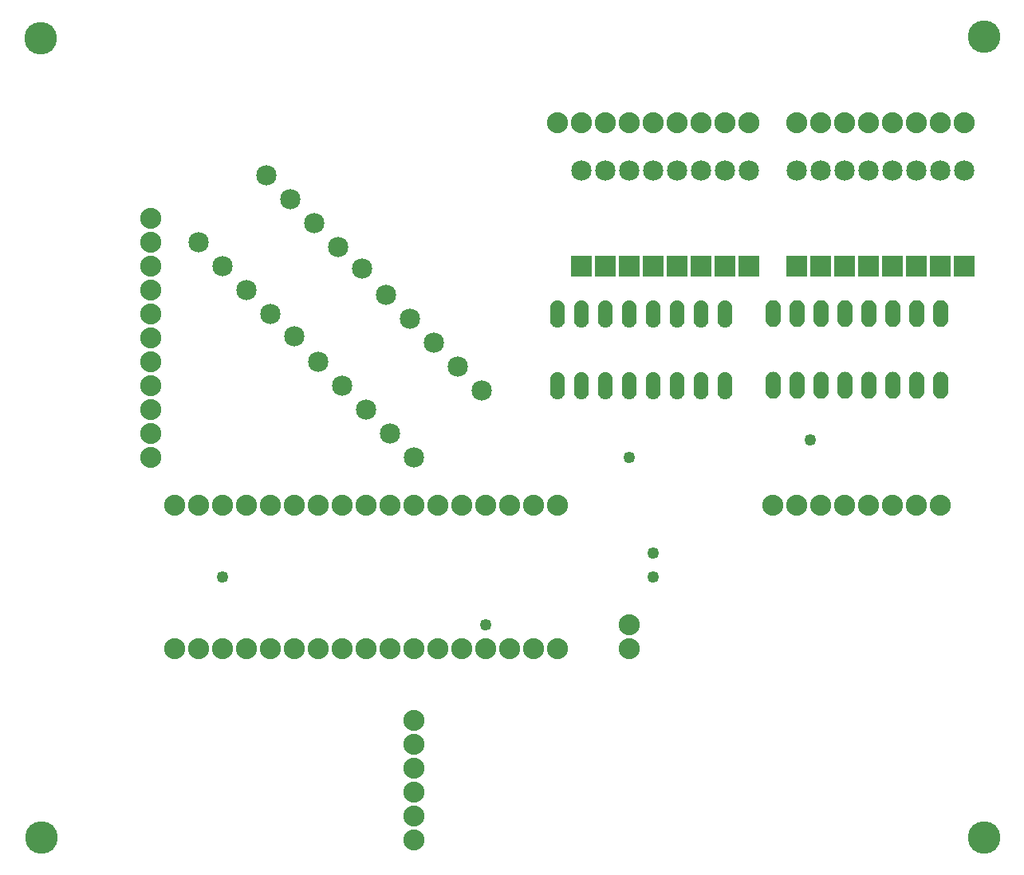
<source format=gbs>
G04 MADE WITH FRITZING*
G04 WWW.FRITZING.ORG*
G04 DOUBLE SIDED*
G04 HOLES PLATED*
G04 CONTOUR ON CENTER OF CONTOUR VECTOR*
%ASAXBY*%
%FSLAX23Y23*%
%MOIN*%
%OFA0B0*%
%SFA1.0B1.0*%
%ADD10C,0.088000*%
%ADD11C,0.135984*%
%ADD12C,0.049370*%
%ADD13C,0.062000*%
%ADD14C,0.085000*%
%ADD15R,0.085000X0.085000*%
%ADD16C,0.030000*%
%ADD17R,0.001000X0.001000*%
%LNMASK0*%
G90*
G70*
G54D10*
X3153Y3144D03*
X3053Y3144D03*
X2953Y3144D03*
X2853Y3144D03*
X2753Y3144D03*
X2653Y3144D03*
X2553Y3144D03*
X2453Y3144D03*
X2353Y3144D03*
X653Y1744D03*
X653Y1844D03*
X653Y1944D03*
X653Y2044D03*
X653Y2144D03*
X653Y2244D03*
X653Y2344D03*
X653Y2444D03*
X653Y2544D03*
X653Y2644D03*
X653Y2744D03*
X753Y944D03*
X853Y944D03*
X953Y944D03*
X1053Y944D03*
X1153Y944D03*
X1253Y944D03*
X1353Y944D03*
X1453Y944D03*
X1553Y944D03*
X1653Y944D03*
X1753Y944D03*
X1853Y944D03*
X1953Y944D03*
X2053Y944D03*
X2153Y944D03*
X2253Y944D03*
X2353Y944D03*
X753Y1544D03*
X853Y1544D03*
X953Y1544D03*
X1053Y1544D03*
X1153Y1544D03*
X1253Y1544D03*
X1353Y1544D03*
X1453Y1544D03*
X1553Y1544D03*
X1653Y1544D03*
X1753Y1544D03*
X1853Y1544D03*
X1953Y1544D03*
X2053Y1544D03*
X2153Y1544D03*
X2253Y1544D03*
X2353Y1544D03*
G54D11*
X194Y156D03*
X192Y3499D03*
X4134Y3505D03*
X4134Y154D03*
G54D12*
X3408Y1820D03*
G54D13*
X3955Y2347D03*
X3855Y2347D03*
X3755Y2347D03*
X3655Y2347D03*
X3555Y2347D03*
X3455Y2347D03*
X3355Y2347D03*
X3255Y2347D03*
X3255Y2047D03*
X3355Y2047D03*
X3455Y2047D03*
X3555Y2047D03*
X3655Y2047D03*
X3755Y2047D03*
X3855Y2047D03*
X3955Y2047D03*
X3053Y2344D03*
X2953Y2344D03*
X2853Y2344D03*
X2753Y2344D03*
X2653Y2344D03*
X2553Y2344D03*
X2453Y2344D03*
X2353Y2344D03*
X2353Y2044D03*
X2453Y2044D03*
X2553Y2044D03*
X2653Y2044D03*
X2753Y2044D03*
X2853Y2044D03*
X2953Y2044D03*
X3053Y2044D03*
G54D10*
X1753Y644D03*
X1753Y544D03*
X1753Y444D03*
X1753Y344D03*
X1753Y244D03*
X1753Y144D03*
X2653Y1044D03*
X2653Y944D03*
G54D14*
X2553Y2544D03*
X2553Y2944D03*
X2953Y2544D03*
X2953Y2944D03*
X953Y2544D03*
X1236Y2827D03*
X1153Y2344D03*
X1436Y2627D03*
X1053Y2444D03*
X1336Y2727D03*
G54D12*
X953Y1244D03*
G54D14*
X3053Y2544D03*
X3053Y2944D03*
X2853Y2544D03*
X2853Y2944D03*
G54D12*
X2753Y1344D03*
G54D14*
X1253Y2253D03*
X1536Y2536D03*
X3153Y2544D03*
X3153Y2944D03*
X2653Y2544D03*
X2653Y2944D03*
G54D12*
X2753Y1244D03*
G54D14*
X2753Y2544D03*
X2753Y2944D03*
X2453Y2544D03*
X2453Y2944D03*
G54D12*
X2053Y1044D03*
G54D14*
X853Y2644D03*
X1136Y2927D03*
X3653Y2544D03*
X3653Y2944D03*
X3553Y2544D03*
X3553Y2944D03*
G54D10*
X3353Y3144D03*
X3453Y3144D03*
X3553Y3144D03*
X3653Y3144D03*
X3753Y3144D03*
X3853Y3144D03*
X3953Y3144D03*
X4053Y3144D03*
G54D14*
X3753Y2544D03*
X3753Y2944D03*
X3953Y2544D03*
X3953Y2944D03*
X4053Y2544D03*
X4053Y2944D03*
X3853Y2544D03*
X3853Y2944D03*
X1353Y2144D03*
X1636Y2427D03*
G54D10*
X3253Y1544D03*
X3353Y1544D03*
X3453Y1544D03*
X3553Y1544D03*
X3653Y1544D03*
X3753Y1544D03*
X3853Y1544D03*
X3953Y1544D03*
G54D14*
X1453Y2044D03*
X1736Y2327D03*
X1553Y1944D03*
X1836Y2227D03*
X1653Y1844D03*
X1936Y2127D03*
X3453Y2544D03*
X3453Y2944D03*
X1753Y1744D03*
X2036Y2027D03*
X3353Y2544D03*
X3353Y2944D03*
G54D12*
X2653Y1744D03*
G54D15*
X2553Y2544D03*
X2953Y2544D03*
X3053Y2544D03*
X2853Y2544D03*
X3153Y2544D03*
X2653Y2544D03*
X2753Y2544D03*
X2453Y2544D03*
X3653Y2544D03*
X3553Y2544D03*
X3753Y2544D03*
X3953Y2544D03*
X4053Y2544D03*
X3853Y2544D03*
X3453Y2544D03*
X3353Y2544D03*
G54D16*
G36*
X953Y2583D02*
X992Y2544D01*
X953Y2505D01*
X914Y2544D01*
X953Y2583D01*
G37*
D02*
G36*
X1153Y2383D02*
X1192Y2344D01*
X1153Y2305D01*
X1114Y2344D01*
X1153Y2383D01*
G37*
D02*
G36*
X1053Y2483D02*
X1092Y2444D01*
X1053Y2405D01*
X1014Y2444D01*
X1053Y2483D01*
G37*
D02*
G36*
X1253Y2292D02*
X1292Y2253D01*
X1253Y2214D01*
X1214Y2253D01*
X1253Y2292D01*
G37*
D02*
G36*
X853Y2683D02*
X892Y2644D01*
X853Y2605D01*
X814Y2644D01*
X853Y2683D01*
G37*
D02*
G36*
X1353Y2183D02*
X1392Y2144D01*
X1353Y2105D01*
X1314Y2144D01*
X1353Y2183D01*
G37*
D02*
G36*
X1453Y2083D02*
X1492Y2044D01*
X1453Y2005D01*
X1414Y2044D01*
X1453Y2083D01*
G37*
D02*
G36*
X1553Y1983D02*
X1592Y1944D01*
X1553Y1905D01*
X1514Y1944D01*
X1553Y1983D01*
G37*
D02*
G36*
X1653Y1883D02*
X1692Y1844D01*
X1653Y1805D01*
X1614Y1844D01*
X1653Y1883D01*
G37*
D02*
G36*
X1753Y1783D02*
X1792Y1744D01*
X1753Y1705D01*
X1714Y1744D01*
X1753Y1783D01*
G37*
D02*
G54D17*
X3247Y2403D02*
X3261Y2403D01*
X3347Y2403D02*
X3361Y2403D01*
X3447Y2403D02*
X3461Y2403D01*
X3547Y2403D02*
X3561Y2403D01*
X3647Y2403D02*
X3661Y2403D01*
X3747Y2403D02*
X3761Y2403D01*
X3847Y2403D02*
X3861Y2403D01*
X3947Y2403D02*
X3961Y2403D01*
X3244Y2402D02*
X3264Y2402D01*
X3344Y2402D02*
X3364Y2402D01*
X3444Y2402D02*
X3464Y2402D01*
X3544Y2402D02*
X3564Y2402D01*
X3644Y2402D02*
X3664Y2402D01*
X3744Y2402D02*
X3764Y2402D01*
X3844Y2402D02*
X3864Y2402D01*
X3944Y2402D02*
X3964Y2402D01*
X2347Y2401D02*
X2357Y2401D01*
X2447Y2401D02*
X2457Y2401D01*
X2547Y2401D02*
X2557Y2401D01*
X2647Y2401D02*
X2657Y2401D01*
X2747Y2401D02*
X2757Y2401D01*
X2847Y2401D02*
X2857Y2401D01*
X2947Y2401D02*
X2957Y2401D01*
X3047Y2401D02*
X3057Y2401D01*
X3242Y2401D02*
X3266Y2401D01*
X3342Y2401D02*
X3366Y2401D01*
X3442Y2401D02*
X3466Y2401D01*
X3542Y2401D02*
X3566Y2401D01*
X3642Y2401D02*
X3666Y2401D01*
X3742Y2401D02*
X3766Y2401D01*
X3842Y2401D02*
X3866Y2401D01*
X3942Y2401D02*
X3966Y2401D01*
X2344Y2400D02*
X2361Y2400D01*
X2444Y2400D02*
X2461Y2400D01*
X2544Y2400D02*
X2561Y2400D01*
X2644Y2400D02*
X2661Y2400D01*
X2744Y2400D02*
X2761Y2400D01*
X2844Y2400D02*
X2861Y2400D01*
X2944Y2400D02*
X2961Y2400D01*
X3043Y2400D02*
X3061Y2400D01*
X3240Y2400D02*
X3268Y2400D01*
X3340Y2400D02*
X3368Y2400D01*
X3440Y2400D02*
X3468Y2400D01*
X3540Y2400D02*
X3568Y2400D01*
X3640Y2400D02*
X3668Y2400D01*
X3740Y2400D02*
X3768Y2400D01*
X3840Y2400D02*
X3868Y2400D01*
X3940Y2400D02*
X3968Y2400D01*
X2341Y2399D02*
X2363Y2399D01*
X2441Y2399D02*
X2463Y2399D01*
X2541Y2399D02*
X2563Y2399D01*
X2641Y2399D02*
X2663Y2399D01*
X2741Y2399D02*
X2763Y2399D01*
X2841Y2399D02*
X2863Y2399D01*
X2941Y2399D02*
X2963Y2399D01*
X3041Y2399D02*
X3063Y2399D01*
X3238Y2399D02*
X3270Y2399D01*
X3338Y2399D02*
X3370Y2399D01*
X3438Y2399D02*
X3470Y2399D01*
X3538Y2399D02*
X3570Y2399D01*
X3638Y2399D02*
X3670Y2399D01*
X3738Y2399D02*
X3770Y2399D01*
X3838Y2399D02*
X3870Y2399D01*
X3938Y2399D02*
X3970Y2399D01*
X2339Y2398D02*
X2366Y2398D01*
X2439Y2398D02*
X2466Y2398D01*
X2539Y2398D02*
X2566Y2398D01*
X2639Y2398D02*
X2666Y2398D01*
X2739Y2398D02*
X2766Y2398D01*
X2839Y2398D02*
X2865Y2398D01*
X2939Y2398D02*
X2965Y2398D01*
X3039Y2398D02*
X3065Y2398D01*
X3237Y2398D02*
X3271Y2398D01*
X3337Y2398D02*
X3371Y2398D01*
X3437Y2398D02*
X3471Y2398D01*
X3537Y2398D02*
X3571Y2398D01*
X3637Y2398D02*
X3671Y2398D01*
X3737Y2398D02*
X3771Y2398D01*
X3837Y2398D02*
X3871Y2398D01*
X3937Y2398D02*
X3971Y2398D01*
X2337Y2397D02*
X2367Y2397D01*
X2437Y2397D02*
X2467Y2397D01*
X2537Y2397D02*
X2567Y2397D01*
X2637Y2397D02*
X2667Y2397D01*
X2737Y2397D02*
X2767Y2397D01*
X2837Y2397D02*
X2867Y2397D01*
X2937Y2397D02*
X2967Y2397D01*
X3037Y2397D02*
X3067Y2397D01*
X3235Y2397D02*
X3273Y2397D01*
X3335Y2397D02*
X3373Y2397D01*
X3435Y2397D02*
X3473Y2397D01*
X3535Y2397D02*
X3573Y2397D01*
X3635Y2397D02*
X3672Y2397D01*
X3735Y2397D02*
X3772Y2397D01*
X3835Y2397D02*
X3872Y2397D01*
X3935Y2397D02*
X3972Y2397D01*
X2336Y2396D02*
X2369Y2396D01*
X2436Y2396D02*
X2469Y2396D01*
X2536Y2396D02*
X2569Y2396D01*
X2636Y2396D02*
X2669Y2396D01*
X2736Y2396D02*
X2769Y2396D01*
X2836Y2396D02*
X2869Y2396D01*
X2936Y2396D02*
X2969Y2396D01*
X3036Y2396D02*
X3069Y2396D01*
X3234Y2396D02*
X3274Y2396D01*
X3334Y2396D02*
X3374Y2396D01*
X3434Y2396D02*
X3474Y2396D01*
X3534Y2396D02*
X3574Y2396D01*
X3634Y2396D02*
X3674Y2396D01*
X3734Y2396D02*
X3774Y2396D01*
X3834Y2396D02*
X3874Y2396D01*
X3934Y2396D02*
X3974Y2396D01*
X2334Y2395D02*
X2370Y2395D01*
X2434Y2395D02*
X2470Y2395D01*
X2534Y2395D02*
X2570Y2395D01*
X2634Y2395D02*
X2670Y2395D01*
X2734Y2395D02*
X2770Y2395D01*
X2834Y2395D02*
X2870Y2395D01*
X2934Y2395D02*
X2970Y2395D01*
X3034Y2395D02*
X3070Y2395D01*
X3233Y2395D02*
X3275Y2395D01*
X3333Y2395D02*
X3375Y2395D01*
X3433Y2395D02*
X3475Y2395D01*
X3533Y2395D02*
X3575Y2395D01*
X3633Y2395D02*
X3675Y2395D01*
X3733Y2395D02*
X3775Y2395D01*
X3833Y2395D02*
X3875Y2395D01*
X3933Y2395D02*
X3975Y2395D01*
X2333Y2394D02*
X2371Y2394D01*
X2433Y2394D02*
X2471Y2394D01*
X2533Y2394D02*
X2571Y2394D01*
X2633Y2394D02*
X2671Y2394D01*
X2733Y2394D02*
X2771Y2394D01*
X2833Y2394D02*
X2871Y2394D01*
X2933Y2394D02*
X2971Y2394D01*
X3033Y2394D02*
X3071Y2394D01*
X3232Y2394D02*
X3276Y2394D01*
X3332Y2394D02*
X3376Y2394D01*
X3432Y2394D02*
X3476Y2394D01*
X3532Y2394D02*
X3576Y2394D01*
X3632Y2394D02*
X3676Y2394D01*
X3732Y2394D02*
X3776Y2394D01*
X3832Y2394D02*
X3876Y2394D01*
X3932Y2394D02*
X3976Y2394D01*
X2332Y2393D02*
X2373Y2393D01*
X2432Y2393D02*
X2473Y2393D01*
X2532Y2393D02*
X2573Y2393D01*
X2632Y2393D02*
X2673Y2393D01*
X2732Y2393D02*
X2773Y2393D01*
X2832Y2393D02*
X2872Y2393D01*
X2932Y2393D02*
X2972Y2393D01*
X3032Y2393D02*
X3072Y2393D01*
X3231Y2393D02*
X3277Y2393D01*
X3331Y2393D02*
X3377Y2393D01*
X3431Y2393D02*
X3477Y2393D01*
X3531Y2393D02*
X3577Y2393D01*
X3631Y2393D02*
X3677Y2393D01*
X3731Y2393D02*
X3777Y2393D01*
X3831Y2393D02*
X3877Y2393D01*
X3931Y2393D02*
X3977Y2393D01*
X2331Y2392D02*
X2374Y2392D01*
X2431Y2392D02*
X2474Y2392D01*
X2531Y2392D02*
X2574Y2392D01*
X2631Y2392D02*
X2674Y2392D01*
X2731Y2392D02*
X2774Y2392D01*
X2831Y2392D02*
X2874Y2392D01*
X2931Y2392D02*
X2974Y2392D01*
X3031Y2392D02*
X3074Y2392D01*
X3230Y2392D02*
X3278Y2392D01*
X3330Y2392D02*
X3378Y2392D01*
X3430Y2392D02*
X3477Y2392D01*
X3530Y2392D02*
X3577Y2392D01*
X3630Y2392D02*
X3677Y2392D01*
X3730Y2392D02*
X3777Y2392D01*
X3830Y2392D02*
X3877Y2392D01*
X3930Y2392D02*
X3977Y2392D01*
X2330Y2391D02*
X2375Y2391D01*
X2430Y2391D02*
X2475Y2391D01*
X2530Y2391D02*
X2574Y2391D01*
X2630Y2391D02*
X2674Y2391D01*
X2730Y2391D02*
X2774Y2391D01*
X2830Y2391D02*
X2874Y2391D01*
X2930Y2391D02*
X2974Y2391D01*
X3030Y2391D02*
X3074Y2391D01*
X3230Y2391D02*
X3278Y2391D01*
X3330Y2391D02*
X3378Y2391D01*
X3430Y2391D02*
X3478Y2391D01*
X3530Y2391D02*
X3578Y2391D01*
X3630Y2391D02*
X3678Y2391D01*
X3730Y2391D02*
X3778Y2391D01*
X3830Y2391D02*
X3878Y2391D01*
X3930Y2391D02*
X3978Y2391D01*
X2329Y2390D02*
X2375Y2390D01*
X2429Y2390D02*
X2475Y2390D01*
X2529Y2390D02*
X2575Y2390D01*
X2629Y2390D02*
X2675Y2390D01*
X2729Y2390D02*
X2775Y2390D01*
X2829Y2390D02*
X2875Y2390D01*
X2929Y2390D02*
X2975Y2390D01*
X3029Y2390D02*
X3075Y2390D01*
X3229Y2390D02*
X3279Y2390D01*
X3329Y2390D02*
X3379Y2390D01*
X3429Y2390D02*
X3479Y2390D01*
X3529Y2390D02*
X3579Y2390D01*
X3629Y2390D02*
X3679Y2390D01*
X3729Y2390D02*
X3779Y2390D01*
X3829Y2390D02*
X3879Y2390D01*
X3929Y2390D02*
X3979Y2390D01*
X2328Y2389D02*
X2376Y2389D01*
X2428Y2389D02*
X2476Y2389D01*
X2528Y2389D02*
X2576Y2389D01*
X2628Y2389D02*
X2676Y2389D01*
X2728Y2389D02*
X2776Y2389D01*
X2828Y2389D02*
X2876Y2389D01*
X2928Y2389D02*
X2976Y2389D01*
X3028Y2389D02*
X3076Y2389D01*
X3228Y2389D02*
X3280Y2389D01*
X3328Y2389D02*
X3380Y2389D01*
X3428Y2389D02*
X3480Y2389D01*
X3528Y2389D02*
X3580Y2389D01*
X3628Y2389D02*
X3680Y2389D01*
X3728Y2389D02*
X3780Y2389D01*
X3828Y2389D02*
X3880Y2389D01*
X3928Y2389D02*
X3980Y2389D01*
X2328Y2388D02*
X2377Y2388D01*
X2428Y2388D02*
X2477Y2388D01*
X2527Y2388D02*
X2577Y2388D01*
X2627Y2388D02*
X2677Y2388D01*
X2727Y2388D02*
X2777Y2388D01*
X2827Y2388D02*
X2877Y2388D01*
X2927Y2388D02*
X2977Y2388D01*
X3027Y2388D02*
X3077Y2388D01*
X3228Y2388D02*
X3280Y2388D01*
X3328Y2388D02*
X3380Y2388D01*
X3428Y2388D02*
X3480Y2388D01*
X3528Y2388D02*
X3580Y2388D01*
X3628Y2388D02*
X3680Y2388D01*
X3728Y2388D02*
X3780Y2388D01*
X3828Y2388D02*
X3880Y2388D01*
X3928Y2388D02*
X3980Y2388D01*
X2327Y2387D02*
X2378Y2387D01*
X2427Y2387D02*
X2478Y2387D01*
X2527Y2387D02*
X2578Y2387D01*
X2627Y2387D02*
X2678Y2387D01*
X2727Y2387D02*
X2778Y2387D01*
X2827Y2387D02*
X2878Y2387D01*
X2927Y2387D02*
X2978Y2387D01*
X3027Y2387D02*
X3078Y2387D01*
X3227Y2387D02*
X3281Y2387D01*
X3327Y2387D02*
X3381Y2387D01*
X3427Y2387D02*
X3481Y2387D01*
X3527Y2387D02*
X3581Y2387D01*
X3627Y2387D02*
X3681Y2387D01*
X3727Y2387D02*
X3781Y2387D01*
X3827Y2387D02*
X3881Y2387D01*
X3927Y2387D02*
X3981Y2387D01*
X2326Y2386D02*
X2378Y2386D01*
X2426Y2386D02*
X2478Y2386D01*
X2526Y2386D02*
X2578Y2386D01*
X2626Y2386D02*
X2678Y2386D01*
X2726Y2386D02*
X2778Y2386D01*
X2826Y2386D02*
X2878Y2386D01*
X2926Y2386D02*
X2978Y2386D01*
X3026Y2386D02*
X3078Y2386D01*
X3227Y2386D02*
X3281Y2386D01*
X3327Y2386D02*
X3381Y2386D01*
X3427Y2386D02*
X3481Y2386D01*
X3527Y2386D02*
X3581Y2386D01*
X3627Y2386D02*
X3681Y2386D01*
X3727Y2386D02*
X3781Y2386D01*
X3827Y2386D02*
X3881Y2386D01*
X3927Y2386D02*
X3981Y2386D01*
X2326Y2385D02*
X2379Y2385D01*
X2426Y2385D02*
X2479Y2385D01*
X2526Y2385D02*
X2579Y2385D01*
X2626Y2385D02*
X2679Y2385D01*
X2726Y2385D02*
X2779Y2385D01*
X2826Y2385D02*
X2879Y2385D01*
X2926Y2385D02*
X2979Y2385D01*
X3026Y2385D02*
X3079Y2385D01*
X3226Y2385D02*
X3282Y2385D01*
X3326Y2385D02*
X3382Y2385D01*
X3426Y2385D02*
X3482Y2385D01*
X3526Y2385D02*
X3582Y2385D01*
X3626Y2385D02*
X3682Y2385D01*
X3726Y2385D02*
X3782Y2385D01*
X3826Y2385D02*
X3882Y2385D01*
X3926Y2385D02*
X3982Y2385D01*
X2325Y2384D02*
X2379Y2384D01*
X2425Y2384D02*
X2479Y2384D01*
X2525Y2384D02*
X2579Y2384D01*
X2625Y2384D02*
X2679Y2384D01*
X2725Y2384D02*
X2779Y2384D01*
X2825Y2384D02*
X2879Y2384D01*
X2925Y2384D02*
X2979Y2384D01*
X3025Y2384D02*
X3079Y2384D01*
X3226Y2384D02*
X3282Y2384D01*
X3326Y2384D02*
X3382Y2384D01*
X3426Y2384D02*
X3482Y2384D01*
X3526Y2384D02*
X3582Y2384D01*
X3626Y2384D02*
X3682Y2384D01*
X3726Y2384D02*
X3782Y2384D01*
X3826Y2384D02*
X3882Y2384D01*
X3926Y2384D02*
X3982Y2384D01*
X2325Y2383D02*
X2380Y2383D01*
X2425Y2383D02*
X2480Y2383D01*
X2525Y2383D02*
X2580Y2383D01*
X2625Y2383D02*
X2680Y2383D01*
X2725Y2383D02*
X2780Y2383D01*
X2825Y2383D02*
X2880Y2383D01*
X2925Y2383D02*
X2980Y2383D01*
X3025Y2383D02*
X3080Y2383D01*
X3225Y2383D02*
X3283Y2383D01*
X3325Y2383D02*
X3383Y2383D01*
X3425Y2383D02*
X3483Y2383D01*
X3525Y2383D02*
X3583Y2383D01*
X3625Y2383D02*
X3683Y2383D01*
X3725Y2383D02*
X3783Y2383D01*
X3825Y2383D02*
X3883Y2383D01*
X3925Y2383D02*
X3983Y2383D01*
X2324Y2382D02*
X2380Y2382D01*
X2424Y2382D02*
X2480Y2382D01*
X2524Y2382D02*
X2580Y2382D01*
X2624Y2382D02*
X2680Y2382D01*
X2724Y2382D02*
X2780Y2382D01*
X2824Y2382D02*
X2880Y2382D01*
X2924Y2382D02*
X2980Y2382D01*
X3024Y2382D02*
X3080Y2382D01*
X3225Y2382D02*
X3283Y2382D01*
X3325Y2382D02*
X3383Y2382D01*
X3425Y2382D02*
X3483Y2382D01*
X3525Y2382D02*
X3583Y2382D01*
X3625Y2382D02*
X3683Y2382D01*
X3725Y2382D02*
X3783Y2382D01*
X3825Y2382D02*
X3883Y2382D01*
X3925Y2382D02*
X3983Y2382D01*
X2324Y2381D02*
X2381Y2381D01*
X2424Y2381D02*
X2481Y2381D01*
X2524Y2381D02*
X2581Y2381D01*
X2624Y2381D02*
X2681Y2381D01*
X2724Y2381D02*
X2781Y2381D01*
X2824Y2381D02*
X2881Y2381D01*
X2924Y2381D02*
X2981Y2381D01*
X3024Y2381D02*
X3081Y2381D01*
X3225Y2381D02*
X3283Y2381D01*
X3325Y2381D02*
X3383Y2381D01*
X3425Y2381D02*
X3483Y2381D01*
X3525Y2381D02*
X3583Y2381D01*
X3625Y2381D02*
X3683Y2381D01*
X3725Y2381D02*
X3783Y2381D01*
X3825Y2381D02*
X3883Y2381D01*
X3925Y2381D02*
X3983Y2381D01*
X2323Y2380D02*
X2381Y2380D01*
X2423Y2380D02*
X2481Y2380D01*
X2523Y2380D02*
X2581Y2380D01*
X2623Y2380D02*
X2681Y2380D01*
X2723Y2380D02*
X2781Y2380D01*
X2823Y2380D02*
X2881Y2380D01*
X2923Y2380D02*
X2981Y2380D01*
X3023Y2380D02*
X3081Y2380D01*
X3224Y2380D02*
X3284Y2380D01*
X3324Y2380D02*
X3384Y2380D01*
X3424Y2380D02*
X3484Y2380D01*
X3524Y2380D02*
X3584Y2380D01*
X3624Y2380D02*
X3684Y2380D01*
X3724Y2380D02*
X3784Y2380D01*
X3824Y2380D02*
X3884Y2380D01*
X3924Y2380D02*
X3984Y2380D01*
X2323Y2379D02*
X2381Y2379D01*
X2423Y2379D02*
X2481Y2379D01*
X2523Y2379D02*
X2581Y2379D01*
X2623Y2379D02*
X2681Y2379D01*
X2723Y2379D02*
X2781Y2379D01*
X2823Y2379D02*
X2881Y2379D01*
X2923Y2379D02*
X2981Y2379D01*
X3023Y2379D02*
X3081Y2379D01*
X3224Y2379D02*
X3284Y2379D01*
X3324Y2379D02*
X3384Y2379D01*
X3424Y2379D02*
X3484Y2379D01*
X3524Y2379D02*
X3584Y2379D01*
X3624Y2379D02*
X3684Y2379D01*
X3724Y2379D02*
X3784Y2379D01*
X3824Y2379D02*
X3884Y2379D01*
X3924Y2379D02*
X3984Y2379D01*
X2323Y2378D02*
X2382Y2378D01*
X2423Y2378D02*
X2482Y2378D01*
X2523Y2378D02*
X2582Y2378D01*
X2623Y2378D02*
X2682Y2378D01*
X2723Y2378D02*
X2782Y2378D01*
X2823Y2378D02*
X2882Y2378D01*
X2923Y2378D02*
X2982Y2378D01*
X3023Y2378D02*
X3082Y2378D01*
X3224Y2378D02*
X3284Y2378D01*
X3324Y2378D02*
X3384Y2378D01*
X3424Y2378D02*
X3484Y2378D01*
X3524Y2378D02*
X3584Y2378D01*
X3624Y2378D02*
X3684Y2378D01*
X3724Y2378D02*
X3784Y2378D01*
X3824Y2378D02*
X3884Y2378D01*
X3924Y2378D02*
X3984Y2378D01*
X2322Y2377D02*
X2382Y2377D01*
X2422Y2377D02*
X2482Y2377D01*
X2522Y2377D02*
X2582Y2377D01*
X2622Y2377D02*
X2682Y2377D01*
X2722Y2377D02*
X2782Y2377D01*
X2822Y2377D02*
X2882Y2377D01*
X2922Y2377D02*
X2982Y2377D01*
X3022Y2377D02*
X3082Y2377D01*
X3224Y2377D02*
X3284Y2377D01*
X3324Y2377D02*
X3384Y2377D01*
X3424Y2377D02*
X3484Y2377D01*
X3524Y2377D02*
X3584Y2377D01*
X3624Y2377D02*
X3684Y2377D01*
X3724Y2377D02*
X3784Y2377D01*
X3824Y2377D02*
X3884Y2377D01*
X3924Y2377D02*
X3984Y2377D01*
X2322Y2376D02*
X2382Y2376D01*
X2422Y2376D02*
X2482Y2376D01*
X2522Y2376D02*
X2582Y2376D01*
X2622Y2376D02*
X2682Y2376D01*
X2722Y2376D02*
X2782Y2376D01*
X2822Y2376D02*
X2882Y2376D01*
X2922Y2376D02*
X2982Y2376D01*
X3022Y2376D02*
X3082Y2376D01*
X3224Y2376D02*
X3284Y2376D01*
X3324Y2376D02*
X3384Y2376D01*
X3424Y2376D02*
X3484Y2376D01*
X3524Y2376D02*
X3584Y2376D01*
X3624Y2376D02*
X3684Y2376D01*
X3724Y2376D02*
X3784Y2376D01*
X3824Y2376D02*
X3884Y2376D01*
X3924Y2376D02*
X3984Y2376D01*
X2322Y2375D02*
X2382Y2375D01*
X2422Y2375D02*
X2482Y2375D01*
X2522Y2375D02*
X2582Y2375D01*
X2622Y2375D02*
X2682Y2375D01*
X2722Y2375D02*
X2782Y2375D01*
X2822Y2375D02*
X2882Y2375D01*
X2922Y2375D02*
X2982Y2375D01*
X3022Y2375D02*
X3082Y2375D01*
X3224Y2375D02*
X3284Y2375D01*
X3324Y2375D02*
X3384Y2375D01*
X3424Y2375D02*
X3484Y2375D01*
X3524Y2375D02*
X3584Y2375D01*
X3624Y2375D02*
X3684Y2375D01*
X3724Y2375D02*
X3784Y2375D01*
X3823Y2375D02*
X3884Y2375D01*
X3923Y2375D02*
X3984Y2375D01*
X2322Y2374D02*
X2382Y2374D01*
X2422Y2374D02*
X2482Y2374D01*
X2522Y2374D02*
X2582Y2374D01*
X2622Y2374D02*
X2682Y2374D01*
X2722Y2374D02*
X2782Y2374D01*
X2822Y2374D02*
X2882Y2374D01*
X2922Y2374D02*
X2982Y2374D01*
X3022Y2374D02*
X3082Y2374D01*
X3223Y2374D02*
X3284Y2374D01*
X3323Y2374D02*
X3384Y2374D01*
X3423Y2374D02*
X3484Y2374D01*
X3523Y2374D02*
X3584Y2374D01*
X3623Y2374D02*
X3684Y2374D01*
X3723Y2374D02*
X3784Y2374D01*
X3823Y2374D02*
X3884Y2374D01*
X3923Y2374D02*
X3984Y2374D01*
X2322Y2373D02*
X2383Y2373D01*
X2422Y2373D02*
X2483Y2373D01*
X2522Y2373D02*
X2583Y2373D01*
X2622Y2373D02*
X2683Y2373D01*
X2722Y2373D02*
X2783Y2373D01*
X2822Y2373D02*
X2883Y2373D01*
X2922Y2373D02*
X2983Y2373D01*
X3022Y2373D02*
X3083Y2373D01*
X3223Y2373D02*
X3284Y2373D01*
X3323Y2373D02*
X3384Y2373D01*
X3423Y2373D02*
X3484Y2373D01*
X3523Y2373D02*
X3584Y2373D01*
X3623Y2373D02*
X3684Y2373D01*
X3723Y2373D02*
X3784Y2373D01*
X3823Y2373D02*
X3884Y2373D01*
X3923Y2373D02*
X3984Y2373D01*
X2322Y2372D02*
X2383Y2372D01*
X2422Y2372D02*
X2483Y2372D01*
X2522Y2372D02*
X2583Y2372D01*
X2622Y2372D02*
X2683Y2372D01*
X2722Y2372D02*
X2783Y2372D01*
X2822Y2372D02*
X2883Y2372D01*
X2922Y2372D02*
X2983Y2372D01*
X3022Y2372D02*
X3083Y2372D01*
X3223Y2372D02*
X3284Y2372D01*
X3323Y2372D02*
X3384Y2372D01*
X3423Y2372D02*
X3484Y2372D01*
X3523Y2372D02*
X3584Y2372D01*
X3623Y2372D02*
X3684Y2372D01*
X3723Y2372D02*
X3784Y2372D01*
X3823Y2372D02*
X3884Y2372D01*
X3923Y2372D02*
X3984Y2372D01*
X2322Y2371D02*
X2383Y2371D01*
X2422Y2371D02*
X2483Y2371D01*
X2522Y2371D02*
X2583Y2371D01*
X2622Y2371D02*
X2683Y2371D01*
X2722Y2371D02*
X2783Y2371D01*
X2822Y2371D02*
X2883Y2371D01*
X2922Y2371D02*
X2983Y2371D01*
X3022Y2371D02*
X3083Y2371D01*
X3223Y2371D02*
X3284Y2371D01*
X3323Y2371D02*
X3384Y2371D01*
X3423Y2371D02*
X3484Y2371D01*
X3523Y2371D02*
X3584Y2371D01*
X3623Y2371D02*
X3684Y2371D01*
X3723Y2371D02*
X3784Y2371D01*
X3823Y2371D02*
X3884Y2371D01*
X3923Y2371D02*
X3984Y2371D01*
X2322Y2370D02*
X2383Y2370D01*
X2422Y2370D02*
X2483Y2370D01*
X2522Y2370D02*
X2583Y2370D01*
X2622Y2370D02*
X2683Y2370D01*
X2722Y2370D02*
X2783Y2370D01*
X2822Y2370D02*
X2883Y2370D01*
X2922Y2370D02*
X2983Y2370D01*
X3022Y2370D02*
X3083Y2370D01*
X3223Y2370D02*
X3284Y2370D01*
X3323Y2370D02*
X3384Y2370D01*
X3423Y2370D02*
X3484Y2370D01*
X3523Y2370D02*
X3584Y2370D01*
X3623Y2370D02*
X3684Y2370D01*
X3723Y2370D02*
X3784Y2370D01*
X3823Y2370D02*
X3884Y2370D01*
X3923Y2370D02*
X3984Y2370D01*
X2322Y2369D02*
X2383Y2369D01*
X2422Y2369D02*
X2483Y2369D01*
X2522Y2369D02*
X2583Y2369D01*
X2622Y2369D02*
X2683Y2369D01*
X2722Y2369D02*
X2783Y2369D01*
X2822Y2369D02*
X2883Y2369D01*
X2922Y2369D02*
X2983Y2369D01*
X3022Y2369D02*
X3083Y2369D01*
X3223Y2369D02*
X3284Y2369D01*
X3323Y2369D02*
X3384Y2369D01*
X3423Y2369D02*
X3484Y2369D01*
X3523Y2369D02*
X3584Y2369D01*
X3623Y2369D02*
X3684Y2369D01*
X3723Y2369D02*
X3784Y2369D01*
X3823Y2369D02*
X3884Y2369D01*
X3923Y2369D02*
X3984Y2369D01*
X2322Y2368D02*
X2383Y2368D01*
X2422Y2368D02*
X2483Y2368D01*
X2522Y2368D02*
X2583Y2368D01*
X2622Y2368D02*
X2683Y2368D01*
X2722Y2368D02*
X2783Y2368D01*
X2822Y2368D02*
X2883Y2368D01*
X2922Y2368D02*
X2983Y2368D01*
X3022Y2368D02*
X3083Y2368D01*
X3223Y2368D02*
X3284Y2368D01*
X3323Y2368D02*
X3384Y2368D01*
X3423Y2368D02*
X3484Y2368D01*
X3523Y2368D02*
X3584Y2368D01*
X3623Y2368D02*
X3684Y2368D01*
X3723Y2368D02*
X3784Y2368D01*
X3823Y2368D02*
X3884Y2368D01*
X3923Y2368D02*
X3984Y2368D01*
X2322Y2367D02*
X2383Y2367D01*
X2422Y2367D02*
X2483Y2367D01*
X2522Y2367D02*
X2583Y2367D01*
X2622Y2367D02*
X2683Y2367D01*
X2722Y2367D02*
X2783Y2367D01*
X2822Y2367D02*
X2883Y2367D01*
X2922Y2367D02*
X2983Y2367D01*
X3022Y2367D02*
X3083Y2367D01*
X3223Y2367D02*
X3284Y2367D01*
X3323Y2367D02*
X3384Y2367D01*
X3423Y2367D02*
X3484Y2367D01*
X3523Y2367D02*
X3584Y2367D01*
X3623Y2367D02*
X3684Y2367D01*
X3723Y2367D02*
X3784Y2367D01*
X3823Y2367D02*
X3884Y2367D01*
X3923Y2367D02*
X3984Y2367D01*
X2322Y2366D02*
X2383Y2366D01*
X2422Y2366D02*
X2483Y2366D01*
X2522Y2366D02*
X2583Y2366D01*
X2622Y2366D02*
X2683Y2366D01*
X2722Y2366D02*
X2783Y2366D01*
X2822Y2366D02*
X2883Y2366D01*
X2922Y2366D02*
X2983Y2366D01*
X3022Y2366D02*
X3083Y2366D01*
X3223Y2366D02*
X3284Y2366D01*
X3323Y2366D02*
X3384Y2366D01*
X3423Y2366D02*
X3484Y2366D01*
X3523Y2366D02*
X3584Y2366D01*
X3623Y2366D02*
X3684Y2366D01*
X3723Y2366D02*
X3784Y2366D01*
X3823Y2366D02*
X3884Y2366D01*
X3923Y2366D02*
X3984Y2366D01*
X2322Y2365D02*
X2383Y2365D01*
X2422Y2365D02*
X2483Y2365D01*
X2522Y2365D02*
X2583Y2365D01*
X2622Y2365D02*
X2683Y2365D01*
X2722Y2365D02*
X2783Y2365D01*
X2822Y2365D02*
X2883Y2365D01*
X2922Y2365D02*
X2983Y2365D01*
X3022Y2365D02*
X3083Y2365D01*
X3223Y2365D02*
X3284Y2365D01*
X3323Y2365D02*
X3384Y2365D01*
X3423Y2365D02*
X3484Y2365D01*
X3523Y2365D02*
X3584Y2365D01*
X3623Y2365D02*
X3684Y2365D01*
X3723Y2365D02*
X3784Y2365D01*
X3823Y2365D02*
X3884Y2365D01*
X3923Y2365D02*
X3984Y2365D01*
X2322Y2364D02*
X2383Y2364D01*
X2422Y2364D02*
X2483Y2364D01*
X2522Y2364D02*
X2583Y2364D01*
X2622Y2364D02*
X2683Y2364D01*
X2722Y2364D02*
X2783Y2364D01*
X2822Y2364D02*
X2883Y2364D01*
X2922Y2364D02*
X2983Y2364D01*
X3022Y2364D02*
X3083Y2364D01*
X3223Y2364D02*
X3284Y2364D01*
X3323Y2364D02*
X3384Y2364D01*
X3423Y2364D02*
X3484Y2364D01*
X3523Y2364D02*
X3584Y2364D01*
X3623Y2364D02*
X3684Y2364D01*
X3723Y2364D02*
X3784Y2364D01*
X3823Y2364D02*
X3884Y2364D01*
X3923Y2364D02*
X3984Y2364D01*
X2322Y2363D02*
X2383Y2363D01*
X2422Y2363D02*
X2483Y2363D01*
X2522Y2363D02*
X2583Y2363D01*
X2622Y2363D02*
X2683Y2363D01*
X2722Y2363D02*
X2783Y2363D01*
X2822Y2363D02*
X2883Y2363D01*
X2922Y2363D02*
X2983Y2363D01*
X3022Y2363D02*
X3083Y2363D01*
X3223Y2363D02*
X3284Y2363D01*
X3323Y2363D02*
X3384Y2363D01*
X3423Y2363D02*
X3484Y2363D01*
X3523Y2363D02*
X3584Y2363D01*
X3623Y2363D02*
X3684Y2363D01*
X3723Y2363D02*
X3784Y2363D01*
X3823Y2363D02*
X3884Y2363D01*
X3923Y2363D02*
X3984Y2363D01*
X2322Y2362D02*
X2383Y2362D01*
X2422Y2362D02*
X2483Y2362D01*
X2522Y2362D02*
X2583Y2362D01*
X2622Y2362D02*
X2683Y2362D01*
X2722Y2362D02*
X2783Y2362D01*
X2822Y2362D02*
X2883Y2362D01*
X2922Y2362D02*
X2983Y2362D01*
X3022Y2362D02*
X3083Y2362D01*
X3223Y2362D02*
X3284Y2362D01*
X3323Y2362D02*
X3384Y2362D01*
X3423Y2362D02*
X3484Y2362D01*
X3523Y2362D02*
X3584Y2362D01*
X3623Y2362D02*
X3684Y2362D01*
X3723Y2362D02*
X3784Y2362D01*
X3823Y2362D02*
X3884Y2362D01*
X3923Y2362D02*
X3984Y2362D01*
X2322Y2361D02*
X2383Y2361D01*
X2422Y2361D02*
X2483Y2361D01*
X2522Y2361D02*
X2583Y2361D01*
X2622Y2361D02*
X2683Y2361D01*
X2722Y2361D02*
X2783Y2361D01*
X2822Y2361D02*
X2883Y2361D01*
X2922Y2361D02*
X2983Y2361D01*
X3022Y2361D02*
X3083Y2361D01*
X3223Y2361D02*
X3284Y2361D01*
X3323Y2361D02*
X3384Y2361D01*
X3423Y2361D02*
X3484Y2361D01*
X3523Y2361D02*
X3584Y2361D01*
X3623Y2361D02*
X3684Y2361D01*
X3723Y2361D02*
X3784Y2361D01*
X3823Y2361D02*
X3884Y2361D01*
X3923Y2361D02*
X3984Y2361D01*
X2322Y2360D02*
X2383Y2360D01*
X2422Y2360D02*
X2483Y2360D01*
X2522Y2360D02*
X2583Y2360D01*
X2622Y2360D02*
X2683Y2360D01*
X2722Y2360D02*
X2783Y2360D01*
X2822Y2360D02*
X2883Y2360D01*
X2922Y2360D02*
X2983Y2360D01*
X3022Y2360D02*
X3083Y2360D01*
X3223Y2360D02*
X3284Y2360D01*
X3323Y2360D02*
X3384Y2360D01*
X3423Y2360D02*
X3484Y2360D01*
X3523Y2360D02*
X3584Y2360D01*
X3623Y2360D02*
X3684Y2360D01*
X3723Y2360D02*
X3784Y2360D01*
X3823Y2360D02*
X3884Y2360D01*
X3923Y2360D02*
X3984Y2360D01*
X2322Y2359D02*
X2383Y2359D01*
X2422Y2359D02*
X2483Y2359D01*
X2522Y2359D02*
X2583Y2359D01*
X2622Y2359D02*
X2683Y2359D01*
X2722Y2359D02*
X2783Y2359D01*
X2822Y2359D02*
X2883Y2359D01*
X2922Y2359D02*
X2983Y2359D01*
X3022Y2359D02*
X3083Y2359D01*
X3223Y2359D02*
X3284Y2359D01*
X3323Y2359D02*
X3384Y2359D01*
X3423Y2359D02*
X3484Y2359D01*
X3523Y2359D02*
X3584Y2359D01*
X3623Y2359D02*
X3684Y2359D01*
X3723Y2359D02*
X3784Y2359D01*
X3823Y2359D02*
X3884Y2359D01*
X3923Y2359D02*
X3984Y2359D01*
X2322Y2358D02*
X2383Y2358D01*
X2422Y2358D02*
X2483Y2358D01*
X2522Y2358D02*
X2583Y2358D01*
X2622Y2358D02*
X2683Y2358D01*
X2722Y2358D02*
X2783Y2358D01*
X2822Y2358D02*
X2883Y2358D01*
X2922Y2358D02*
X2983Y2358D01*
X3022Y2358D02*
X3083Y2358D01*
X3223Y2358D02*
X3284Y2358D01*
X3323Y2358D02*
X3384Y2358D01*
X3423Y2358D02*
X3484Y2358D01*
X3523Y2358D02*
X3584Y2358D01*
X3623Y2358D02*
X3684Y2358D01*
X3723Y2358D02*
X3784Y2358D01*
X3823Y2358D02*
X3884Y2358D01*
X3923Y2358D02*
X3984Y2358D01*
X2322Y2357D02*
X2383Y2357D01*
X2422Y2357D02*
X2483Y2357D01*
X2522Y2357D02*
X2583Y2357D01*
X2622Y2357D02*
X2683Y2357D01*
X2722Y2357D02*
X2783Y2357D01*
X2822Y2357D02*
X2883Y2357D01*
X2922Y2357D02*
X2983Y2357D01*
X3022Y2357D02*
X3083Y2357D01*
X3223Y2357D02*
X3248Y2357D01*
X3260Y2357D02*
X3284Y2357D01*
X3323Y2357D02*
X3348Y2357D01*
X3360Y2357D02*
X3384Y2357D01*
X3423Y2357D02*
X3448Y2357D01*
X3460Y2357D02*
X3484Y2357D01*
X3523Y2357D02*
X3548Y2357D01*
X3560Y2357D02*
X3584Y2357D01*
X3623Y2357D02*
X3648Y2357D01*
X3660Y2357D02*
X3684Y2357D01*
X3723Y2357D02*
X3748Y2357D01*
X3760Y2357D02*
X3784Y2357D01*
X3823Y2357D02*
X3848Y2357D01*
X3860Y2357D02*
X3884Y2357D01*
X3923Y2357D02*
X3948Y2357D01*
X3960Y2357D02*
X3984Y2357D01*
X2322Y2356D02*
X2383Y2356D01*
X2422Y2356D02*
X2483Y2356D01*
X2522Y2356D02*
X2583Y2356D01*
X2622Y2356D02*
X2683Y2356D01*
X2722Y2356D02*
X2783Y2356D01*
X2822Y2356D02*
X2883Y2356D01*
X2922Y2356D02*
X2983Y2356D01*
X3022Y2356D02*
X3083Y2356D01*
X3223Y2356D02*
X3247Y2356D01*
X3261Y2356D02*
X3284Y2356D01*
X3323Y2356D02*
X3347Y2356D01*
X3361Y2356D02*
X3384Y2356D01*
X3423Y2356D02*
X3447Y2356D01*
X3461Y2356D02*
X3484Y2356D01*
X3523Y2356D02*
X3547Y2356D01*
X3561Y2356D02*
X3584Y2356D01*
X3623Y2356D02*
X3647Y2356D01*
X3661Y2356D02*
X3684Y2356D01*
X3723Y2356D02*
X3747Y2356D01*
X3761Y2356D02*
X3784Y2356D01*
X3823Y2356D02*
X3847Y2356D01*
X3861Y2356D02*
X3884Y2356D01*
X3923Y2356D02*
X3947Y2356D01*
X3961Y2356D02*
X3984Y2356D01*
X2322Y2355D02*
X2348Y2355D01*
X2357Y2355D02*
X2383Y2355D01*
X2422Y2355D02*
X2448Y2355D01*
X2457Y2355D02*
X2483Y2355D01*
X2522Y2355D02*
X2548Y2355D01*
X2557Y2355D02*
X2583Y2355D01*
X2622Y2355D02*
X2648Y2355D01*
X2657Y2355D02*
X2683Y2355D01*
X2722Y2355D02*
X2748Y2355D01*
X2757Y2355D02*
X2783Y2355D01*
X2822Y2355D02*
X2848Y2355D01*
X2857Y2355D02*
X2883Y2355D01*
X2922Y2355D02*
X2948Y2355D01*
X2957Y2355D02*
X2983Y2355D01*
X3022Y2355D02*
X3048Y2355D01*
X3057Y2355D02*
X3083Y2355D01*
X3223Y2355D02*
X3245Y2355D01*
X3263Y2355D02*
X3284Y2355D01*
X3323Y2355D02*
X3345Y2355D01*
X3363Y2355D02*
X3384Y2355D01*
X3423Y2355D02*
X3445Y2355D01*
X3463Y2355D02*
X3484Y2355D01*
X3523Y2355D02*
X3545Y2355D01*
X3563Y2355D02*
X3584Y2355D01*
X3623Y2355D02*
X3645Y2355D01*
X3662Y2355D02*
X3684Y2355D01*
X3723Y2355D02*
X3745Y2355D01*
X3762Y2355D02*
X3784Y2355D01*
X3823Y2355D02*
X3845Y2355D01*
X3862Y2355D02*
X3884Y2355D01*
X3923Y2355D02*
X3945Y2355D01*
X3962Y2355D02*
X3984Y2355D01*
X2322Y2354D02*
X2346Y2354D01*
X2359Y2354D02*
X2383Y2354D01*
X2422Y2354D02*
X2446Y2354D01*
X2459Y2354D02*
X2483Y2354D01*
X2522Y2354D02*
X2546Y2354D01*
X2559Y2354D02*
X2583Y2354D01*
X2622Y2354D02*
X2646Y2354D01*
X2659Y2354D02*
X2683Y2354D01*
X2722Y2354D02*
X2746Y2354D01*
X2759Y2354D02*
X2783Y2354D01*
X2822Y2354D02*
X2846Y2354D01*
X2859Y2354D02*
X2883Y2354D01*
X2922Y2354D02*
X2945Y2354D01*
X2959Y2354D02*
X2983Y2354D01*
X3022Y2354D02*
X3045Y2354D01*
X3059Y2354D02*
X3083Y2354D01*
X3223Y2354D02*
X3245Y2354D01*
X3263Y2354D02*
X3284Y2354D01*
X3323Y2354D02*
X3345Y2354D01*
X3363Y2354D02*
X3384Y2354D01*
X3423Y2354D02*
X3445Y2354D01*
X3463Y2354D02*
X3484Y2354D01*
X3523Y2354D02*
X3545Y2354D01*
X3563Y2354D02*
X3584Y2354D01*
X3623Y2354D02*
X3645Y2354D01*
X3663Y2354D02*
X3684Y2354D01*
X3723Y2354D02*
X3745Y2354D01*
X3763Y2354D02*
X3784Y2354D01*
X3823Y2354D02*
X3844Y2354D01*
X3863Y2354D02*
X3884Y2354D01*
X3923Y2354D02*
X3944Y2354D01*
X3963Y2354D02*
X3984Y2354D01*
X2322Y2353D02*
X2344Y2353D01*
X2360Y2353D02*
X2383Y2353D01*
X2422Y2353D02*
X2444Y2353D01*
X2460Y2353D02*
X2483Y2353D01*
X2522Y2353D02*
X2544Y2353D01*
X2560Y2353D02*
X2583Y2353D01*
X2622Y2353D02*
X2644Y2353D01*
X2660Y2353D02*
X2683Y2353D01*
X2722Y2353D02*
X2744Y2353D01*
X2760Y2353D02*
X2783Y2353D01*
X2822Y2353D02*
X2844Y2353D01*
X2860Y2353D02*
X2883Y2353D01*
X2922Y2353D02*
X2944Y2353D01*
X2960Y2353D02*
X2983Y2353D01*
X3022Y2353D02*
X3044Y2353D01*
X3060Y2353D02*
X3083Y2353D01*
X3223Y2353D02*
X3244Y2353D01*
X3264Y2353D02*
X3284Y2353D01*
X3323Y2353D02*
X3344Y2353D01*
X3364Y2353D02*
X3384Y2353D01*
X3423Y2353D02*
X3444Y2353D01*
X3464Y2353D02*
X3484Y2353D01*
X3523Y2353D02*
X3544Y2353D01*
X3564Y2353D02*
X3584Y2353D01*
X3623Y2353D02*
X3644Y2353D01*
X3664Y2353D02*
X3684Y2353D01*
X3723Y2353D02*
X3744Y2353D01*
X3764Y2353D02*
X3784Y2353D01*
X3823Y2353D02*
X3844Y2353D01*
X3864Y2353D02*
X3884Y2353D01*
X3923Y2353D02*
X3944Y2353D01*
X3964Y2353D02*
X3984Y2353D01*
X2322Y2352D02*
X2343Y2352D01*
X2361Y2352D02*
X2383Y2352D01*
X2422Y2352D02*
X2443Y2352D01*
X2461Y2352D02*
X2483Y2352D01*
X2522Y2352D02*
X2543Y2352D01*
X2561Y2352D02*
X2583Y2352D01*
X2622Y2352D02*
X2643Y2352D01*
X2661Y2352D02*
X2683Y2352D01*
X2722Y2352D02*
X2743Y2352D01*
X2761Y2352D02*
X2783Y2352D01*
X2822Y2352D02*
X2843Y2352D01*
X2861Y2352D02*
X2883Y2352D01*
X2922Y2352D02*
X2943Y2352D01*
X2961Y2352D02*
X2983Y2352D01*
X3022Y2352D02*
X3043Y2352D01*
X3061Y2352D02*
X3083Y2352D01*
X3223Y2352D02*
X3243Y2352D01*
X3265Y2352D02*
X3284Y2352D01*
X3323Y2352D02*
X3343Y2352D01*
X3365Y2352D02*
X3384Y2352D01*
X3423Y2352D02*
X3443Y2352D01*
X3465Y2352D02*
X3484Y2352D01*
X3523Y2352D02*
X3543Y2352D01*
X3565Y2352D02*
X3584Y2352D01*
X3623Y2352D02*
X3643Y2352D01*
X3664Y2352D02*
X3684Y2352D01*
X3723Y2352D02*
X3743Y2352D01*
X3764Y2352D02*
X3784Y2352D01*
X3823Y2352D02*
X3843Y2352D01*
X3864Y2352D02*
X3884Y2352D01*
X3923Y2352D02*
X3943Y2352D01*
X3964Y2352D02*
X3984Y2352D01*
X2322Y2351D02*
X2342Y2351D01*
X2362Y2351D02*
X2383Y2351D01*
X2422Y2351D02*
X2442Y2351D01*
X2462Y2351D02*
X2483Y2351D01*
X2522Y2351D02*
X2542Y2351D01*
X2562Y2351D02*
X2583Y2351D01*
X2622Y2351D02*
X2642Y2351D01*
X2662Y2351D02*
X2683Y2351D01*
X2722Y2351D02*
X2742Y2351D01*
X2762Y2351D02*
X2783Y2351D01*
X2822Y2351D02*
X2842Y2351D01*
X2862Y2351D02*
X2883Y2351D01*
X2922Y2351D02*
X2942Y2351D01*
X2962Y2351D02*
X2983Y2351D01*
X3022Y2351D02*
X3042Y2351D01*
X3062Y2351D02*
X3083Y2351D01*
X3223Y2351D02*
X3243Y2351D01*
X3265Y2351D02*
X3284Y2351D01*
X3323Y2351D02*
X3343Y2351D01*
X3365Y2351D02*
X3384Y2351D01*
X3423Y2351D02*
X3443Y2351D01*
X3465Y2351D02*
X3484Y2351D01*
X3523Y2351D02*
X3543Y2351D01*
X3565Y2351D02*
X3584Y2351D01*
X3623Y2351D02*
X3643Y2351D01*
X3665Y2351D02*
X3684Y2351D01*
X3723Y2351D02*
X3743Y2351D01*
X3765Y2351D02*
X3784Y2351D01*
X3823Y2351D02*
X3843Y2351D01*
X3865Y2351D02*
X3884Y2351D01*
X3923Y2351D02*
X3943Y2351D01*
X3965Y2351D02*
X3984Y2351D01*
X2322Y2350D02*
X2342Y2350D01*
X2363Y2350D02*
X2383Y2350D01*
X2422Y2350D02*
X2442Y2350D01*
X2463Y2350D02*
X2483Y2350D01*
X2522Y2350D02*
X2542Y2350D01*
X2563Y2350D02*
X2583Y2350D01*
X2622Y2350D02*
X2642Y2350D01*
X2663Y2350D02*
X2683Y2350D01*
X2722Y2350D02*
X2742Y2350D01*
X2763Y2350D02*
X2783Y2350D01*
X2822Y2350D02*
X2842Y2350D01*
X2863Y2350D02*
X2883Y2350D01*
X2922Y2350D02*
X2942Y2350D01*
X2963Y2350D02*
X2983Y2350D01*
X3022Y2350D02*
X3042Y2350D01*
X3063Y2350D02*
X3083Y2350D01*
X3223Y2350D02*
X3243Y2350D01*
X3265Y2350D02*
X3284Y2350D01*
X3323Y2350D02*
X3343Y2350D01*
X3365Y2350D02*
X3384Y2350D01*
X3423Y2350D02*
X3443Y2350D01*
X3465Y2350D02*
X3484Y2350D01*
X3523Y2350D02*
X3543Y2350D01*
X3565Y2350D02*
X3584Y2350D01*
X3623Y2350D02*
X3643Y2350D01*
X3665Y2350D02*
X3684Y2350D01*
X3723Y2350D02*
X3743Y2350D01*
X3765Y2350D02*
X3784Y2350D01*
X3823Y2350D02*
X3843Y2350D01*
X3865Y2350D02*
X3884Y2350D01*
X3923Y2350D02*
X3943Y2350D01*
X3965Y2350D02*
X3984Y2350D01*
X2322Y2349D02*
X2341Y2349D01*
X2363Y2349D02*
X2383Y2349D01*
X2422Y2349D02*
X2441Y2349D01*
X2463Y2349D02*
X2483Y2349D01*
X2522Y2349D02*
X2541Y2349D01*
X2563Y2349D02*
X2583Y2349D01*
X2622Y2349D02*
X2641Y2349D01*
X2663Y2349D02*
X2683Y2349D01*
X2722Y2349D02*
X2741Y2349D01*
X2763Y2349D02*
X2783Y2349D01*
X2822Y2349D02*
X2841Y2349D01*
X2863Y2349D02*
X2883Y2349D01*
X2922Y2349D02*
X2941Y2349D01*
X2963Y2349D02*
X2983Y2349D01*
X3022Y2349D02*
X3041Y2349D01*
X3063Y2349D02*
X3083Y2349D01*
X3223Y2349D02*
X3243Y2349D01*
X3265Y2349D02*
X3284Y2349D01*
X3323Y2349D02*
X3343Y2349D01*
X3365Y2349D02*
X3384Y2349D01*
X3423Y2349D02*
X3443Y2349D01*
X3465Y2349D02*
X3484Y2349D01*
X3523Y2349D02*
X3543Y2349D01*
X3565Y2349D02*
X3584Y2349D01*
X3623Y2349D02*
X3643Y2349D01*
X3665Y2349D02*
X3684Y2349D01*
X3723Y2349D02*
X3743Y2349D01*
X3765Y2349D02*
X3784Y2349D01*
X3823Y2349D02*
X3843Y2349D01*
X3865Y2349D02*
X3884Y2349D01*
X3923Y2349D02*
X3943Y2349D01*
X3965Y2349D02*
X3984Y2349D01*
X2322Y2348D02*
X2341Y2348D01*
X2363Y2348D02*
X2383Y2348D01*
X2422Y2348D02*
X2441Y2348D01*
X2463Y2348D02*
X2483Y2348D01*
X2522Y2348D02*
X2541Y2348D01*
X2563Y2348D02*
X2583Y2348D01*
X2622Y2348D02*
X2641Y2348D01*
X2663Y2348D02*
X2683Y2348D01*
X2722Y2348D02*
X2741Y2348D01*
X2763Y2348D02*
X2783Y2348D01*
X2822Y2348D02*
X2841Y2348D01*
X2863Y2348D02*
X2883Y2348D01*
X2922Y2348D02*
X2941Y2348D01*
X2963Y2348D02*
X2983Y2348D01*
X3022Y2348D02*
X3041Y2348D01*
X3063Y2348D02*
X3083Y2348D01*
X3223Y2348D02*
X3243Y2348D01*
X3265Y2348D02*
X3284Y2348D01*
X3323Y2348D02*
X3343Y2348D01*
X3365Y2348D02*
X3384Y2348D01*
X3423Y2348D02*
X3442Y2348D01*
X3465Y2348D02*
X3484Y2348D01*
X3523Y2348D02*
X3542Y2348D01*
X3565Y2348D02*
X3584Y2348D01*
X3623Y2348D02*
X3642Y2348D01*
X3665Y2348D02*
X3684Y2348D01*
X3723Y2348D02*
X3742Y2348D01*
X3765Y2348D02*
X3784Y2348D01*
X3823Y2348D02*
X3842Y2348D01*
X3865Y2348D02*
X3884Y2348D01*
X3923Y2348D02*
X3942Y2348D01*
X3965Y2348D02*
X3984Y2348D01*
X2322Y2347D02*
X2341Y2347D01*
X2364Y2347D02*
X2383Y2347D01*
X2422Y2347D02*
X2441Y2347D01*
X2464Y2347D02*
X2483Y2347D01*
X2522Y2347D02*
X2541Y2347D01*
X2563Y2347D02*
X2583Y2347D01*
X2622Y2347D02*
X2641Y2347D01*
X2663Y2347D02*
X2683Y2347D01*
X2722Y2347D02*
X2741Y2347D01*
X2763Y2347D02*
X2783Y2347D01*
X2822Y2347D02*
X2841Y2347D01*
X2863Y2347D02*
X2883Y2347D01*
X2922Y2347D02*
X2941Y2347D01*
X2963Y2347D02*
X2983Y2347D01*
X3022Y2347D02*
X3041Y2347D01*
X3063Y2347D02*
X3083Y2347D01*
X3223Y2347D02*
X3242Y2347D01*
X3265Y2347D02*
X3284Y2347D01*
X3323Y2347D02*
X3342Y2347D01*
X3365Y2347D02*
X3384Y2347D01*
X3423Y2347D02*
X3442Y2347D01*
X3465Y2347D02*
X3484Y2347D01*
X3523Y2347D02*
X3542Y2347D01*
X3565Y2347D02*
X3584Y2347D01*
X3623Y2347D02*
X3642Y2347D01*
X3665Y2347D02*
X3684Y2347D01*
X3723Y2347D02*
X3742Y2347D01*
X3765Y2347D02*
X3784Y2347D01*
X3823Y2347D02*
X3842Y2347D01*
X3865Y2347D02*
X3884Y2347D01*
X3923Y2347D02*
X3942Y2347D01*
X3965Y2347D02*
X3984Y2347D01*
X2322Y2346D02*
X2341Y2346D01*
X2364Y2346D02*
X2383Y2346D01*
X2422Y2346D02*
X2441Y2346D01*
X2464Y2346D02*
X2483Y2346D01*
X2522Y2346D02*
X2541Y2346D01*
X2564Y2346D02*
X2583Y2346D01*
X2622Y2346D02*
X2641Y2346D01*
X2664Y2346D02*
X2683Y2346D01*
X2722Y2346D02*
X2741Y2346D01*
X2764Y2346D02*
X2783Y2346D01*
X2822Y2346D02*
X2841Y2346D01*
X2864Y2346D02*
X2883Y2346D01*
X2922Y2346D02*
X2941Y2346D01*
X2964Y2346D02*
X2983Y2346D01*
X3022Y2346D02*
X3041Y2346D01*
X3064Y2346D02*
X3083Y2346D01*
X3223Y2346D02*
X3243Y2346D01*
X3265Y2346D02*
X3284Y2346D01*
X3323Y2346D02*
X3343Y2346D01*
X3365Y2346D02*
X3384Y2346D01*
X3423Y2346D02*
X3442Y2346D01*
X3465Y2346D02*
X3484Y2346D01*
X3523Y2346D02*
X3542Y2346D01*
X3565Y2346D02*
X3584Y2346D01*
X3623Y2346D02*
X3642Y2346D01*
X3665Y2346D02*
X3684Y2346D01*
X3723Y2346D02*
X3742Y2346D01*
X3765Y2346D02*
X3784Y2346D01*
X3823Y2346D02*
X3842Y2346D01*
X3865Y2346D02*
X3884Y2346D01*
X3923Y2346D02*
X3942Y2346D01*
X3965Y2346D02*
X3984Y2346D01*
X2322Y2345D02*
X2341Y2345D01*
X2364Y2345D02*
X2383Y2345D01*
X2422Y2345D02*
X2441Y2345D01*
X2464Y2345D02*
X2483Y2345D01*
X2522Y2345D02*
X2541Y2345D01*
X2564Y2345D02*
X2583Y2345D01*
X2622Y2345D02*
X2641Y2345D01*
X2664Y2345D02*
X2683Y2345D01*
X2722Y2345D02*
X2741Y2345D01*
X2764Y2345D02*
X2783Y2345D01*
X2822Y2345D02*
X2841Y2345D01*
X2864Y2345D02*
X2883Y2345D01*
X2922Y2345D02*
X2941Y2345D01*
X2964Y2345D02*
X2983Y2345D01*
X3022Y2345D02*
X3041Y2345D01*
X3064Y2345D02*
X3083Y2345D01*
X3223Y2345D02*
X3243Y2345D01*
X3265Y2345D02*
X3284Y2345D01*
X3323Y2345D02*
X3343Y2345D01*
X3365Y2345D02*
X3384Y2345D01*
X3423Y2345D02*
X3443Y2345D01*
X3465Y2345D02*
X3484Y2345D01*
X3523Y2345D02*
X3543Y2345D01*
X3565Y2345D02*
X3584Y2345D01*
X3623Y2345D02*
X3643Y2345D01*
X3665Y2345D02*
X3684Y2345D01*
X3723Y2345D02*
X3743Y2345D01*
X3765Y2345D02*
X3784Y2345D01*
X3823Y2345D02*
X3843Y2345D01*
X3865Y2345D02*
X3884Y2345D01*
X3923Y2345D02*
X3943Y2345D01*
X3965Y2345D02*
X3984Y2345D01*
X2322Y2344D02*
X2341Y2344D01*
X2364Y2344D02*
X2383Y2344D01*
X2422Y2344D02*
X2441Y2344D01*
X2464Y2344D02*
X2483Y2344D01*
X2522Y2344D02*
X2541Y2344D01*
X2564Y2344D02*
X2583Y2344D01*
X2622Y2344D02*
X2641Y2344D01*
X2664Y2344D02*
X2683Y2344D01*
X2722Y2344D02*
X2741Y2344D01*
X2764Y2344D02*
X2783Y2344D01*
X2822Y2344D02*
X2841Y2344D01*
X2864Y2344D02*
X2883Y2344D01*
X2922Y2344D02*
X2941Y2344D01*
X2964Y2344D02*
X2983Y2344D01*
X3022Y2344D02*
X3041Y2344D01*
X3064Y2344D02*
X3083Y2344D01*
X3223Y2344D02*
X3243Y2344D01*
X3265Y2344D02*
X3284Y2344D01*
X3323Y2344D02*
X3343Y2344D01*
X3365Y2344D02*
X3384Y2344D01*
X3423Y2344D02*
X3443Y2344D01*
X3465Y2344D02*
X3484Y2344D01*
X3523Y2344D02*
X3543Y2344D01*
X3565Y2344D02*
X3584Y2344D01*
X3623Y2344D02*
X3643Y2344D01*
X3665Y2344D02*
X3684Y2344D01*
X3723Y2344D02*
X3743Y2344D01*
X3765Y2344D02*
X3784Y2344D01*
X3823Y2344D02*
X3843Y2344D01*
X3865Y2344D02*
X3884Y2344D01*
X3923Y2344D02*
X3943Y2344D01*
X3965Y2344D02*
X3984Y2344D01*
X2322Y2343D02*
X2341Y2343D01*
X2364Y2343D02*
X2383Y2343D01*
X2422Y2343D02*
X2441Y2343D01*
X2464Y2343D02*
X2483Y2343D01*
X2522Y2343D02*
X2541Y2343D01*
X2564Y2343D02*
X2583Y2343D01*
X2622Y2343D02*
X2641Y2343D01*
X2664Y2343D02*
X2683Y2343D01*
X2722Y2343D02*
X2741Y2343D01*
X2764Y2343D02*
X2783Y2343D01*
X2822Y2343D02*
X2841Y2343D01*
X2864Y2343D02*
X2883Y2343D01*
X2922Y2343D02*
X2941Y2343D01*
X2964Y2343D02*
X2983Y2343D01*
X3022Y2343D02*
X3041Y2343D01*
X3064Y2343D02*
X3083Y2343D01*
X3223Y2343D02*
X3243Y2343D01*
X3265Y2343D02*
X3284Y2343D01*
X3323Y2343D02*
X3343Y2343D01*
X3365Y2343D02*
X3384Y2343D01*
X3423Y2343D02*
X3443Y2343D01*
X3465Y2343D02*
X3484Y2343D01*
X3523Y2343D02*
X3543Y2343D01*
X3565Y2343D02*
X3584Y2343D01*
X3623Y2343D02*
X3643Y2343D01*
X3665Y2343D02*
X3684Y2343D01*
X3723Y2343D02*
X3743Y2343D01*
X3765Y2343D02*
X3784Y2343D01*
X3823Y2343D02*
X3843Y2343D01*
X3865Y2343D02*
X3884Y2343D01*
X3923Y2343D02*
X3943Y2343D01*
X3965Y2343D02*
X3984Y2343D01*
X2322Y2342D02*
X2341Y2342D01*
X2363Y2342D02*
X2383Y2342D01*
X2422Y2342D02*
X2441Y2342D01*
X2463Y2342D02*
X2483Y2342D01*
X2522Y2342D02*
X2541Y2342D01*
X2563Y2342D02*
X2583Y2342D01*
X2622Y2342D02*
X2641Y2342D01*
X2663Y2342D02*
X2683Y2342D01*
X2722Y2342D02*
X2741Y2342D01*
X2763Y2342D02*
X2783Y2342D01*
X2822Y2342D02*
X2841Y2342D01*
X2863Y2342D02*
X2883Y2342D01*
X2922Y2342D02*
X2941Y2342D01*
X2963Y2342D02*
X2983Y2342D01*
X3022Y2342D02*
X3041Y2342D01*
X3063Y2342D02*
X3083Y2342D01*
X3223Y2342D02*
X3243Y2342D01*
X3265Y2342D02*
X3284Y2342D01*
X3323Y2342D02*
X3343Y2342D01*
X3365Y2342D02*
X3384Y2342D01*
X3423Y2342D02*
X3443Y2342D01*
X3464Y2342D02*
X3484Y2342D01*
X3523Y2342D02*
X3543Y2342D01*
X3564Y2342D02*
X3584Y2342D01*
X3623Y2342D02*
X3643Y2342D01*
X3664Y2342D02*
X3684Y2342D01*
X3723Y2342D02*
X3743Y2342D01*
X3764Y2342D02*
X3784Y2342D01*
X3823Y2342D02*
X3843Y2342D01*
X3864Y2342D02*
X3884Y2342D01*
X3923Y2342D02*
X3943Y2342D01*
X3964Y2342D02*
X3984Y2342D01*
X2322Y2341D02*
X2341Y2341D01*
X2363Y2341D02*
X2383Y2341D01*
X2422Y2341D02*
X2441Y2341D01*
X2463Y2341D02*
X2483Y2341D01*
X2522Y2341D02*
X2541Y2341D01*
X2563Y2341D02*
X2583Y2341D01*
X2622Y2341D02*
X2641Y2341D01*
X2663Y2341D02*
X2683Y2341D01*
X2722Y2341D02*
X2741Y2341D01*
X2763Y2341D02*
X2783Y2341D01*
X2822Y2341D02*
X2841Y2341D01*
X2863Y2341D02*
X2883Y2341D01*
X2922Y2341D02*
X2941Y2341D01*
X2963Y2341D02*
X2983Y2341D01*
X3022Y2341D02*
X3041Y2341D01*
X3063Y2341D02*
X3083Y2341D01*
X3223Y2341D02*
X3244Y2341D01*
X3264Y2341D02*
X3284Y2341D01*
X3323Y2341D02*
X3344Y2341D01*
X3364Y2341D02*
X3384Y2341D01*
X3423Y2341D02*
X3444Y2341D01*
X3464Y2341D02*
X3484Y2341D01*
X3523Y2341D02*
X3544Y2341D01*
X3564Y2341D02*
X3584Y2341D01*
X3623Y2341D02*
X3644Y2341D01*
X3664Y2341D02*
X3684Y2341D01*
X3723Y2341D02*
X3744Y2341D01*
X3764Y2341D02*
X3784Y2341D01*
X3823Y2341D02*
X3844Y2341D01*
X3864Y2341D02*
X3884Y2341D01*
X3923Y2341D02*
X3944Y2341D01*
X3964Y2341D02*
X3984Y2341D01*
X2322Y2340D02*
X2341Y2340D01*
X2363Y2340D02*
X2383Y2340D01*
X2422Y2340D02*
X2441Y2340D01*
X2463Y2340D02*
X2483Y2340D01*
X2522Y2340D02*
X2541Y2340D01*
X2563Y2340D02*
X2583Y2340D01*
X2622Y2340D02*
X2641Y2340D01*
X2663Y2340D02*
X2683Y2340D01*
X2722Y2340D02*
X2741Y2340D01*
X2763Y2340D02*
X2783Y2340D01*
X2822Y2340D02*
X2841Y2340D01*
X2863Y2340D02*
X2883Y2340D01*
X2922Y2340D02*
X2941Y2340D01*
X2963Y2340D02*
X2983Y2340D01*
X3022Y2340D02*
X3041Y2340D01*
X3063Y2340D02*
X3083Y2340D01*
X3223Y2340D02*
X3245Y2340D01*
X3263Y2340D02*
X3284Y2340D01*
X3323Y2340D02*
X3345Y2340D01*
X3363Y2340D02*
X3384Y2340D01*
X3423Y2340D02*
X3445Y2340D01*
X3463Y2340D02*
X3484Y2340D01*
X3523Y2340D02*
X3545Y2340D01*
X3563Y2340D02*
X3584Y2340D01*
X3623Y2340D02*
X3645Y2340D01*
X3663Y2340D02*
X3684Y2340D01*
X3723Y2340D02*
X3745Y2340D01*
X3763Y2340D02*
X3784Y2340D01*
X3823Y2340D02*
X3845Y2340D01*
X3863Y2340D02*
X3884Y2340D01*
X3923Y2340D02*
X3945Y2340D01*
X3963Y2340D02*
X3984Y2340D01*
X2322Y2339D02*
X2342Y2339D01*
X2363Y2339D02*
X2383Y2339D01*
X2422Y2339D02*
X2442Y2339D01*
X2463Y2339D02*
X2483Y2339D01*
X2522Y2339D02*
X2542Y2339D01*
X2563Y2339D02*
X2583Y2339D01*
X2622Y2339D02*
X2642Y2339D01*
X2663Y2339D02*
X2683Y2339D01*
X2722Y2339D02*
X2742Y2339D01*
X2762Y2339D02*
X2783Y2339D01*
X2822Y2339D02*
X2842Y2339D01*
X2862Y2339D02*
X2883Y2339D01*
X2922Y2339D02*
X2942Y2339D01*
X2962Y2339D02*
X2983Y2339D01*
X3022Y2339D02*
X3042Y2339D01*
X3062Y2339D02*
X3083Y2339D01*
X3223Y2339D02*
X3245Y2339D01*
X3263Y2339D02*
X3284Y2339D01*
X3323Y2339D02*
X3345Y2339D01*
X3363Y2339D02*
X3384Y2339D01*
X3423Y2339D02*
X3445Y2339D01*
X3462Y2339D02*
X3484Y2339D01*
X3523Y2339D02*
X3545Y2339D01*
X3562Y2339D02*
X3584Y2339D01*
X3623Y2339D02*
X3645Y2339D01*
X3662Y2339D02*
X3684Y2339D01*
X3723Y2339D02*
X3745Y2339D01*
X3762Y2339D02*
X3784Y2339D01*
X3823Y2339D02*
X3845Y2339D01*
X3862Y2339D02*
X3884Y2339D01*
X3923Y2339D02*
X3945Y2339D01*
X3962Y2339D02*
X3984Y2339D01*
X2322Y2338D02*
X2342Y2338D01*
X2362Y2338D02*
X2383Y2338D01*
X2422Y2338D02*
X2442Y2338D01*
X2462Y2338D02*
X2483Y2338D01*
X2522Y2338D02*
X2542Y2338D01*
X2562Y2338D02*
X2583Y2338D01*
X2622Y2338D02*
X2642Y2338D01*
X2662Y2338D02*
X2683Y2338D01*
X2722Y2338D02*
X2742Y2338D01*
X2762Y2338D02*
X2783Y2338D01*
X2822Y2338D02*
X2842Y2338D01*
X2862Y2338D02*
X2883Y2338D01*
X2922Y2338D02*
X2942Y2338D01*
X2962Y2338D02*
X2983Y2338D01*
X3022Y2338D02*
X3042Y2338D01*
X3062Y2338D02*
X3083Y2338D01*
X3223Y2338D02*
X3247Y2338D01*
X3261Y2338D02*
X3284Y2338D01*
X3323Y2338D02*
X3347Y2338D01*
X3361Y2338D02*
X3384Y2338D01*
X3423Y2338D02*
X3447Y2338D01*
X3461Y2338D02*
X3484Y2338D01*
X3523Y2338D02*
X3547Y2338D01*
X3561Y2338D02*
X3584Y2338D01*
X3623Y2338D02*
X3647Y2338D01*
X3661Y2338D02*
X3684Y2338D01*
X3723Y2338D02*
X3747Y2338D01*
X3761Y2338D02*
X3784Y2338D01*
X3823Y2338D02*
X3847Y2338D01*
X3861Y2338D02*
X3884Y2338D01*
X3923Y2338D02*
X3947Y2338D01*
X3961Y2338D02*
X3984Y2338D01*
X2322Y2337D02*
X2343Y2337D01*
X2361Y2337D02*
X2383Y2337D01*
X2422Y2337D02*
X2443Y2337D01*
X2461Y2337D02*
X2483Y2337D01*
X2522Y2337D02*
X2543Y2337D01*
X2561Y2337D02*
X2583Y2337D01*
X2622Y2337D02*
X2643Y2337D01*
X2661Y2337D02*
X2683Y2337D01*
X2722Y2337D02*
X2743Y2337D01*
X2761Y2337D02*
X2783Y2337D01*
X2822Y2337D02*
X2843Y2337D01*
X2861Y2337D02*
X2883Y2337D01*
X2922Y2337D02*
X2943Y2337D01*
X2961Y2337D02*
X2983Y2337D01*
X3022Y2337D02*
X3043Y2337D01*
X3061Y2337D02*
X3083Y2337D01*
X3223Y2337D02*
X3248Y2337D01*
X3260Y2337D02*
X3284Y2337D01*
X3323Y2337D02*
X3348Y2337D01*
X3360Y2337D02*
X3384Y2337D01*
X3423Y2337D02*
X3448Y2337D01*
X3460Y2337D02*
X3484Y2337D01*
X3523Y2337D02*
X3548Y2337D01*
X3560Y2337D02*
X3584Y2337D01*
X3623Y2337D02*
X3648Y2337D01*
X3660Y2337D02*
X3684Y2337D01*
X3723Y2337D02*
X3748Y2337D01*
X3760Y2337D02*
X3784Y2337D01*
X3823Y2337D02*
X3848Y2337D01*
X3860Y2337D02*
X3884Y2337D01*
X3923Y2337D02*
X3948Y2337D01*
X3960Y2337D02*
X3984Y2337D01*
X2322Y2336D02*
X2344Y2336D01*
X2360Y2336D02*
X2383Y2336D01*
X2422Y2336D02*
X2444Y2336D01*
X2460Y2336D02*
X2483Y2336D01*
X2522Y2336D02*
X2544Y2336D01*
X2560Y2336D02*
X2583Y2336D01*
X2622Y2336D02*
X2644Y2336D01*
X2660Y2336D02*
X2683Y2336D01*
X2722Y2336D02*
X2744Y2336D01*
X2760Y2336D02*
X2783Y2336D01*
X2822Y2336D02*
X2844Y2336D01*
X2860Y2336D02*
X2883Y2336D01*
X2922Y2336D02*
X2944Y2336D01*
X2960Y2336D02*
X2983Y2336D01*
X3022Y2336D02*
X3044Y2336D01*
X3060Y2336D02*
X3083Y2336D01*
X3223Y2336D02*
X3284Y2336D01*
X3323Y2336D02*
X3384Y2336D01*
X3423Y2336D02*
X3484Y2336D01*
X3523Y2336D02*
X3584Y2336D01*
X3623Y2336D02*
X3684Y2336D01*
X3723Y2336D02*
X3784Y2336D01*
X3823Y2336D02*
X3884Y2336D01*
X3923Y2336D02*
X3984Y2336D01*
X2322Y2335D02*
X2346Y2335D01*
X2359Y2335D02*
X2383Y2335D01*
X2422Y2335D02*
X2446Y2335D01*
X2459Y2335D02*
X2483Y2335D01*
X2522Y2335D02*
X2546Y2335D01*
X2559Y2335D02*
X2583Y2335D01*
X2622Y2335D02*
X2646Y2335D01*
X2659Y2335D02*
X2683Y2335D01*
X2722Y2335D02*
X2746Y2335D01*
X2759Y2335D02*
X2783Y2335D01*
X2822Y2335D02*
X2846Y2335D01*
X2859Y2335D02*
X2883Y2335D01*
X2922Y2335D02*
X2946Y2335D01*
X2959Y2335D02*
X2983Y2335D01*
X3022Y2335D02*
X3046Y2335D01*
X3059Y2335D02*
X3083Y2335D01*
X3223Y2335D02*
X3284Y2335D01*
X3323Y2335D02*
X3384Y2335D01*
X3423Y2335D02*
X3484Y2335D01*
X3523Y2335D02*
X3584Y2335D01*
X3623Y2335D02*
X3684Y2335D01*
X3723Y2335D02*
X3784Y2335D01*
X3823Y2335D02*
X3884Y2335D01*
X3923Y2335D02*
X3984Y2335D01*
X2322Y2334D02*
X2348Y2334D01*
X2356Y2334D02*
X2383Y2334D01*
X2422Y2334D02*
X2448Y2334D01*
X2456Y2334D02*
X2483Y2334D01*
X2522Y2334D02*
X2548Y2334D01*
X2556Y2334D02*
X2583Y2334D01*
X2622Y2334D02*
X2648Y2334D01*
X2656Y2334D02*
X2683Y2334D01*
X2722Y2334D02*
X2748Y2334D01*
X2756Y2334D02*
X2783Y2334D01*
X2822Y2334D02*
X2848Y2334D01*
X2856Y2334D02*
X2883Y2334D01*
X2922Y2334D02*
X2948Y2334D01*
X2956Y2334D02*
X2983Y2334D01*
X3022Y2334D02*
X3048Y2334D01*
X3056Y2334D02*
X3083Y2334D01*
X3223Y2334D02*
X3284Y2334D01*
X3323Y2334D02*
X3384Y2334D01*
X3423Y2334D02*
X3484Y2334D01*
X3523Y2334D02*
X3584Y2334D01*
X3623Y2334D02*
X3684Y2334D01*
X3723Y2334D02*
X3784Y2334D01*
X3823Y2334D02*
X3884Y2334D01*
X3923Y2334D02*
X3984Y2334D01*
X2322Y2333D02*
X2383Y2333D01*
X2422Y2333D02*
X2483Y2333D01*
X2522Y2333D02*
X2583Y2333D01*
X2622Y2333D02*
X2683Y2333D01*
X2722Y2333D02*
X2783Y2333D01*
X2822Y2333D02*
X2883Y2333D01*
X2922Y2333D02*
X2983Y2333D01*
X3022Y2333D02*
X3083Y2333D01*
X3223Y2333D02*
X3284Y2333D01*
X3323Y2333D02*
X3384Y2333D01*
X3423Y2333D02*
X3484Y2333D01*
X3523Y2333D02*
X3584Y2333D01*
X3623Y2333D02*
X3684Y2333D01*
X3723Y2333D02*
X3784Y2333D01*
X3823Y2333D02*
X3884Y2333D01*
X3923Y2333D02*
X3984Y2333D01*
X2322Y2332D02*
X2383Y2332D01*
X2422Y2332D02*
X2483Y2332D01*
X2522Y2332D02*
X2583Y2332D01*
X2622Y2332D02*
X2683Y2332D01*
X2722Y2332D02*
X2783Y2332D01*
X2822Y2332D02*
X2883Y2332D01*
X2922Y2332D02*
X2983Y2332D01*
X3022Y2332D02*
X3083Y2332D01*
X3223Y2332D02*
X3284Y2332D01*
X3323Y2332D02*
X3384Y2332D01*
X3423Y2332D02*
X3484Y2332D01*
X3523Y2332D02*
X3584Y2332D01*
X3623Y2332D02*
X3684Y2332D01*
X3723Y2332D02*
X3784Y2332D01*
X3823Y2332D02*
X3884Y2332D01*
X3923Y2332D02*
X3984Y2332D01*
X2322Y2331D02*
X2383Y2331D01*
X2422Y2331D02*
X2483Y2331D01*
X2522Y2331D02*
X2583Y2331D01*
X2622Y2331D02*
X2683Y2331D01*
X2722Y2331D02*
X2783Y2331D01*
X2822Y2331D02*
X2883Y2331D01*
X2922Y2331D02*
X2983Y2331D01*
X3022Y2331D02*
X3083Y2331D01*
X3223Y2331D02*
X3284Y2331D01*
X3323Y2331D02*
X3384Y2331D01*
X3423Y2331D02*
X3484Y2331D01*
X3523Y2331D02*
X3584Y2331D01*
X3623Y2331D02*
X3684Y2331D01*
X3723Y2331D02*
X3784Y2331D01*
X3823Y2331D02*
X3884Y2331D01*
X3923Y2331D02*
X3984Y2331D01*
X2322Y2330D02*
X2383Y2330D01*
X2422Y2330D02*
X2483Y2330D01*
X2522Y2330D02*
X2583Y2330D01*
X2622Y2330D02*
X2683Y2330D01*
X2722Y2330D02*
X2783Y2330D01*
X2822Y2330D02*
X2883Y2330D01*
X2922Y2330D02*
X2983Y2330D01*
X3022Y2330D02*
X3083Y2330D01*
X3223Y2330D02*
X3284Y2330D01*
X3323Y2330D02*
X3384Y2330D01*
X3423Y2330D02*
X3484Y2330D01*
X3523Y2330D02*
X3584Y2330D01*
X3623Y2330D02*
X3684Y2330D01*
X3723Y2330D02*
X3784Y2330D01*
X3823Y2330D02*
X3884Y2330D01*
X3923Y2330D02*
X3984Y2330D01*
X2322Y2329D02*
X2383Y2329D01*
X2422Y2329D02*
X2483Y2329D01*
X2522Y2329D02*
X2583Y2329D01*
X2622Y2329D02*
X2683Y2329D01*
X2722Y2329D02*
X2783Y2329D01*
X2822Y2329D02*
X2883Y2329D01*
X2922Y2329D02*
X2983Y2329D01*
X3022Y2329D02*
X3083Y2329D01*
X3223Y2329D02*
X3284Y2329D01*
X3323Y2329D02*
X3384Y2329D01*
X3423Y2329D02*
X3484Y2329D01*
X3523Y2329D02*
X3584Y2329D01*
X3623Y2329D02*
X3684Y2329D01*
X3723Y2329D02*
X3784Y2329D01*
X3823Y2329D02*
X3884Y2329D01*
X3923Y2329D02*
X3984Y2329D01*
X2322Y2328D02*
X2383Y2328D01*
X2422Y2328D02*
X2483Y2328D01*
X2522Y2328D02*
X2583Y2328D01*
X2622Y2328D02*
X2683Y2328D01*
X2722Y2328D02*
X2783Y2328D01*
X2822Y2328D02*
X2883Y2328D01*
X2922Y2328D02*
X2983Y2328D01*
X3022Y2328D02*
X3083Y2328D01*
X3223Y2328D02*
X3284Y2328D01*
X3323Y2328D02*
X3384Y2328D01*
X3423Y2328D02*
X3484Y2328D01*
X3523Y2328D02*
X3584Y2328D01*
X3623Y2328D02*
X3684Y2328D01*
X3723Y2328D02*
X3784Y2328D01*
X3823Y2328D02*
X3884Y2328D01*
X3923Y2328D02*
X3984Y2328D01*
X2322Y2327D02*
X2383Y2327D01*
X2422Y2327D02*
X2483Y2327D01*
X2522Y2327D02*
X2583Y2327D01*
X2622Y2327D02*
X2683Y2327D01*
X2722Y2327D02*
X2783Y2327D01*
X2822Y2327D02*
X2883Y2327D01*
X2922Y2327D02*
X2983Y2327D01*
X3022Y2327D02*
X3083Y2327D01*
X3223Y2327D02*
X3284Y2327D01*
X3323Y2327D02*
X3384Y2327D01*
X3423Y2327D02*
X3484Y2327D01*
X3523Y2327D02*
X3584Y2327D01*
X3623Y2327D02*
X3684Y2327D01*
X3723Y2327D02*
X3784Y2327D01*
X3823Y2327D02*
X3884Y2327D01*
X3923Y2327D02*
X3984Y2327D01*
X2322Y2326D02*
X2383Y2326D01*
X2422Y2326D02*
X2483Y2326D01*
X2522Y2326D02*
X2583Y2326D01*
X2622Y2326D02*
X2683Y2326D01*
X2722Y2326D02*
X2783Y2326D01*
X2822Y2326D02*
X2883Y2326D01*
X2922Y2326D02*
X2983Y2326D01*
X3022Y2326D02*
X3083Y2326D01*
X3223Y2326D02*
X3284Y2326D01*
X3323Y2326D02*
X3384Y2326D01*
X3423Y2326D02*
X3484Y2326D01*
X3523Y2326D02*
X3584Y2326D01*
X3623Y2326D02*
X3684Y2326D01*
X3723Y2326D02*
X3784Y2326D01*
X3823Y2326D02*
X3884Y2326D01*
X3923Y2326D02*
X3984Y2326D01*
X2322Y2325D02*
X2383Y2325D01*
X2422Y2325D02*
X2483Y2325D01*
X2522Y2325D02*
X2583Y2325D01*
X2622Y2325D02*
X2683Y2325D01*
X2722Y2325D02*
X2783Y2325D01*
X2822Y2325D02*
X2883Y2325D01*
X2922Y2325D02*
X2983Y2325D01*
X3022Y2325D02*
X3083Y2325D01*
X3223Y2325D02*
X3284Y2325D01*
X3323Y2325D02*
X3384Y2325D01*
X3423Y2325D02*
X3484Y2325D01*
X3523Y2325D02*
X3584Y2325D01*
X3623Y2325D02*
X3684Y2325D01*
X3723Y2325D02*
X3784Y2325D01*
X3823Y2325D02*
X3884Y2325D01*
X3923Y2325D02*
X3984Y2325D01*
X2322Y2324D02*
X2383Y2324D01*
X2422Y2324D02*
X2483Y2324D01*
X2522Y2324D02*
X2583Y2324D01*
X2622Y2324D02*
X2683Y2324D01*
X2722Y2324D02*
X2783Y2324D01*
X2822Y2324D02*
X2883Y2324D01*
X2922Y2324D02*
X2983Y2324D01*
X3022Y2324D02*
X3083Y2324D01*
X3223Y2324D02*
X3284Y2324D01*
X3323Y2324D02*
X3384Y2324D01*
X3423Y2324D02*
X3484Y2324D01*
X3523Y2324D02*
X3584Y2324D01*
X3623Y2324D02*
X3684Y2324D01*
X3723Y2324D02*
X3784Y2324D01*
X3823Y2324D02*
X3884Y2324D01*
X3923Y2324D02*
X3984Y2324D01*
X2322Y2323D02*
X2383Y2323D01*
X2422Y2323D02*
X2483Y2323D01*
X2522Y2323D02*
X2583Y2323D01*
X2622Y2323D02*
X2683Y2323D01*
X2722Y2323D02*
X2783Y2323D01*
X2822Y2323D02*
X2883Y2323D01*
X2922Y2323D02*
X2983Y2323D01*
X3022Y2323D02*
X3083Y2323D01*
X3223Y2323D02*
X3284Y2323D01*
X3323Y2323D02*
X3384Y2323D01*
X3423Y2323D02*
X3484Y2323D01*
X3523Y2323D02*
X3584Y2323D01*
X3623Y2323D02*
X3684Y2323D01*
X3723Y2323D02*
X3784Y2323D01*
X3823Y2323D02*
X3884Y2323D01*
X3923Y2323D02*
X3984Y2323D01*
X2322Y2322D02*
X2383Y2322D01*
X2422Y2322D02*
X2483Y2322D01*
X2522Y2322D02*
X2583Y2322D01*
X2622Y2322D02*
X2683Y2322D01*
X2722Y2322D02*
X2783Y2322D01*
X2822Y2322D02*
X2883Y2322D01*
X2922Y2322D02*
X2983Y2322D01*
X3022Y2322D02*
X3083Y2322D01*
X3223Y2322D02*
X3284Y2322D01*
X3323Y2322D02*
X3384Y2322D01*
X3423Y2322D02*
X3484Y2322D01*
X3523Y2322D02*
X3584Y2322D01*
X3623Y2322D02*
X3684Y2322D01*
X3723Y2322D02*
X3784Y2322D01*
X3823Y2322D02*
X3884Y2322D01*
X3923Y2322D02*
X3984Y2322D01*
X2322Y2321D02*
X2383Y2321D01*
X2422Y2321D02*
X2483Y2321D01*
X2522Y2321D02*
X2583Y2321D01*
X2622Y2321D02*
X2683Y2321D01*
X2722Y2321D02*
X2783Y2321D01*
X2822Y2321D02*
X2883Y2321D01*
X2922Y2321D02*
X2983Y2321D01*
X3022Y2321D02*
X3083Y2321D01*
X3223Y2321D02*
X3284Y2321D01*
X3323Y2321D02*
X3384Y2321D01*
X3423Y2321D02*
X3484Y2321D01*
X3523Y2321D02*
X3584Y2321D01*
X3623Y2321D02*
X3684Y2321D01*
X3723Y2321D02*
X3784Y2321D01*
X3823Y2321D02*
X3884Y2321D01*
X3923Y2321D02*
X3984Y2321D01*
X2322Y2320D02*
X2383Y2320D01*
X2422Y2320D02*
X2483Y2320D01*
X2522Y2320D02*
X2583Y2320D01*
X2622Y2320D02*
X2683Y2320D01*
X2722Y2320D02*
X2783Y2320D01*
X2822Y2320D02*
X2883Y2320D01*
X2922Y2320D02*
X2983Y2320D01*
X3022Y2320D02*
X3083Y2320D01*
X3223Y2320D02*
X3284Y2320D01*
X3323Y2320D02*
X3384Y2320D01*
X3423Y2320D02*
X3484Y2320D01*
X3523Y2320D02*
X3584Y2320D01*
X3623Y2320D02*
X3684Y2320D01*
X3723Y2320D02*
X3784Y2320D01*
X3823Y2320D02*
X3884Y2320D01*
X3923Y2320D02*
X3984Y2320D01*
X2322Y2319D02*
X2383Y2319D01*
X2422Y2319D02*
X2483Y2319D01*
X2522Y2319D02*
X2583Y2319D01*
X2622Y2319D02*
X2683Y2319D01*
X2722Y2319D02*
X2783Y2319D01*
X2822Y2319D02*
X2883Y2319D01*
X2922Y2319D02*
X2983Y2319D01*
X3022Y2319D02*
X3083Y2319D01*
X3224Y2319D02*
X3284Y2319D01*
X3324Y2319D02*
X3384Y2319D01*
X3424Y2319D02*
X3484Y2319D01*
X3524Y2319D02*
X3584Y2319D01*
X3624Y2319D02*
X3684Y2319D01*
X3724Y2319D02*
X3784Y2319D01*
X3823Y2319D02*
X3884Y2319D01*
X3923Y2319D02*
X3984Y2319D01*
X2322Y2318D02*
X2383Y2318D01*
X2422Y2318D02*
X2483Y2318D01*
X2522Y2318D02*
X2583Y2318D01*
X2622Y2318D02*
X2683Y2318D01*
X2722Y2318D02*
X2783Y2318D01*
X2822Y2318D02*
X2883Y2318D01*
X2922Y2318D02*
X2983Y2318D01*
X3022Y2318D02*
X3083Y2318D01*
X3224Y2318D02*
X3284Y2318D01*
X3324Y2318D02*
X3384Y2318D01*
X3424Y2318D02*
X3484Y2318D01*
X3524Y2318D02*
X3584Y2318D01*
X3624Y2318D02*
X3684Y2318D01*
X3724Y2318D02*
X3784Y2318D01*
X3824Y2318D02*
X3884Y2318D01*
X3924Y2318D02*
X3984Y2318D01*
X2322Y2317D02*
X2383Y2317D01*
X2422Y2317D02*
X2483Y2317D01*
X2522Y2317D02*
X2583Y2317D01*
X2622Y2317D02*
X2683Y2317D01*
X2722Y2317D02*
X2783Y2317D01*
X2822Y2317D02*
X2883Y2317D01*
X2922Y2317D02*
X2983Y2317D01*
X3022Y2317D02*
X3083Y2317D01*
X3224Y2317D02*
X3284Y2317D01*
X3324Y2317D02*
X3384Y2317D01*
X3424Y2317D02*
X3484Y2317D01*
X3524Y2317D02*
X3584Y2317D01*
X3624Y2317D02*
X3684Y2317D01*
X3724Y2317D02*
X3784Y2317D01*
X3824Y2317D02*
X3884Y2317D01*
X3924Y2317D02*
X3984Y2317D01*
X2322Y2316D02*
X2383Y2316D01*
X2422Y2316D02*
X2483Y2316D01*
X2522Y2316D02*
X2583Y2316D01*
X2622Y2316D02*
X2683Y2316D01*
X2722Y2316D02*
X2783Y2316D01*
X2822Y2316D02*
X2883Y2316D01*
X2922Y2316D02*
X2983Y2316D01*
X3022Y2316D02*
X3083Y2316D01*
X3224Y2316D02*
X3284Y2316D01*
X3324Y2316D02*
X3384Y2316D01*
X3424Y2316D02*
X3484Y2316D01*
X3524Y2316D02*
X3584Y2316D01*
X3624Y2316D02*
X3684Y2316D01*
X3724Y2316D02*
X3784Y2316D01*
X3824Y2316D02*
X3884Y2316D01*
X3924Y2316D02*
X3984Y2316D01*
X2322Y2315D02*
X2382Y2315D01*
X2422Y2315D02*
X2482Y2315D01*
X2522Y2315D02*
X2582Y2315D01*
X2622Y2315D02*
X2682Y2315D01*
X2722Y2315D02*
X2782Y2315D01*
X2822Y2315D02*
X2882Y2315D01*
X2922Y2315D02*
X2982Y2315D01*
X3022Y2315D02*
X3082Y2315D01*
X3224Y2315D02*
X3284Y2315D01*
X3324Y2315D02*
X3384Y2315D01*
X3424Y2315D02*
X3484Y2315D01*
X3524Y2315D02*
X3584Y2315D01*
X3624Y2315D02*
X3684Y2315D01*
X3724Y2315D02*
X3784Y2315D01*
X3824Y2315D02*
X3884Y2315D01*
X3924Y2315D02*
X3984Y2315D01*
X2322Y2314D02*
X2382Y2314D01*
X2422Y2314D02*
X2482Y2314D01*
X2522Y2314D02*
X2582Y2314D01*
X2622Y2314D02*
X2682Y2314D01*
X2722Y2314D02*
X2782Y2314D01*
X2822Y2314D02*
X2882Y2314D01*
X2922Y2314D02*
X2982Y2314D01*
X3022Y2314D02*
X3082Y2314D01*
X3224Y2314D02*
X3284Y2314D01*
X3324Y2314D02*
X3384Y2314D01*
X3424Y2314D02*
X3484Y2314D01*
X3524Y2314D02*
X3584Y2314D01*
X3624Y2314D02*
X3684Y2314D01*
X3724Y2314D02*
X3784Y2314D01*
X3824Y2314D02*
X3884Y2314D01*
X3924Y2314D02*
X3984Y2314D01*
X2322Y2313D02*
X2382Y2313D01*
X2422Y2313D02*
X2482Y2313D01*
X2522Y2313D02*
X2582Y2313D01*
X2622Y2313D02*
X2682Y2313D01*
X2722Y2313D02*
X2782Y2313D01*
X2822Y2313D02*
X2882Y2313D01*
X2922Y2313D02*
X2982Y2313D01*
X3022Y2313D02*
X3082Y2313D01*
X3225Y2313D02*
X3283Y2313D01*
X3325Y2313D02*
X3383Y2313D01*
X3425Y2313D02*
X3483Y2313D01*
X3525Y2313D02*
X3583Y2313D01*
X3625Y2313D02*
X3683Y2313D01*
X3725Y2313D02*
X3783Y2313D01*
X3825Y2313D02*
X3883Y2313D01*
X3925Y2313D02*
X3983Y2313D01*
X2322Y2312D02*
X2382Y2312D01*
X2422Y2312D02*
X2482Y2312D01*
X2522Y2312D02*
X2582Y2312D01*
X2622Y2312D02*
X2682Y2312D01*
X2722Y2312D02*
X2782Y2312D01*
X2822Y2312D02*
X2882Y2312D01*
X2922Y2312D02*
X2982Y2312D01*
X3022Y2312D02*
X3082Y2312D01*
X3225Y2312D02*
X3283Y2312D01*
X3325Y2312D02*
X3383Y2312D01*
X3425Y2312D02*
X3483Y2312D01*
X3525Y2312D02*
X3583Y2312D01*
X3625Y2312D02*
X3683Y2312D01*
X3725Y2312D02*
X3783Y2312D01*
X3825Y2312D02*
X3883Y2312D01*
X3925Y2312D02*
X3983Y2312D01*
X2323Y2311D02*
X2382Y2311D01*
X2423Y2311D02*
X2482Y2311D01*
X2523Y2311D02*
X2582Y2311D01*
X2623Y2311D02*
X2682Y2311D01*
X2723Y2311D02*
X2782Y2311D01*
X2823Y2311D02*
X2882Y2311D01*
X2923Y2311D02*
X2982Y2311D01*
X3023Y2311D02*
X3082Y2311D01*
X3225Y2311D02*
X3283Y2311D01*
X3325Y2311D02*
X3383Y2311D01*
X3425Y2311D02*
X3483Y2311D01*
X3525Y2311D02*
X3583Y2311D01*
X3625Y2311D02*
X3683Y2311D01*
X3725Y2311D02*
X3783Y2311D01*
X3825Y2311D02*
X3883Y2311D01*
X3925Y2311D02*
X3983Y2311D01*
X2323Y2310D02*
X2381Y2310D01*
X2423Y2310D02*
X2481Y2310D01*
X2523Y2310D02*
X2581Y2310D01*
X2623Y2310D02*
X2681Y2310D01*
X2723Y2310D02*
X2781Y2310D01*
X2823Y2310D02*
X2881Y2310D01*
X2923Y2310D02*
X2981Y2310D01*
X3023Y2310D02*
X3081Y2310D01*
X3226Y2310D02*
X3282Y2310D01*
X3326Y2310D02*
X3382Y2310D01*
X3426Y2310D02*
X3482Y2310D01*
X3526Y2310D02*
X3582Y2310D01*
X3626Y2310D02*
X3682Y2310D01*
X3726Y2310D02*
X3782Y2310D01*
X3826Y2310D02*
X3882Y2310D01*
X3926Y2310D02*
X3982Y2310D01*
X2323Y2309D02*
X2381Y2309D01*
X2423Y2309D02*
X2481Y2309D01*
X2523Y2309D02*
X2581Y2309D01*
X2623Y2309D02*
X2681Y2309D01*
X2723Y2309D02*
X2781Y2309D01*
X2823Y2309D02*
X2881Y2309D01*
X2923Y2309D02*
X2981Y2309D01*
X3023Y2309D02*
X3081Y2309D01*
X3226Y2309D02*
X3282Y2309D01*
X3326Y2309D02*
X3382Y2309D01*
X3426Y2309D02*
X3482Y2309D01*
X3526Y2309D02*
X3582Y2309D01*
X3626Y2309D02*
X3682Y2309D01*
X3726Y2309D02*
X3782Y2309D01*
X3826Y2309D02*
X3882Y2309D01*
X3926Y2309D02*
X3982Y2309D01*
X2324Y2308D02*
X2381Y2308D01*
X2424Y2308D02*
X2481Y2308D01*
X2524Y2308D02*
X2581Y2308D01*
X2624Y2308D02*
X2681Y2308D01*
X2724Y2308D02*
X2781Y2308D01*
X2824Y2308D02*
X2881Y2308D01*
X2924Y2308D02*
X2981Y2308D01*
X3024Y2308D02*
X3081Y2308D01*
X3227Y2308D02*
X3281Y2308D01*
X3327Y2308D02*
X3381Y2308D01*
X3427Y2308D02*
X3481Y2308D01*
X3527Y2308D02*
X3581Y2308D01*
X3627Y2308D02*
X3681Y2308D01*
X3727Y2308D02*
X3781Y2308D01*
X3827Y2308D02*
X3881Y2308D01*
X3927Y2308D02*
X3981Y2308D01*
X2324Y2307D02*
X2380Y2307D01*
X2424Y2307D02*
X2480Y2307D01*
X2524Y2307D02*
X2580Y2307D01*
X2624Y2307D02*
X2680Y2307D01*
X2724Y2307D02*
X2780Y2307D01*
X2824Y2307D02*
X2880Y2307D01*
X2924Y2307D02*
X2980Y2307D01*
X3024Y2307D02*
X3080Y2307D01*
X3227Y2307D02*
X3281Y2307D01*
X3327Y2307D02*
X3381Y2307D01*
X3427Y2307D02*
X3481Y2307D01*
X3527Y2307D02*
X3581Y2307D01*
X3627Y2307D02*
X3681Y2307D01*
X3727Y2307D02*
X3781Y2307D01*
X3827Y2307D02*
X3881Y2307D01*
X3927Y2307D02*
X3981Y2307D01*
X2325Y2306D02*
X2380Y2306D01*
X2425Y2306D02*
X2480Y2306D01*
X2525Y2306D02*
X2580Y2306D01*
X2625Y2306D02*
X2680Y2306D01*
X2725Y2306D02*
X2780Y2306D01*
X2825Y2306D02*
X2880Y2306D01*
X2925Y2306D02*
X2980Y2306D01*
X3025Y2306D02*
X3080Y2306D01*
X3228Y2306D02*
X3280Y2306D01*
X3328Y2306D02*
X3380Y2306D01*
X3428Y2306D02*
X3480Y2306D01*
X3528Y2306D02*
X3580Y2306D01*
X3628Y2306D02*
X3680Y2306D01*
X3728Y2306D02*
X3780Y2306D01*
X3828Y2306D02*
X3880Y2306D01*
X3928Y2306D02*
X3980Y2306D01*
X2325Y2305D02*
X2379Y2305D01*
X2425Y2305D02*
X2479Y2305D01*
X2525Y2305D02*
X2579Y2305D01*
X2625Y2305D02*
X2679Y2305D01*
X2725Y2305D02*
X2779Y2305D01*
X2825Y2305D02*
X2879Y2305D01*
X2925Y2305D02*
X2979Y2305D01*
X3025Y2305D02*
X3079Y2305D01*
X3228Y2305D02*
X3280Y2305D01*
X3328Y2305D02*
X3380Y2305D01*
X3428Y2305D02*
X3480Y2305D01*
X3528Y2305D02*
X3580Y2305D01*
X3628Y2305D02*
X3680Y2305D01*
X3728Y2305D02*
X3780Y2305D01*
X3828Y2305D02*
X3880Y2305D01*
X3928Y2305D02*
X3980Y2305D01*
X2326Y2304D02*
X2379Y2304D01*
X2426Y2304D02*
X2479Y2304D01*
X2526Y2304D02*
X2579Y2304D01*
X2626Y2304D02*
X2679Y2304D01*
X2726Y2304D02*
X2779Y2304D01*
X2826Y2304D02*
X2879Y2304D01*
X2926Y2304D02*
X2979Y2304D01*
X3026Y2304D02*
X3079Y2304D01*
X3229Y2304D02*
X3279Y2304D01*
X3329Y2304D02*
X3379Y2304D01*
X3429Y2304D02*
X3479Y2304D01*
X3529Y2304D02*
X3579Y2304D01*
X3629Y2304D02*
X3679Y2304D01*
X3729Y2304D02*
X3779Y2304D01*
X3829Y2304D02*
X3879Y2304D01*
X3929Y2304D02*
X3979Y2304D01*
X2326Y2303D02*
X2378Y2303D01*
X2426Y2303D02*
X2478Y2303D01*
X2526Y2303D02*
X2578Y2303D01*
X2626Y2303D02*
X2678Y2303D01*
X2726Y2303D02*
X2778Y2303D01*
X2826Y2303D02*
X2878Y2303D01*
X2926Y2303D02*
X2978Y2303D01*
X3026Y2303D02*
X3078Y2303D01*
X3230Y2303D02*
X3278Y2303D01*
X3330Y2303D02*
X3378Y2303D01*
X3430Y2303D02*
X3478Y2303D01*
X3530Y2303D02*
X3578Y2303D01*
X3630Y2303D02*
X3678Y2303D01*
X3730Y2303D02*
X3778Y2303D01*
X3830Y2303D02*
X3878Y2303D01*
X3930Y2303D02*
X3978Y2303D01*
X2327Y2302D02*
X2378Y2302D01*
X2427Y2302D02*
X2478Y2302D01*
X2527Y2302D02*
X2578Y2302D01*
X2627Y2302D02*
X2678Y2302D01*
X2727Y2302D02*
X2778Y2302D01*
X2827Y2302D02*
X2878Y2302D01*
X2927Y2302D02*
X2978Y2302D01*
X3027Y2302D02*
X3078Y2302D01*
X3230Y2302D02*
X3278Y2302D01*
X3330Y2302D02*
X3378Y2302D01*
X3430Y2302D02*
X3477Y2302D01*
X3530Y2302D02*
X3577Y2302D01*
X3630Y2302D02*
X3677Y2302D01*
X3730Y2302D02*
X3777Y2302D01*
X3830Y2302D02*
X3877Y2302D01*
X3930Y2302D02*
X3977Y2302D01*
X2328Y2301D02*
X2377Y2301D01*
X2428Y2301D02*
X2477Y2301D01*
X2528Y2301D02*
X2577Y2301D01*
X2628Y2301D02*
X2677Y2301D01*
X2728Y2301D02*
X2777Y2301D01*
X2828Y2301D02*
X2877Y2301D01*
X2928Y2301D02*
X2977Y2301D01*
X3028Y2301D02*
X3077Y2301D01*
X3231Y2301D02*
X3277Y2301D01*
X3331Y2301D02*
X3377Y2301D01*
X3431Y2301D02*
X3477Y2301D01*
X3531Y2301D02*
X3577Y2301D01*
X3631Y2301D02*
X3677Y2301D01*
X3731Y2301D02*
X3777Y2301D01*
X3831Y2301D02*
X3877Y2301D01*
X3931Y2301D02*
X3977Y2301D01*
X2328Y2300D02*
X2376Y2300D01*
X2428Y2300D02*
X2476Y2300D01*
X2528Y2300D02*
X2576Y2300D01*
X2628Y2300D02*
X2676Y2300D01*
X2728Y2300D02*
X2776Y2300D01*
X2828Y2300D02*
X2876Y2300D01*
X2928Y2300D02*
X2976Y2300D01*
X3028Y2300D02*
X3076Y2300D01*
X3232Y2300D02*
X3276Y2300D01*
X3332Y2300D02*
X3376Y2300D01*
X3432Y2300D02*
X3476Y2300D01*
X3532Y2300D02*
X3576Y2300D01*
X3632Y2300D02*
X3676Y2300D01*
X3732Y2300D02*
X3776Y2300D01*
X3832Y2300D02*
X3876Y2300D01*
X3932Y2300D02*
X3976Y2300D01*
X2329Y2299D02*
X2375Y2299D01*
X2429Y2299D02*
X2475Y2299D01*
X2529Y2299D02*
X2575Y2299D01*
X2629Y2299D02*
X2675Y2299D01*
X2729Y2299D02*
X2775Y2299D01*
X2829Y2299D02*
X2875Y2299D01*
X2929Y2299D02*
X2975Y2299D01*
X3029Y2299D02*
X3075Y2299D01*
X3233Y2299D02*
X3275Y2299D01*
X3333Y2299D02*
X3375Y2299D01*
X3433Y2299D02*
X3475Y2299D01*
X3533Y2299D02*
X3575Y2299D01*
X3633Y2299D02*
X3675Y2299D01*
X3733Y2299D02*
X3775Y2299D01*
X3833Y2299D02*
X3875Y2299D01*
X3933Y2299D02*
X3975Y2299D01*
X2330Y2298D02*
X2374Y2298D01*
X2430Y2298D02*
X2474Y2298D01*
X2530Y2298D02*
X2574Y2298D01*
X2630Y2298D02*
X2674Y2298D01*
X2730Y2298D02*
X2774Y2298D01*
X2830Y2298D02*
X2874Y2298D01*
X2930Y2298D02*
X2974Y2298D01*
X3030Y2298D02*
X3074Y2298D01*
X3234Y2298D02*
X3274Y2298D01*
X3334Y2298D02*
X3374Y2298D01*
X3434Y2298D02*
X3474Y2298D01*
X3534Y2298D02*
X3574Y2298D01*
X3634Y2298D02*
X3674Y2298D01*
X3734Y2298D02*
X3774Y2298D01*
X3834Y2298D02*
X3874Y2298D01*
X3934Y2298D02*
X3974Y2298D01*
X2331Y2297D02*
X2373Y2297D01*
X2431Y2297D02*
X2473Y2297D01*
X2531Y2297D02*
X2573Y2297D01*
X2631Y2297D02*
X2673Y2297D01*
X2731Y2297D02*
X2773Y2297D01*
X2831Y2297D02*
X2873Y2297D01*
X2931Y2297D02*
X2973Y2297D01*
X3031Y2297D02*
X3073Y2297D01*
X3235Y2297D02*
X3273Y2297D01*
X3335Y2297D02*
X3373Y2297D01*
X3435Y2297D02*
X3473Y2297D01*
X3535Y2297D02*
X3572Y2297D01*
X3635Y2297D02*
X3672Y2297D01*
X3735Y2297D02*
X3772Y2297D01*
X3835Y2297D02*
X3872Y2297D01*
X3935Y2297D02*
X3972Y2297D01*
X2332Y2296D02*
X2372Y2296D01*
X2432Y2296D02*
X2472Y2296D01*
X2532Y2296D02*
X2572Y2296D01*
X2632Y2296D02*
X2672Y2296D01*
X2732Y2296D02*
X2772Y2296D01*
X2832Y2296D02*
X2872Y2296D01*
X2932Y2296D02*
X2972Y2296D01*
X3032Y2296D02*
X3072Y2296D01*
X3237Y2296D02*
X3271Y2296D01*
X3337Y2296D02*
X3371Y2296D01*
X3437Y2296D02*
X3471Y2296D01*
X3537Y2296D02*
X3571Y2296D01*
X3637Y2296D02*
X3671Y2296D01*
X3737Y2296D02*
X3771Y2296D01*
X3837Y2296D02*
X3871Y2296D01*
X3937Y2296D02*
X3971Y2296D01*
X2333Y2295D02*
X2371Y2295D01*
X2433Y2295D02*
X2471Y2295D01*
X2533Y2295D02*
X2571Y2295D01*
X2633Y2295D02*
X2671Y2295D01*
X2733Y2295D02*
X2771Y2295D01*
X2833Y2295D02*
X2871Y2295D01*
X2933Y2295D02*
X2971Y2295D01*
X3033Y2295D02*
X3071Y2295D01*
X3238Y2295D02*
X3270Y2295D01*
X3338Y2295D02*
X3370Y2295D01*
X3438Y2295D02*
X3470Y2295D01*
X3538Y2295D02*
X3570Y2295D01*
X3638Y2295D02*
X3670Y2295D01*
X3738Y2295D02*
X3770Y2295D01*
X3838Y2295D02*
X3870Y2295D01*
X3938Y2295D02*
X3970Y2295D01*
X2334Y2294D02*
X2370Y2294D01*
X2434Y2294D02*
X2470Y2294D01*
X2534Y2294D02*
X2570Y2294D01*
X2634Y2294D02*
X2670Y2294D01*
X2734Y2294D02*
X2770Y2294D01*
X2834Y2294D02*
X2870Y2294D01*
X2934Y2294D02*
X2970Y2294D01*
X3034Y2294D02*
X3070Y2294D01*
X3240Y2294D02*
X3268Y2294D01*
X3340Y2294D02*
X3368Y2294D01*
X3440Y2294D02*
X3468Y2294D01*
X3540Y2294D02*
X3568Y2294D01*
X3640Y2294D02*
X3668Y2294D01*
X3740Y2294D02*
X3768Y2294D01*
X3840Y2294D02*
X3868Y2294D01*
X3940Y2294D02*
X3968Y2294D01*
X2336Y2293D02*
X2369Y2293D01*
X2436Y2293D02*
X2469Y2293D01*
X2536Y2293D02*
X2569Y2293D01*
X2636Y2293D02*
X2669Y2293D01*
X2736Y2293D02*
X2769Y2293D01*
X2836Y2293D02*
X2869Y2293D01*
X2936Y2293D02*
X2969Y2293D01*
X3036Y2293D02*
X3069Y2293D01*
X3242Y2293D02*
X3266Y2293D01*
X3342Y2293D02*
X3366Y2293D01*
X3442Y2293D02*
X3466Y2293D01*
X3542Y2293D02*
X3566Y2293D01*
X3642Y2293D02*
X3666Y2293D01*
X3742Y2293D02*
X3766Y2293D01*
X3842Y2293D02*
X3866Y2293D01*
X3942Y2293D02*
X3966Y2293D01*
X2337Y2292D02*
X2367Y2292D01*
X2437Y2292D02*
X2467Y2292D01*
X2537Y2292D02*
X2567Y2292D01*
X2637Y2292D02*
X2667Y2292D01*
X2737Y2292D02*
X2767Y2292D01*
X2837Y2292D02*
X2867Y2292D01*
X2937Y2292D02*
X2967Y2292D01*
X3037Y2292D02*
X3067Y2292D01*
X3244Y2292D02*
X3264Y2292D01*
X3344Y2292D02*
X3364Y2292D01*
X3444Y2292D02*
X3464Y2292D01*
X3544Y2292D02*
X3564Y2292D01*
X3644Y2292D02*
X3664Y2292D01*
X3744Y2292D02*
X3764Y2292D01*
X3844Y2292D02*
X3864Y2292D01*
X3944Y2292D02*
X3964Y2292D01*
X2339Y2291D02*
X2365Y2291D01*
X2439Y2291D02*
X2465Y2291D01*
X2539Y2291D02*
X2565Y2291D01*
X2639Y2291D02*
X2665Y2291D01*
X2739Y2291D02*
X2765Y2291D01*
X2839Y2291D02*
X2865Y2291D01*
X2939Y2291D02*
X2965Y2291D01*
X3039Y2291D02*
X3065Y2291D01*
X3247Y2291D02*
X3261Y2291D01*
X3347Y2291D02*
X3361Y2291D01*
X3447Y2291D02*
X3461Y2291D01*
X3547Y2291D02*
X3561Y2291D01*
X3647Y2291D02*
X3661Y2291D01*
X3747Y2291D02*
X3761Y2291D01*
X3847Y2291D02*
X3861Y2291D01*
X3947Y2291D02*
X3961Y2291D01*
X2341Y2290D02*
X2363Y2290D01*
X2441Y2290D02*
X2463Y2290D01*
X2541Y2290D02*
X2563Y2290D01*
X2641Y2290D02*
X2663Y2290D01*
X2741Y2290D02*
X2763Y2290D01*
X2841Y2290D02*
X2863Y2290D01*
X2941Y2290D02*
X2963Y2290D01*
X3041Y2290D02*
X3063Y2290D01*
X2344Y2289D02*
X2361Y2289D01*
X2444Y2289D02*
X2461Y2289D01*
X2544Y2289D02*
X2561Y2289D01*
X2644Y2289D02*
X2661Y2289D01*
X2744Y2289D02*
X2761Y2289D01*
X2844Y2289D02*
X2861Y2289D01*
X2944Y2289D02*
X2961Y2289D01*
X3044Y2289D02*
X3061Y2289D01*
X2348Y2288D02*
X2357Y2288D01*
X2448Y2288D02*
X2457Y2288D01*
X2548Y2288D02*
X2557Y2288D01*
X2648Y2288D02*
X2657Y2288D01*
X2748Y2288D02*
X2757Y2288D01*
X2848Y2288D02*
X2857Y2288D01*
X2948Y2288D02*
X2957Y2288D01*
X3048Y2288D02*
X3057Y2288D01*
X3253Y2104D02*
X3255Y2104D01*
X3353Y2104D02*
X3355Y2104D01*
X3453Y2104D02*
X3454Y2104D01*
X3553Y2104D02*
X3554Y2104D01*
X3653Y2104D02*
X3654Y2104D01*
X3753Y2104D02*
X3754Y2104D01*
X3853Y2104D02*
X3854Y2104D01*
X3953Y2104D02*
X3954Y2104D01*
X3247Y2103D02*
X3261Y2103D01*
X3347Y2103D02*
X3361Y2103D01*
X3447Y2103D02*
X3461Y2103D01*
X3547Y2103D02*
X3561Y2103D01*
X3647Y2103D02*
X3661Y2103D01*
X3747Y2103D02*
X3761Y2103D01*
X3847Y2103D02*
X3861Y2103D01*
X3947Y2103D02*
X3961Y2103D01*
X3244Y2102D02*
X3264Y2102D01*
X3344Y2102D02*
X3364Y2102D01*
X3444Y2102D02*
X3464Y2102D01*
X3544Y2102D02*
X3564Y2102D01*
X3644Y2102D02*
X3664Y2102D01*
X3744Y2102D02*
X3764Y2102D01*
X3844Y2102D02*
X3864Y2102D01*
X3944Y2102D02*
X3964Y2102D01*
X2347Y2101D02*
X2357Y2101D01*
X2447Y2101D02*
X2457Y2101D01*
X2547Y2101D02*
X2557Y2101D01*
X2647Y2101D02*
X2657Y2101D01*
X2747Y2101D02*
X2757Y2101D01*
X2847Y2101D02*
X2857Y2101D01*
X2947Y2101D02*
X2957Y2101D01*
X3047Y2101D02*
X3057Y2101D01*
X3242Y2101D02*
X3266Y2101D01*
X3342Y2101D02*
X3366Y2101D01*
X3442Y2101D02*
X3466Y2101D01*
X3542Y2101D02*
X3566Y2101D01*
X3642Y2101D02*
X3666Y2101D01*
X3742Y2101D02*
X3766Y2101D01*
X3842Y2101D02*
X3866Y2101D01*
X3942Y2101D02*
X3966Y2101D01*
X2343Y2100D02*
X2361Y2100D01*
X2443Y2100D02*
X2461Y2100D01*
X2543Y2100D02*
X2561Y2100D01*
X2643Y2100D02*
X2661Y2100D01*
X2743Y2100D02*
X2761Y2100D01*
X2843Y2100D02*
X2861Y2100D01*
X2943Y2100D02*
X2961Y2100D01*
X3043Y2100D02*
X3061Y2100D01*
X3240Y2100D02*
X3268Y2100D01*
X3340Y2100D02*
X3368Y2100D01*
X3440Y2100D02*
X3468Y2100D01*
X3540Y2100D02*
X3568Y2100D01*
X3640Y2100D02*
X3668Y2100D01*
X3740Y2100D02*
X3768Y2100D01*
X3840Y2100D02*
X3868Y2100D01*
X3940Y2100D02*
X3968Y2100D01*
X2341Y2099D02*
X2364Y2099D01*
X2441Y2099D02*
X2464Y2099D01*
X2541Y2099D02*
X2564Y2099D01*
X2641Y2099D02*
X2664Y2099D01*
X2741Y2099D02*
X2764Y2099D01*
X2841Y2099D02*
X2863Y2099D01*
X2941Y2099D02*
X2963Y2099D01*
X3041Y2099D02*
X3063Y2099D01*
X3238Y2099D02*
X3270Y2099D01*
X3338Y2099D02*
X3370Y2099D01*
X3438Y2099D02*
X3470Y2099D01*
X3538Y2099D02*
X3570Y2099D01*
X3638Y2099D02*
X3670Y2099D01*
X3738Y2099D02*
X3770Y2099D01*
X3838Y2099D02*
X3870Y2099D01*
X3938Y2099D02*
X3970Y2099D01*
X2339Y2098D02*
X2366Y2098D01*
X2439Y2098D02*
X2466Y2098D01*
X2539Y2098D02*
X2566Y2098D01*
X2639Y2098D02*
X2666Y2098D01*
X2739Y2098D02*
X2766Y2098D01*
X2839Y2098D02*
X2866Y2098D01*
X2939Y2098D02*
X2966Y2098D01*
X3039Y2098D02*
X3066Y2098D01*
X3237Y2098D02*
X3271Y2098D01*
X3337Y2098D02*
X3371Y2098D01*
X3437Y2098D02*
X3471Y2098D01*
X3537Y2098D02*
X3571Y2098D01*
X3637Y2098D02*
X3671Y2098D01*
X3737Y2098D02*
X3771Y2098D01*
X3837Y2098D02*
X3871Y2098D01*
X3937Y2098D02*
X3971Y2098D01*
X2337Y2097D02*
X2367Y2097D01*
X2437Y2097D02*
X2467Y2097D01*
X2537Y2097D02*
X2567Y2097D01*
X2637Y2097D02*
X2667Y2097D01*
X2737Y2097D02*
X2767Y2097D01*
X2837Y2097D02*
X2867Y2097D01*
X2937Y2097D02*
X2967Y2097D01*
X3037Y2097D02*
X3067Y2097D01*
X3235Y2097D02*
X3273Y2097D01*
X3335Y2097D02*
X3373Y2097D01*
X3435Y2097D02*
X3473Y2097D01*
X3535Y2097D02*
X3573Y2097D01*
X3635Y2097D02*
X3673Y2097D01*
X3735Y2097D02*
X3773Y2097D01*
X3835Y2097D02*
X3873Y2097D01*
X3935Y2097D02*
X3973Y2097D01*
X2336Y2096D02*
X2369Y2096D01*
X2436Y2096D02*
X2469Y2096D01*
X2536Y2096D02*
X2569Y2096D01*
X2636Y2096D02*
X2669Y2096D01*
X2736Y2096D02*
X2769Y2096D01*
X2836Y2096D02*
X2869Y2096D01*
X2936Y2096D02*
X2969Y2096D01*
X3036Y2096D02*
X3069Y2096D01*
X3234Y2096D02*
X3274Y2096D01*
X3334Y2096D02*
X3374Y2096D01*
X3434Y2096D02*
X3474Y2096D01*
X3534Y2096D02*
X3574Y2096D01*
X3634Y2096D02*
X3674Y2096D01*
X3734Y2096D02*
X3774Y2096D01*
X3834Y2096D02*
X3874Y2096D01*
X3934Y2096D02*
X3974Y2096D01*
X2334Y2095D02*
X2370Y2095D01*
X2434Y2095D02*
X2470Y2095D01*
X2534Y2095D02*
X2570Y2095D01*
X2634Y2095D02*
X2670Y2095D01*
X2734Y2095D02*
X2770Y2095D01*
X2834Y2095D02*
X2870Y2095D01*
X2934Y2095D02*
X2970Y2095D01*
X3034Y2095D02*
X3070Y2095D01*
X3233Y2095D02*
X3275Y2095D01*
X3333Y2095D02*
X3375Y2095D01*
X3433Y2095D02*
X3475Y2095D01*
X3533Y2095D02*
X3575Y2095D01*
X3633Y2095D02*
X3675Y2095D01*
X3733Y2095D02*
X3775Y2095D01*
X3833Y2095D02*
X3875Y2095D01*
X3933Y2095D02*
X3975Y2095D01*
X2333Y2094D02*
X2371Y2094D01*
X2433Y2094D02*
X2471Y2094D01*
X2533Y2094D02*
X2571Y2094D01*
X2633Y2094D02*
X2671Y2094D01*
X2733Y2094D02*
X2771Y2094D01*
X2833Y2094D02*
X2871Y2094D01*
X2933Y2094D02*
X2971Y2094D01*
X3033Y2094D02*
X3071Y2094D01*
X3232Y2094D02*
X3276Y2094D01*
X3332Y2094D02*
X3376Y2094D01*
X3432Y2094D02*
X3476Y2094D01*
X3532Y2094D02*
X3576Y2094D01*
X3632Y2094D02*
X3676Y2094D01*
X3732Y2094D02*
X3776Y2094D01*
X3832Y2094D02*
X3876Y2094D01*
X3932Y2094D02*
X3976Y2094D01*
X2332Y2093D02*
X2373Y2093D01*
X2432Y2093D02*
X2473Y2093D01*
X2532Y2093D02*
X2573Y2093D01*
X2632Y2093D02*
X2673Y2093D01*
X2732Y2093D02*
X2773Y2093D01*
X2832Y2093D02*
X2873Y2093D01*
X2932Y2093D02*
X2973Y2093D01*
X3032Y2093D02*
X3073Y2093D01*
X3231Y2093D02*
X3277Y2093D01*
X3331Y2093D02*
X3377Y2093D01*
X3431Y2093D02*
X3477Y2093D01*
X3531Y2093D02*
X3577Y2093D01*
X3631Y2093D02*
X3677Y2093D01*
X3731Y2093D02*
X3777Y2093D01*
X3831Y2093D02*
X3877Y2093D01*
X3931Y2093D02*
X3977Y2093D01*
X2331Y2092D02*
X2374Y2092D01*
X2431Y2092D02*
X2474Y2092D01*
X2531Y2092D02*
X2574Y2092D01*
X2631Y2092D02*
X2674Y2092D01*
X2731Y2092D02*
X2774Y2092D01*
X2831Y2092D02*
X2874Y2092D01*
X2931Y2092D02*
X2974Y2092D01*
X3031Y2092D02*
X3074Y2092D01*
X3230Y2092D02*
X3278Y2092D01*
X3330Y2092D02*
X3378Y2092D01*
X3430Y2092D02*
X3478Y2092D01*
X3530Y2092D02*
X3578Y2092D01*
X3630Y2092D02*
X3678Y2092D01*
X3730Y2092D02*
X3777Y2092D01*
X3830Y2092D02*
X3877Y2092D01*
X3930Y2092D02*
X3977Y2092D01*
X2330Y2091D02*
X2375Y2091D01*
X2430Y2091D02*
X2475Y2091D01*
X2530Y2091D02*
X2575Y2091D01*
X2630Y2091D02*
X2675Y2091D01*
X2730Y2091D02*
X2775Y2091D01*
X2830Y2091D02*
X2874Y2091D01*
X2930Y2091D02*
X2974Y2091D01*
X3030Y2091D02*
X3074Y2091D01*
X3230Y2091D02*
X3278Y2091D01*
X3330Y2091D02*
X3378Y2091D01*
X3430Y2091D02*
X3478Y2091D01*
X3530Y2091D02*
X3578Y2091D01*
X3630Y2091D02*
X3678Y2091D01*
X3730Y2091D02*
X3778Y2091D01*
X3830Y2091D02*
X3878Y2091D01*
X3930Y2091D02*
X3978Y2091D01*
X2329Y2090D02*
X2375Y2090D01*
X2429Y2090D02*
X2475Y2090D01*
X2529Y2090D02*
X2575Y2090D01*
X2629Y2090D02*
X2675Y2090D01*
X2729Y2090D02*
X2775Y2090D01*
X2829Y2090D02*
X2875Y2090D01*
X2929Y2090D02*
X2975Y2090D01*
X3029Y2090D02*
X3075Y2090D01*
X3229Y2090D02*
X3279Y2090D01*
X3329Y2090D02*
X3379Y2090D01*
X3429Y2090D02*
X3479Y2090D01*
X3529Y2090D02*
X3579Y2090D01*
X3629Y2090D02*
X3679Y2090D01*
X3729Y2090D02*
X3779Y2090D01*
X3829Y2090D02*
X3879Y2090D01*
X3929Y2090D02*
X3979Y2090D01*
X2328Y2089D02*
X2376Y2089D01*
X2428Y2089D02*
X2476Y2089D01*
X2528Y2089D02*
X2576Y2089D01*
X2628Y2089D02*
X2676Y2089D01*
X2728Y2089D02*
X2776Y2089D01*
X2828Y2089D02*
X2876Y2089D01*
X2928Y2089D02*
X2976Y2089D01*
X3028Y2089D02*
X3076Y2089D01*
X3228Y2089D02*
X3280Y2089D01*
X3328Y2089D02*
X3380Y2089D01*
X3428Y2089D02*
X3480Y2089D01*
X3528Y2089D02*
X3580Y2089D01*
X3628Y2089D02*
X3680Y2089D01*
X3728Y2089D02*
X3780Y2089D01*
X3828Y2089D02*
X3880Y2089D01*
X3928Y2089D02*
X3980Y2089D01*
X2327Y2088D02*
X2377Y2088D01*
X2427Y2088D02*
X2477Y2088D01*
X2527Y2088D02*
X2577Y2088D01*
X2627Y2088D02*
X2677Y2088D01*
X2727Y2088D02*
X2777Y2088D01*
X2827Y2088D02*
X2877Y2088D01*
X2927Y2088D02*
X2977Y2088D01*
X3027Y2088D02*
X3077Y2088D01*
X3228Y2088D02*
X3280Y2088D01*
X3328Y2088D02*
X3380Y2088D01*
X3428Y2088D02*
X3480Y2088D01*
X3528Y2088D02*
X3580Y2088D01*
X3628Y2088D02*
X3680Y2088D01*
X3728Y2088D02*
X3780Y2088D01*
X3828Y2088D02*
X3880Y2088D01*
X3928Y2088D02*
X3980Y2088D01*
X2327Y2087D02*
X2378Y2087D01*
X2427Y2087D02*
X2478Y2087D01*
X2527Y2087D02*
X2578Y2087D01*
X2627Y2087D02*
X2678Y2087D01*
X2727Y2087D02*
X2778Y2087D01*
X2827Y2087D02*
X2878Y2087D01*
X2927Y2087D02*
X2978Y2087D01*
X3027Y2087D02*
X3078Y2087D01*
X3227Y2087D02*
X3281Y2087D01*
X3327Y2087D02*
X3381Y2087D01*
X3427Y2087D02*
X3481Y2087D01*
X3527Y2087D02*
X3581Y2087D01*
X3627Y2087D02*
X3681Y2087D01*
X3727Y2087D02*
X3781Y2087D01*
X3827Y2087D02*
X3881Y2087D01*
X3927Y2087D02*
X3981Y2087D01*
X2326Y2086D02*
X2378Y2086D01*
X2426Y2086D02*
X2478Y2086D01*
X2526Y2086D02*
X2578Y2086D01*
X2626Y2086D02*
X2678Y2086D01*
X2726Y2086D02*
X2778Y2086D01*
X2826Y2086D02*
X2878Y2086D01*
X2926Y2086D02*
X2978Y2086D01*
X3026Y2086D02*
X3078Y2086D01*
X3227Y2086D02*
X3281Y2086D01*
X3327Y2086D02*
X3381Y2086D01*
X3427Y2086D02*
X3481Y2086D01*
X3527Y2086D02*
X3581Y2086D01*
X3627Y2086D02*
X3681Y2086D01*
X3727Y2086D02*
X3781Y2086D01*
X3827Y2086D02*
X3881Y2086D01*
X3927Y2086D02*
X3981Y2086D01*
X2326Y2085D02*
X2379Y2085D01*
X2426Y2085D02*
X2479Y2085D01*
X2526Y2085D02*
X2579Y2085D01*
X2626Y2085D02*
X2679Y2085D01*
X2726Y2085D02*
X2779Y2085D01*
X2826Y2085D02*
X2879Y2085D01*
X2926Y2085D02*
X2979Y2085D01*
X3026Y2085D02*
X3079Y2085D01*
X3226Y2085D02*
X3282Y2085D01*
X3326Y2085D02*
X3382Y2085D01*
X3426Y2085D02*
X3482Y2085D01*
X3526Y2085D02*
X3582Y2085D01*
X3626Y2085D02*
X3682Y2085D01*
X3726Y2085D02*
X3782Y2085D01*
X3826Y2085D02*
X3882Y2085D01*
X3926Y2085D02*
X3982Y2085D01*
X2325Y2084D02*
X2379Y2084D01*
X2425Y2084D02*
X2479Y2084D01*
X2525Y2084D02*
X2579Y2084D01*
X2625Y2084D02*
X2679Y2084D01*
X2725Y2084D02*
X2779Y2084D01*
X2825Y2084D02*
X2879Y2084D01*
X2925Y2084D02*
X2979Y2084D01*
X3025Y2084D02*
X3079Y2084D01*
X3226Y2084D02*
X3282Y2084D01*
X3326Y2084D02*
X3382Y2084D01*
X3426Y2084D02*
X3482Y2084D01*
X3526Y2084D02*
X3582Y2084D01*
X3626Y2084D02*
X3682Y2084D01*
X3726Y2084D02*
X3782Y2084D01*
X3826Y2084D02*
X3882Y2084D01*
X3926Y2084D02*
X3982Y2084D01*
X2325Y2083D02*
X2380Y2083D01*
X2425Y2083D02*
X2480Y2083D01*
X2525Y2083D02*
X2580Y2083D01*
X2625Y2083D02*
X2680Y2083D01*
X2725Y2083D02*
X2780Y2083D01*
X2825Y2083D02*
X2880Y2083D01*
X2925Y2083D02*
X2980Y2083D01*
X3024Y2083D02*
X3080Y2083D01*
X3225Y2083D02*
X3283Y2083D01*
X3325Y2083D02*
X3383Y2083D01*
X3425Y2083D02*
X3483Y2083D01*
X3525Y2083D02*
X3583Y2083D01*
X3625Y2083D02*
X3683Y2083D01*
X3725Y2083D02*
X3783Y2083D01*
X3825Y2083D02*
X3883Y2083D01*
X3925Y2083D02*
X3983Y2083D01*
X2324Y2082D02*
X2380Y2082D01*
X2424Y2082D02*
X2480Y2082D01*
X2524Y2082D02*
X2580Y2082D01*
X2624Y2082D02*
X2680Y2082D01*
X2724Y2082D02*
X2780Y2082D01*
X2824Y2082D02*
X2880Y2082D01*
X2924Y2082D02*
X2980Y2082D01*
X3024Y2082D02*
X3080Y2082D01*
X3225Y2082D02*
X3283Y2082D01*
X3325Y2082D02*
X3383Y2082D01*
X3425Y2082D02*
X3483Y2082D01*
X3525Y2082D02*
X3583Y2082D01*
X3625Y2082D02*
X3683Y2082D01*
X3725Y2082D02*
X3783Y2082D01*
X3825Y2082D02*
X3883Y2082D01*
X3925Y2082D02*
X3983Y2082D01*
X2324Y2081D02*
X2381Y2081D01*
X2424Y2081D02*
X2481Y2081D01*
X2524Y2081D02*
X2581Y2081D01*
X2624Y2081D02*
X2681Y2081D01*
X2724Y2081D02*
X2781Y2081D01*
X2824Y2081D02*
X2881Y2081D01*
X2924Y2081D02*
X2981Y2081D01*
X3024Y2081D02*
X3081Y2081D01*
X3225Y2081D02*
X3283Y2081D01*
X3325Y2081D02*
X3383Y2081D01*
X3425Y2081D02*
X3483Y2081D01*
X3525Y2081D02*
X3583Y2081D01*
X3625Y2081D02*
X3683Y2081D01*
X3725Y2081D02*
X3783Y2081D01*
X3825Y2081D02*
X3883Y2081D01*
X3925Y2081D02*
X3983Y2081D01*
X2323Y2080D02*
X2381Y2080D01*
X2423Y2080D02*
X2481Y2080D01*
X2523Y2080D02*
X2581Y2080D01*
X2623Y2080D02*
X2681Y2080D01*
X2723Y2080D02*
X2781Y2080D01*
X2823Y2080D02*
X2881Y2080D01*
X2923Y2080D02*
X2981Y2080D01*
X3023Y2080D02*
X3081Y2080D01*
X3224Y2080D02*
X3284Y2080D01*
X3324Y2080D02*
X3384Y2080D01*
X3424Y2080D02*
X3484Y2080D01*
X3524Y2080D02*
X3584Y2080D01*
X3624Y2080D02*
X3684Y2080D01*
X3724Y2080D02*
X3784Y2080D01*
X3824Y2080D02*
X3884Y2080D01*
X3924Y2080D02*
X3984Y2080D01*
X2323Y2079D02*
X2381Y2079D01*
X2423Y2079D02*
X2481Y2079D01*
X2523Y2079D02*
X2581Y2079D01*
X2623Y2079D02*
X2681Y2079D01*
X2723Y2079D02*
X2781Y2079D01*
X2823Y2079D02*
X2881Y2079D01*
X2923Y2079D02*
X2981Y2079D01*
X3023Y2079D02*
X3081Y2079D01*
X3224Y2079D02*
X3284Y2079D01*
X3324Y2079D02*
X3384Y2079D01*
X3424Y2079D02*
X3484Y2079D01*
X3524Y2079D02*
X3584Y2079D01*
X3624Y2079D02*
X3684Y2079D01*
X3724Y2079D02*
X3784Y2079D01*
X3824Y2079D02*
X3884Y2079D01*
X3924Y2079D02*
X3984Y2079D01*
X2323Y2078D02*
X2382Y2078D01*
X2423Y2078D02*
X2482Y2078D01*
X2523Y2078D02*
X2582Y2078D01*
X2623Y2078D02*
X2682Y2078D01*
X2723Y2078D02*
X2782Y2078D01*
X2823Y2078D02*
X2882Y2078D01*
X2923Y2078D02*
X2982Y2078D01*
X3023Y2078D02*
X3082Y2078D01*
X3224Y2078D02*
X3284Y2078D01*
X3324Y2078D02*
X3384Y2078D01*
X3424Y2078D02*
X3484Y2078D01*
X3524Y2078D02*
X3584Y2078D01*
X3624Y2078D02*
X3684Y2078D01*
X3724Y2078D02*
X3784Y2078D01*
X3824Y2078D02*
X3884Y2078D01*
X3924Y2078D02*
X3984Y2078D01*
X2322Y2077D02*
X2382Y2077D01*
X2422Y2077D02*
X2482Y2077D01*
X2522Y2077D02*
X2582Y2077D01*
X2622Y2077D02*
X2682Y2077D01*
X2722Y2077D02*
X2782Y2077D01*
X2822Y2077D02*
X2882Y2077D01*
X2922Y2077D02*
X2982Y2077D01*
X3022Y2077D02*
X3082Y2077D01*
X3224Y2077D02*
X3284Y2077D01*
X3324Y2077D02*
X3384Y2077D01*
X3424Y2077D02*
X3484Y2077D01*
X3524Y2077D02*
X3584Y2077D01*
X3624Y2077D02*
X3684Y2077D01*
X3724Y2077D02*
X3784Y2077D01*
X3824Y2077D02*
X3884Y2077D01*
X3924Y2077D02*
X3984Y2077D01*
X2322Y2076D02*
X2382Y2076D01*
X2422Y2076D02*
X2482Y2076D01*
X2522Y2076D02*
X2582Y2076D01*
X2622Y2076D02*
X2682Y2076D01*
X2722Y2076D02*
X2782Y2076D01*
X2822Y2076D02*
X2882Y2076D01*
X2922Y2076D02*
X2982Y2076D01*
X3022Y2076D02*
X3082Y2076D01*
X3224Y2076D02*
X3284Y2076D01*
X3324Y2076D02*
X3384Y2076D01*
X3424Y2076D02*
X3484Y2076D01*
X3524Y2076D02*
X3584Y2076D01*
X3624Y2076D02*
X3684Y2076D01*
X3724Y2076D02*
X3784Y2076D01*
X3824Y2076D02*
X3884Y2076D01*
X3924Y2076D02*
X3984Y2076D01*
X2322Y2075D02*
X2382Y2075D01*
X2422Y2075D02*
X2482Y2075D01*
X2522Y2075D02*
X2582Y2075D01*
X2622Y2075D02*
X2682Y2075D01*
X2722Y2075D02*
X2782Y2075D01*
X2822Y2075D02*
X2882Y2075D01*
X2922Y2075D02*
X2982Y2075D01*
X3022Y2075D02*
X3082Y2075D01*
X3224Y2075D02*
X3284Y2075D01*
X3324Y2075D02*
X3384Y2075D01*
X3424Y2075D02*
X3484Y2075D01*
X3524Y2075D02*
X3584Y2075D01*
X3624Y2075D02*
X3684Y2075D01*
X3724Y2075D02*
X3784Y2075D01*
X3823Y2075D02*
X3884Y2075D01*
X3923Y2075D02*
X3984Y2075D01*
X2322Y2074D02*
X2383Y2074D01*
X2422Y2074D02*
X2483Y2074D01*
X2522Y2074D02*
X2582Y2074D01*
X2622Y2074D02*
X2682Y2074D01*
X2722Y2074D02*
X2782Y2074D01*
X2822Y2074D02*
X2882Y2074D01*
X2922Y2074D02*
X2982Y2074D01*
X3022Y2074D02*
X3082Y2074D01*
X3223Y2074D02*
X3284Y2074D01*
X3323Y2074D02*
X3384Y2074D01*
X3423Y2074D02*
X3484Y2074D01*
X3523Y2074D02*
X3584Y2074D01*
X3623Y2074D02*
X3684Y2074D01*
X3723Y2074D02*
X3784Y2074D01*
X3823Y2074D02*
X3884Y2074D01*
X3923Y2074D02*
X3984Y2074D01*
X2322Y2073D02*
X2383Y2073D01*
X2422Y2073D02*
X2483Y2073D01*
X2522Y2073D02*
X2583Y2073D01*
X2622Y2073D02*
X2683Y2073D01*
X2722Y2073D02*
X2783Y2073D01*
X2822Y2073D02*
X2883Y2073D01*
X2922Y2073D02*
X2983Y2073D01*
X3022Y2073D02*
X3083Y2073D01*
X3223Y2073D02*
X3284Y2073D01*
X3323Y2073D02*
X3384Y2073D01*
X3423Y2073D02*
X3484Y2073D01*
X3523Y2073D02*
X3584Y2073D01*
X3623Y2073D02*
X3684Y2073D01*
X3723Y2073D02*
X3784Y2073D01*
X3823Y2073D02*
X3884Y2073D01*
X3923Y2073D02*
X3984Y2073D01*
X2322Y2072D02*
X2383Y2072D01*
X2422Y2072D02*
X2483Y2072D01*
X2522Y2072D02*
X2583Y2072D01*
X2622Y2072D02*
X2683Y2072D01*
X2722Y2072D02*
X2783Y2072D01*
X2822Y2072D02*
X2883Y2072D01*
X2922Y2072D02*
X2983Y2072D01*
X3022Y2072D02*
X3083Y2072D01*
X3223Y2072D02*
X3284Y2072D01*
X3323Y2072D02*
X3384Y2072D01*
X3423Y2072D02*
X3484Y2072D01*
X3523Y2072D02*
X3584Y2072D01*
X3623Y2072D02*
X3684Y2072D01*
X3723Y2072D02*
X3784Y2072D01*
X3823Y2072D02*
X3884Y2072D01*
X3923Y2072D02*
X3984Y2072D01*
X2322Y2071D02*
X2383Y2071D01*
X2422Y2071D02*
X2483Y2071D01*
X2522Y2071D02*
X2583Y2071D01*
X2622Y2071D02*
X2683Y2071D01*
X2722Y2071D02*
X2783Y2071D01*
X2822Y2071D02*
X2883Y2071D01*
X2922Y2071D02*
X2983Y2071D01*
X3022Y2071D02*
X3083Y2071D01*
X3223Y2071D02*
X3284Y2071D01*
X3323Y2071D02*
X3384Y2071D01*
X3423Y2071D02*
X3484Y2071D01*
X3523Y2071D02*
X3584Y2071D01*
X3623Y2071D02*
X3684Y2071D01*
X3723Y2071D02*
X3784Y2071D01*
X3823Y2071D02*
X3884Y2071D01*
X3923Y2071D02*
X3984Y2071D01*
X2322Y2070D02*
X2383Y2070D01*
X2422Y2070D02*
X2483Y2070D01*
X2522Y2070D02*
X2583Y2070D01*
X2622Y2070D02*
X2683Y2070D01*
X2722Y2070D02*
X2783Y2070D01*
X2822Y2070D02*
X2883Y2070D01*
X2922Y2070D02*
X2983Y2070D01*
X3022Y2070D02*
X3083Y2070D01*
X3223Y2070D02*
X3284Y2070D01*
X3323Y2070D02*
X3384Y2070D01*
X3423Y2070D02*
X3484Y2070D01*
X3523Y2070D02*
X3584Y2070D01*
X3623Y2070D02*
X3684Y2070D01*
X3723Y2070D02*
X3784Y2070D01*
X3823Y2070D02*
X3884Y2070D01*
X3923Y2070D02*
X3984Y2070D01*
X2322Y2069D02*
X2383Y2069D01*
X2422Y2069D02*
X2483Y2069D01*
X2522Y2069D02*
X2583Y2069D01*
X2622Y2069D02*
X2683Y2069D01*
X2722Y2069D02*
X2783Y2069D01*
X2822Y2069D02*
X2883Y2069D01*
X2922Y2069D02*
X2983Y2069D01*
X3022Y2069D02*
X3083Y2069D01*
X3223Y2069D02*
X3284Y2069D01*
X3323Y2069D02*
X3384Y2069D01*
X3423Y2069D02*
X3484Y2069D01*
X3523Y2069D02*
X3584Y2069D01*
X3623Y2069D02*
X3684Y2069D01*
X3723Y2069D02*
X3784Y2069D01*
X3823Y2069D02*
X3884Y2069D01*
X3923Y2069D02*
X3984Y2069D01*
X2322Y2068D02*
X2383Y2068D01*
X2422Y2068D02*
X2483Y2068D01*
X2522Y2068D02*
X2583Y2068D01*
X2622Y2068D02*
X2683Y2068D01*
X2722Y2068D02*
X2783Y2068D01*
X2822Y2068D02*
X2883Y2068D01*
X2922Y2068D02*
X2983Y2068D01*
X3022Y2068D02*
X3083Y2068D01*
X3223Y2068D02*
X3284Y2068D01*
X3323Y2068D02*
X3384Y2068D01*
X3423Y2068D02*
X3484Y2068D01*
X3523Y2068D02*
X3584Y2068D01*
X3623Y2068D02*
X3684Y2068D01*
X3723Y2068D02*
X3784Y2068D01*
X3823Y2068D02*
X3884Y2068D01*
X3923Y2068D02*
X3984Y2068D01*
X2322Y2067D02*
X2383Y2067D01*
X2422Y2067D02*
X2483Y2067D01*
X2522Y2067D02*
X2583Y2067D01*
X2622Y2067D02*
X2683Y2067D01*
X2722Y2067D02*
X2783Y2067D01*
X2822Y2067D02*
X2883Y2067D01*
X2922Y2067D02*
X2983Y2067D01*
X3022Y2067D02*
X3083Y2067D01*
X3223Y2067D02*
X3284Y2067D01*
X3323Y2067D02*
X3384Y2067D01*
X3423Y2067D02*
X3484Y2067D01*
X3523Y2067D02*
X3584Y2067D01*
X3623Y2067D02*
X3684Y2067D01*
X3723Y2067D02*
X3784Y2067D01*
X3823Y2067D02*
X3884Y2067D01*
X3923Y2067D02*
X3984Y2067D01*
X2322Y2066D02*
X2383Y2066D01*
X2422Y2066D02*
X2483Y2066D01*
X2522Y2066D02*
X2583Y2066D01*
X2622Y2066D02*
X2683Y2066D01*
X2722Y2066D02*
X2783Y2066D01*
X2822Y2066D02*
X2883Y2066D01*
X2922Y2066D02*
X2983Y2066D01*
X3022Y2066D02*
X3083Y2066D01*
X3223Y2066D02*
X3284Y2066D01*
X3323Y2066D02*
X3384Y2066D01*
X3423Y2066D02*
X3484Y2066D01*
X3523Y2066D02*
X3584Y2066D01*
X3623Y2066D02*
X3684Y2066D01*
X3723Y2066D02*
X3784Y2066D01*
X3823Y2066D02*
X3884Y2066D01*
X3923Y2066D02*
X3984Y2066D01*
X2322Y2065D02*
X2383Y2065D01*
X2422Y2065D02*
X2483Y2065D01*
X2522Y2065D02*
X2583Y2065D01*
X2622Y2065D02*
X2683Y2065D01*
X2722Y2065D02*
X2783Y2065D01*
X2822Y2065D02*
X2883Y2065D01*
X2922Y2065D02*
X2983Y2065D01*
X3022Y2065D02*
X3083Y2065D01*
X3223Y2065D02*
X3284Y2065D01*
X3323Y2065D02*
X3384Y2065D01*
X3423Y2065D02*
X3484Y2065D01*
X3523Y2065D02*
X3584Y2065D01*
X3623Y2065D02*
X3684Y2065D01*
X3723Y2065D02*
X3784Y2065D01*
X3823Y2065D02*
X3884Y2065D01*
X3923Y2065D02*
X3984Y2065D01*
X2322Y2064D02*
X2383Y2064D01*
X2422Y2064D02*
X2483Y2064D01*
X2522Y2064D02*
X2583Y2064D01*
X2622Y2064D02*
X2683Y2064D01*
X2722Y2064D02*
X2783Y2064D01*
X2822Y2064D02*
X2883Y2064D01*
X2922Y2064D02*
X2983Y2064D01*
X3022Y2064D02*
X3083Y2064D01*
X3223Y2064D02*
X3284Y2064D01*
X3323Y2064D02*
X3384Y2064D01*
X3423Y2064D02*
X3484Y2064D01*
X3523Y2064D02*
X3584Y2064D01*
X3623Y2064D02*
X3684Y2064D01*
X3723Y2064D02*
X3784Y2064D01*
X3823Y2064D02*
X3884Y2064D01*
X3923Y2064D02*
X3984Y2064D01*
X2322Y2063D02*
X2383Y2063D01*
X2422Y2063D02*
X2483Y2063D01*
X2522Y2063D02*
X2583Y2063D01*
X2622Y2063D02*
X2683Y2063D01*
X2722Y2063D02*
X2783Y2063D01*
X2822Y2063D02*
X2883Y2063D01*
X2922Y2063D02*
X2983Y2063D01*
X3022Y2063D02*
X3083Y2063D01*
X3223Y2063D02*
X3284Y2063D01*
X3323Y2063D02*
X3384Y2063D01*
X3423Y2063D02*
X3484Y2063D01*
X3523Y2063D02*
X3584Y2063D01*
X3623Y2063D02*
X3684Y2063D01*
X3723Y2063D02*
X3784Y2063D01*
X3823Y2063D02*
X3884Y2063D01*
X3923Y2063D02*
X3984Y2063D01*
X2322Y2062D02*
X2383Y2062D01*
X2422Y2062D02*
X2483Y2062D01*
X2522Y2062D02*
X2583Y2062D01*
X2622Y2062D02*
X2683Y2062D01*
X2722Y2062D02*
X2783Y2062D01*
X2822Y2062D02*
X2883Y2062D01*
X2922Y2062D02*
X2983Y2062D01*
X3022Y2062D02*
X3083Y2062D01*
X3223Y2062D02*
X3284Y2062D01*
X3323Y2062D02*
X3384Y2062D01*
X3423Y2062D02*
X3484Y2062D01*
X3523Y2062D02*
X3584Y2062D01*
X3623Y2062D02*
X3684Y2062D01*
X3723Y2062D02*
X3784Y2062D01*
X3823Y2062D02*
X3884Y2062D01*
X3923Y2062D02*
X3984Y2062D01*
X2322Y2061D02*
X2383Y2061D01*
X2422Y2061D02*
X2483Y2061D01*
X2522Y2061D02*
X2583Y2061D01*
X2622Y2061D02*
X2683Y2061D01*
X2722Y2061D02*
X2783Y2061D01*
X2822Y2061D02*
X2883Y2061D01*
X2922Y2061D02*
X2983Y2061D01*
X3022Y2061D02*
X3083Y2061D01*
X3223Y2061D02*
X3284Y2061D01*
X3323Y2061D02*
X3384Y2061D01*
X3423Y2061D02*
X3484Y2061D01*
X3523Y2061D02*
X3584Y2061D01*
X3623Y2061D02*
X3684Y2061D01*
X3723Y2061D02*
X3784Y2061D01*
X3823Y2061D02*
X3884Y2061D01*
X3923Y2061D02*
X3984Y2061D01*
X2322Y2060D02*
X2383Y2060D01*
X2422Y2060D02*
X2483Y2060D01*
X2522Y2060D02*
X2583Y2060D01*
X2622Y2060D02*
X2683Y2060D01*
X2722Y2060D02*
X2783Y2060D01*
X2822Y2060D02*
X2883Y2060D01*
X2922Y2060D02*
X2983Y2060D01*
X3022Y2060D02*
X3083Y2060D01*
X3223Y2060D02*
X3284Y2060D01*
X3323Y2060D02*
X3384Y2060D01*
X3423Y2060D02*
X3484Y2060D01*
X3523Y2060D02*
X3584Y2060D01*
X3623Y2060D02*
X3684Y2060D01*
X3723Y2060D02*
X3784Y2060D01*
X3823Y2060D02*
X3884Y2060D01*
X3923Y2060D02*
X3984Y2060D01*
X2322Y2059D02*
X2383Y2059D01*
X2422Y2059D02*
X2483Y2059D01*
X2522Y2059D02*
X2583Y2059D01*
X2622Y2059D02*
X2683Y2059D01*
X2722Y2059D02*
X2783Y2059D01*
X2822Y2059D02*
X2883Y2059D01*
X2922Y2059D02*
X2983Y2059D01*
X3022Y2059D02*
X3083Y2059D01*
X3223Y2059D02*
X3284Y2059D01*
X3323Y2059D02*
X3384Y2059D01*
X3423Y2059D02*
X3484Y2059D01*
X3523Y2059D02*
X3584Y2059D01*
X3623Y2059D02*
X3684Y2059D01*
X3723Y2059D02*
X3784Y2059D01*
X3823Y2059D02*
X3884Y2059D01*
X3923Y2059D02*
X3984Y2059D01*
X2322Y2058D02*
X2383Y2058D01*
X2422Y2058D02*
X2483Y2058D01*
X2522Y2058D02*
X2583Y2058D01*
X2622Y2058D02*
X2683Y2058D01*
X2722Y2058D02*
X2783Y2058D01*
X2822Y2058D02*
X2883Y2058D01*
X2922Y2058D02*
X2983Y2058D01*
X3022Y2058D02*
X3083Y2058D01*
X3223Y2058D02*
X3253Y2058D01*
X3255Y2058D02*
X3284Y2058D01*
X3323Y2058D02*
X3353Y2058D01*
X3355Y2058D02*
X3384Y2058D01*
X3423Y2058D02*
X3453Y2058D01*
X3455Y2058D02*
X3484Y2058D01*
X3523Y2058D02*
X3553Y2058D01*
X3555Y2058D02*
X3584Y2058D01*
X3623Y2058D02*
X3653Y2058D01*
X3655Y2058D02*
X3684Y2058D01*
X3723Y2058D02*
X3753Y2058D01*
X3755Y2058D02*
X3784Y2058D01*
X3823Y2058D02*
X3852Y2058D01*
X3855Y2058D02*
X3884Y2058D01*
X3923Y2058D02*
X3952Y2058D01*
X3955Y2058D02*
X3984Y2058D01*
X2322Y2057D02*
X2383Y2057D01*
X2422Y2057D02*
X2483Y2057D01*
X2522Y2057D02*
X2583Y2057D01*
X2622Y2057D02*
X2683Y2057D01*
X2722Y2057D02*
X2783Y2057D01*
X2822Y2057D02*
X2883Y2057D01*
X2922Y2057D02*
X2983Y2057D01*
X3022Y2057D02*
X3083Y2057D01*
X3223Y2057D02*
X3248Y2057D01*
X3260Y2057D02*
X3284Y2057D01*
X3323Y2057D02*
X3348Y2057D01*
X3360Y2057D02*
X3384Y2057D01*
X3423Y2057D02*
X3448Y2057D01*
X3460Y2057D02*
X3484Y2057D01*
X3523Y2057D02*
X3548Y2057D01*
X3560Y2057D02*
X3584Y2057D01*
X3623Y2057D02*
X3648Y2057D01*
X3660Y2057D02*
X3684Y2057D01*
X3723Y2057D02*
X3748Y2057D01*
X3760Y2057D02*
X3784Y2057D01*
X3823Y2057D02*
X3848Y2057D01*
X3860Y2057D02*
X3884Y2057D01*
X3923Y2057D02*
X3948Y2057D01*
X3960Y2057D02*
X3984Y2057D01*
X2322Y2056D02*
X2383Y2056D01*
X2422Y2056D02*
X2483Y2056D01*
X2522Y2056D02*
X2583Y2056D01*
X2622Y2056D02*
X2683Y2056D01*
X2722Y2056D02*
X2783Y2056D01*
X2822Y2056D02*
X2883Y2056D01*
X2922Y2056D02*
X2983Y2056D01*
X3022Y2056D02*
X3083Y2056D01*
X3223Y2056D02*
X3247Y2056D01*
X3261Y2056D02*
X3284Y2056D01*
X3323Y2056D02*
X3347Y2056D01*
X3361Y2056D02*
X3384Y2056D01*
X3423Y2056D02*
X3447Y2056D01*
X3461Y2056D02*
X3484Y2056D01*
X3523Y2056D02*
X3547Y2056D01*
X3561Y2056D02*
X3584Y2056D01*
X3623Y2056D02*
X3646Y2056D01*
X3661Y2056D02*
X3684Y2056D01*
X3723Y2056D02*
X3746Y2056D01*
X3761Y2056D02*
X3784Y2056D01*
X3823Y2056D02*
X3846Y2056D01*
X3861Y2056D02*
X3884Y2056D01*
X3923Y2056D02*
X3946Y2056D01*
X3961Y2056D02*
X3984Y2056D01*
X2322Y2055D02*
X2348Y2055D01*
X2357Y2055D02*
X2383Y2055D01*
X2422Y2055D02*
X2448Y2055D01*
X2457Y2055D02*
X2483Y2055D01*
X2522Y2055D02*
X2548Y2055D01*
X2557Y2055D02*
X2583Y2055D01*
X2622Y2055D02*
X2648Y2055D01*
X2657Y2055D02*
X2683Y2055D01*
X2722Y2055D02*
X2748Y2055D01*
X2757Y2055D02*
X2783Y2055D01*
X2822Y2055D02*
X2848Y2055D01*
X2857Y2055D02*
X2883Y2055D01*
X2922Y2055D02*
X2948Y2055D01*
X2957Y2055D02*
X2983Y2055D01*
X3022Y2055D02*
X3048Y2055D01*
X3057Y2055D02*
X3083Y2055D01*
X3223Y2055D02*
X3245Y2055D01*
X3263Y2055D02*
X3284Y2055D01*
X3323Y2055D02*
X3345Y2055D01*
X3363Y2055D02*
X3384Y2055D01*
X3423Y2055D02*
X3445Y2055D01*
X3463Y2055D02*
X3484Y2055D01*
X3523Y2055D02*
X3545Y2055D01*
X3563Y2055D02*
X3584Y2055D01*
X3623Y2055D02*
X3645Y2055D01*
X3663Y2055D02*
X3684Y2055D01*
X3723Y2055D02*
X3745Y2055D01*
X3763Y2055D02*
X3784Y2055D01*
X3823Y2055D02*
X3845Y2055D01*
X3863Y2055D02*
X3884Y2055D01*
X3923Y2055D02*
X3945Y2055D01*
X3963Y2055D02*
X3984Y2055D01*
X2322Y2054D02*
X2345Y2054D01*
X2359Y2054D02*
X2383Y2054D01*
X2422Y2054D02*
X2445Y2054D01*
X2459Y2054D02*
X2483Y2054D01*
X2522Y2054D02*
X2545Y2054D01*
X2559Y2054D02*
X2583Y2054D01*
X2622Y2054D02*
X2645Y2054D01*
X2659Y2054D02*
X2683Y2054D01*
X2722Y2054D02*
X2745Y2054D01*
X2759Y2054D02*
X2783Y2054D01*
X2822Y2054D02*
X2845Y2054D01*
X2859Y2054D02*
X2883Y2054D01*
X2922Y2054D02*
X2945Y2054D01*
X2959Y2054D02*
X2983Y2054D01*
X3022Y2054D02*
X3045Y2054D01*
X3059Y2054D02*
X3083Y2054D01*
X3223Y2054D02*
X3245Y2054D01*
X3263Y2054D02*
X3284Y2054D01*
X3323Y2054D02*
X3345Y2054D01*
X3363Y2054D02*
X3384Y2054D01*
X3423Y2054D02*
X3445Y2054D01*
X3463Y2054D02*
X3484Y2054D01*
X3523Y2054D02*
X3545Y2054D01*
X3563Y2054D02*
X3584Y2054D01*
X3623Y2054D02*
X3644Y2054D01*
X3663Y2054D02*
X3684Y2054D01*
X3723Y2054D02*
X3744Y2054D01*
X3763Y2054D02*
X3784Y2054D01*
X3823Y2054D02*
X3844Y2054D01*
X3863Y2054D02*
X3884Y2054D01*
X3923Y2054D02*
X3944Y2054D01*
X3963Y2054D02*
X3984Y2054D01*
X2322Y2053D02*
X2344Y2053D01*
X2360Y2053D02*
X2383Y2053D01*
X2422Y2053D02*
X2444Y2053D01*
X2460Y2053D02*
X2483Y2053D01*
X2522Y2053D02*
X2544Y2053D01*
X2560Y2053D02*
X2583Y2053D01*
X2622Y2053D02*
X2644Y2053D01*
X2660Y2053D02*
X2683Y2053D01*
X2722Y2053D02*
X2744Y2053D01*
X2760Y2053D02*
X2783Y2053D01*
X2822Y2053D02*
X2844Y2053D01*
X2860Y2053D02*
X2883Y2053D01*
X2922Y2053D02*
X2944Y2053D01*
X2960Y2053D02*
X2983Y2053D01*
X3022Y2053D02*
X3044Y2053D01*
X3060Y2053D02*
X3083Y2053D01*
X3223Y2053D02*
X3244Y2053D01*
X3264Y2053D02*
X3284Y2053D01*
X3323Y2053D02*
X3344Y2053D01*
X3364Y2053D02*
X3384Y2053D01*
X3423Y2053D02*
X3444Y2053D01*
X3464Y2053D02*
X3484Y2053D01*
X3523Y2053D02*
X3544Y2053D01*
X3564Y2053D02*
X3584Y2053D01*
X3623Y2053D02*
X3644Y2053D01*
X3664Y2053D02*
X3684Y2053D01*
X3723Y2053D02*
X3744Y2053D01*
X3764Y2053D02*
X3784Y2053D01*
X3823Y2053D02*
X3844Y2053D01*
X3864Y2053D02*
X3884Y2053D01*
X3923Y2053D02*
X3944Y2053D01*
X3964Y2053D02*
X3984Y2053D01*
X2322Y2052D02*
X2343Y2052D01*
X2361Y2052D02*
X2383Y2052D01*
X2422Y2052D02*
X2443Y2052D01*
X2461Y2052D02*
X2483Y2052D01*
X2522Y2052D02*
X2543Y2052D01*
X2561Y2052D02*
X2583Y2052D01*
X2622Y2052D02*
X2643Y2052D01*
X2661Y2052D02*
X2683Y2052D01*
X2722Y2052D02*
X2743Y2052D01*
X2761Y2052D02*
X2783Y2052D01*
X2822Y2052D02*
X2843Y2052D01*
X2861Y2052D02*
X2883Y2052D01*
X2922Y2052D02*
X2943Y2052D01*
X2961Y2052D02*
X2983Y2052D01*
X3022Y2052D02*
X3043Y2052D01*
X3061Y2052D02*
X3083Y2052D01*
X3223Y2052D02*
X3243Y2052D01*
X3265Y2052D02*
X3284Y2052D01*
X3323Y2052D02*
X3343Y2052D01*
X3365Y2052D02*
X3384Y2052D01*
X3423Y2052D02*
X3443Y2052D01*
X3465Y2052D02*
X3484Y2052D01*
X3523Y2052D02*
X3543Y2052D01*
X3565Y2052D02*
X3584Y2052D01*
X3623Y2052D02*
X3643Y2052D01*
X3665Y2052D02*
X3684Y2052D01*
X3723Y2052D02*
X3743Y2052D01*
X3765Y2052D02*
X3784Y2052D01*
X3823Y2052D02*
X3843Y2052D01*
X3864Y2052D02*
X3884Y2052D01*
X3923Y2052D02*
X3943Y2052D01*
X3964Y2052D02*
X3984Y2052D01*
X2322Y2051D02*
X2342Y2051D01*
X2362Y2051D02*
X2383Y2051D01*
X2422Y2051D02*
X2442Y2051D01*
X2462Y2051D02*
X2483Y2051D01*
X2522Y2051D02*
X2542Y2051D01*
X2562Y2051D02*
X2583Y2051D01*
X2622Y2051D02*
X2642Y2051D01*
X2662Y2051D02*
X2683Y2051D01*
X2722Y2051D02*
X2742Y2051D01*
X2762Y2051D02*
X2783Y2051D01*
X2822Y2051D02*
X2842Y2051D01*
X2862Y2051D02*
X2883Y2051D01*
X2922Y2051D02*
X2942Y2051D01*
X2962Y2051D02*
X2983Y2051D01*
X3022Y2051D02*
X3042Y2051D01*
X3062Y2051D02*
X3083Y2051D01*
X3223Y2051D02*
X3243Y2051D01*
X3265Y2051D02*
X3284Y2051D01*
X3323Y2051D02*
X3343Y2051D01*
X3365Y2051D02*
X3384Y2051D01*
X3423Y2051D02*
X3443Y2051D01*
X3465Y2051D02*
X3484Y2051D01*
X3523Y2051D02*
X3543Y2051D01*
X3565Y2051D02*
X3584Y2051D01*
X3623Y2051D02*
X3643Y2051D01*
X3665Y2051D02*
X3684Y2051D01*
X3723Y2051D02*
X3743Y2051D01*
X3765Y2051D02*
X3784Y2051D01*
X3823Y2051D02*
X3843Y2051D01*
X3865Y2051D02*
X3884Y2051D01*
X3923Y2051D02*
X3943Y2051D01*
X3965Y2051D02*
X3984Y2051D01*
X2322Y2050D02*
X2342Y2050D01*
X2363Y2050D02*
X2383Y2050D01*
X2422Y2050D02*
X2442Y2050D01*
X2463Y2050D02*
X2483Y2050D01*
X2522Y2050D02*
X2542Y2050D01*
X2563Y2050D02*
X2583Y2050D01*
X2622Y2050D02*
X2642Y2050D01*
X2663Y2050D02*
X2683Y2050D01*
X2722Y2050D02*
X2742Y2050D01*
X2763Y2050D02*
X2783Y2050D01*
X2822Y2050D02*
X2842Y2050D01*
X2863Y2050D02*
X2883Y2050D01*
X2922Y2050D02*
X2942Y2050D01*
X2963Y2050D02*
X2983Y2050D01*
X3022Y2050D02*
X3042Y2050D01*
X3063Y2050D02*
X3083Y2050D01*
X3223Y2050D02*
X3243Y2050D01*
X3265Y2050D02*
X3284Y2050D01*
X3323Y2050D02*
X3343Y2050D01*
X3365Y2050D02*
X3384Y2050D01*
X3423Y2050D02*
X3443Y2050D01*
X3465Y2050D02*
X3484Y2050D01*
X3523Y2050D02*
X3543Y2050D01*
X3565Y2050D02*
X3584Y2050D01*
X3623Y2050D02*
X3643Y2050D01*
X3665Y2050D02*
X3684Y2050D01*
X3723Y2050D02*
X3743Y2050D01*
X3765Y2050D02*
X3784Y2050D01*
X3823Y2050D02*
X3843Y2050D01*
X3865Y2050D02*
X3884Y2050D01*
X3923Y2050D02*
X3943Y2050D01*
X3965Y2050D02*
X3984Y2050D01*
X2322Y2049D02*
X2341Y2049D01*
X2363Y2049D02*
X2383Y2049D01*
X2422Y2049D02*
X2441Y2049D01*
X2463Y2049D02*
X2483Y2049D01*
X2522Y2049D02*
X2541Y2049D01*
X2563Y2049D02*
X2583Y2049D01*
X2622Y2049D02*
X2641Y2049D01*
X2663Y2049D02*
X2683Y2049D01*
X2722Y2049D02*
X2741Y2049D01*
X2763Y2049D02*
X2783Y2049D01*
X2822Y2049D02*
X2841Y2049D01*
X2863Y2049D02*
X2883Y2049D01*
X2922Y2049D02*
X2941Y2049D01*
X2963Y2049D02*
X2983Y2049D01*
X3022Y2049D02*
X3041Y2049D01*
X3063Y2049D02*
X3083Y2049D01*
X3223Y2049D02*
X3243Y2049D01*
X3265Y2049D02*
X3284Y2049D01*
X3323Y2049D02*
X3343Y2049D01*
X3365Y2049D02*
X3384Y2049D01*
X3423Y2049D02*
X3443Y2049D01*
X3465Y2049D02*
X3484Y2049D01*
X3523Y2049D02*
X3543Y2049D01*
X3565Y2049D02*
X3584Y2049D01*
X3623Y2049D02*
X3643Y2049D01*
X3665Y2049D02*
X3684Y2049D01*
X3723Y2049D02*
X3743Y2049D01*
X3765Y2049D02*
X3784Y2049D01*
X3823Y2049D02*
X3843Y2049D01*
X3865Y2049D02*
X3884Y2049D01*
X3923Y2049D02*
X3943Y2049D01*
X3965Y2049D02*
X3984Y2049D01*
X2322Y2048D02*
X2341Y2048D01*
X2363Y2048D02*
X2383Y2048D01*
X2422Y2048D02*
X2441Y2048D01*
X2463Y2048D02*
X2483Y2048D01*
X2522Y2048D02*
X2541Y2048D01*
X2563Y2048D02*
X2583Y2048D01*
X2622Y2048D02*
X2641Y2048D01*
X2663Y2048D02*
X2683Y2048D01*
X2722Y2048D02*
X2741Y2048D01*
X2763Y2048D02*
X2783Y2048D01*
X2822Y2048D02*
X2841Y2048D01*
X2863Y2048D02*
X2883Y2048D01*
X2922Y2048D02*
X2941Y2048D01*
X2963Y2048D02*
X2983Y2048D01*
X3022Y2048D02*
X3041Y2048D01*
X3063Y2048D02*
X3083Y2048D01*
X3223Y2048D02*
X3243Y2048D01*
X3265Y2048D02*
X3284Y2048D01*
X3323Y2048D02*
X3343Y2048D01*
X3365Y2048D02*
X3384Y2048D01*
X3423Y2048D02*
X3442Y2048D01*
X3465Y2048D02*
X3484Y2048D01*
X3523Y2048D02*
X3542Y2048D01*
X3565Y2048D02*
X3584Y2048D01*
X3623Y2048D02*
X3642Y2048D01*
X3665Y2048D02*
X3684Y2048D01*
X3723Y2048D02*
X3742Y2048D01*
X3765Y2048D02*
X3784Y2048D01*
X3823Y2048D02*
X3842Y2048D01*
X3865Y2048D02*
X3884Y2048D01*
X3923Y2048D02*
X3942Y2048D01*
X3965Y2048D02*
X3984Y2048D01*
X2322Y2047D02*
X2341Y2047D01*
X2364Y2047D02*
X2383Y2047D01*
X2422Y2047D02*
X2441Y2047D01*
X2464Y2047D02*
X2483Y2047D01*
X2522Y2047D02*
X2541Y2047D01*
X2563Y2047D02*
X2583Y2047D01*
X2622Y2047D02*
X2641Y2047D01*
X2663Y2047D02*
X2683Y2047D01*
X2722Y2047D02*
X2741Y2047D01*
X2763Y2047D02*
X2783Y2047D01*
X2822Y2047D02*
X2841Y2047D01*
X2863Y2047D02*
X2883Y2047D01*
X2922Y2047D02*
X2941Y2047D01*
X2963Y2047D02*
X2983Y2047D01*
X3022Y2047D02*
X3041Y2047D01*
X3063Y2047D02*
X3083Y2047D01*
X3223Y2047D02*
X3242Y2047D01*
X3265Y2047D02*
X3284Y2047D01*
X3323Y2047D02*
X3342Y2047D01*
X3365Y2047D02*
X3384Y2047D01*
X3423Y2047D02*
X3442Y2047D01*
X3465Y2047D02*
X3484Y2047D01*
X3523Y2047D02*
X3542Y2047D01*
X3565Y2047D02*
X3584Y2047D01*
X3623Y2047D02*
X3642Y2047D01*
X3665Y2047D02*
X3684Y2047D01*
X3723Y2047D02*
X3742Y2047D01*
X3765Y2047D02*
X3784Y2047D01*
X3823Y2047D02*
X3842Y2047D01*
X3865Y2047D02*
X3884Y2047D01*
X3923Y2047D02*
X3942Y2047D01*
X3965Y2047D02*
X3984Y2047D01*
X2322Y2046D02*
X2341Y2046D01*
X2364Y2046D02*
X2383Y2046D01*
X2422Y2046D02*
X2441Y2046D01*
X2464Y2046D02*
X2483Y2046D01*
X2522Y2046D02*
X2541Y2046D01*
X2564Y2046D02*
X2583Y2046D01*
X2622Y2046D02*
X2641Y2046D01*
X2664Y2046D02*
X2683Y2046D01*
X2722Y2046D02*
X2741Y2046D01*
X2764Y2046D02*
X2783Y2046D01*
X2822Y2046D02*
X2841Y2046D01*
X2864Y2046D02*
X2883Y2046D01*
X2922Y2046D02*
X2941Y2046D01*
X2964Y2046D02*
X2983Y2046D01*
X3022Y2046D02*
X3041Y2046D01*
X3064Y2046D02*
X3083Y2046D01*
X3223Y2046D02*
X3243Y2046D01*
X3265Y2046D02*
X3284Y2046D01*
X3323Y2046D02*
X3343Y2046D01*
X3365Y2046D02*
X3384Y2046D01*
X3423Y2046D02*
X3442Y2046D01*
X3465Y2046D02*
X3484Y2046D01*
X3523Y2046D02*
X3542Y2046D01*
X3565Y2046D02*
X3584Y2046D01*
X3623Y2046D02*
X3642Y2046D01*
X3665Y2046D02*
X3684Y2046D01*
X3723Y2046D02*
X3742Y2046D01*
X3765Y2046D02*
X3784Y2046D01*
X3823Y2046D02*
X3842Y2046D01*
X3865Y2046D02*
X3884Y2046D01*
X3923Y2046D02*
X3942Y2046D01*
X3965Y2046D02*
X3984Y2046D01*
X2322Y2045D02*
X2341Y2045D01*
X2364Y2045D02*
X2383Y2045D01*
X2422Y2045D02*
X2441Y2045D01*
X2464Y2045D02*
X2483Y2045D01*
X2522Y2045D02*
X2541Y2045D01*
X2564Y2045D02*
X2583Y2045D01*
X2622Y2045D02*
X2641Y2045D01*
X2664Y2045D02*
X2683Y2045D01*
X2722Y2045D02*
X2741Y2045D01*
X2764Y2045D02*
X2783Y2045D01*
X2822Y2045D02*
X2841Y2045D01*
X2864Y2045D02*
X2883Y2045D01*
X2922Y2045D02*
X2941Y2045D01*
X2964Y2045D02*
X2983Y2045D01*
X3022Y2045D02*
X3041Y2045D01*
X3064Y2045D02*
X3083Y2045D01*
X3223Y2045D02*
X3243Y2045D01*
X3265Y2045D02*
X3284Y2045D01*
X3323Y2045D02*
X3343Y2045D01*
X3365Y2045D02*
X3384Y2045D01*
X3423Y2045D02*
X3443Y2045D01*
X3465Y2045D02*
X3484Y2045D01*
X3523Y2045D02*
X3543Y2045D01*
X3565Y2045D02*
X3584Y2045D01*
X3623Y2045D02*
X3643Y2045D01*
X3665Y2045D02*
X3684Y2045D01*
X3723Y2045D02*
X3743Y2045D01*
X3765Y2045D02*
X3784Y2045D01*
X3823Y2045D02*
X3843Y2045D01*
X3865Y2045D02*
X3884Y2045D01*
X3923Y2045D02*
X3943Y2045D01*
X3965Y2045D02*
X3984Y2045D01*
X2322Y2044D02*
X2341Y2044D01*
X2364Y2044D02*
X2383Y2044D01*
X2422Y2044D02*
X2441Y2044D01*
X2464Y2044D02*
X2483Y2044D01*
X2522Y2044D02*
X2541Y2044D01*
X2564Y2044D02*
X2583Y2044D01*
X2622Y2044D02*
X2641Y2044D01*
X2664Y2044D02*
X2683Y2044D01*
X2722Y2044D02*
X2741Y2044D01*
X2764Y2044D02*
X2783Y2044D01*
X2822Y2044D02*
X2841Y2044D01*
X2864Y2044D02*
X2883Y2044D01*
X2922Y2044D02*
X2941Y2044D01*
X2964Y2044D02*
X2983Y2044D01*
X3022Y2044D02*
X3041Y2044D01*
X3064Y2044D02*
X3083Y2044D01*
X3223Y2044D02*
X3243Y2044D01*
X3265Y2044D02*
X3284Y2044D01*
X3323Y2044D02*
X3343Y2044D01*
X3365Y2044D02*
X3384Y2044D01*
X3423Y2044D02*
X3443Y2044D01*
X3465Y2044D02*
X3484Y2044D01*
X3523Y2044D02*
X3543Y2044D01*
X3565Y2044D02*
X3584Y2044D01*
X3623Y2044D02*
X3643Y2044D01*
X3665Y2044D02*
X3684Y2044D01*
X3723Y2044D02*
X3743Y2044D01*
X3765Y2044D02*
X3784Y2044D01*
X3823Y2044D02*
X3843Y2044D01*
X3865Y2044D02*
X3884Y2044D01*
X3923Y2044D02*
X3943Y2044D01*
X3965Y2044D02*
X3984Y2044D01*
X2322Y2043D02*
X2341Y2043D01*
X2364Y2043D02*
X2383Y2043D01*
X2422Y2043D02*
X2441Y2043D01*
X2464Y2043D02*
X2483Y2043D01*
X2522Y2043D02*
X2541Y2043D01*
X2564Y2043D02*
X2583Y2043D01*
X2622Y2043D02*
X2641Y2043D01*
X2664Y2043D02*
X2683Y2043D01*
X2722Y2043D02*
X2741Y2043D01*
X2764Y2043D02*
X2783Y2043D01*
X2822Y2043D02*
X2841Y2043D01*
X2864Y2043D02*
X2883Y2043D01*
X2922Y2043D02*
X2941Y2043D01*
X2964Y2043D02*
X2983Y2043D01*
X3022Y2043D02*
X3041Y2043D01*
X3064Y2043D02*
X3083Y2043D01*
X3223Y2043D02*
X3243Y2043D01*
X3265Y2043D02*
X3284Y2043D01*
X3323Y2043D02*
X3343Y2043D01*
X3365Y2043D02*
X3384Y2043D01*
X3423Y2043D02*
X3443Y2043D01*
X3465Y2043D02*
X3484Y2043D01*
X3523Y2043D02*
X3543Y2043D01*
X3565Y2043D02*
X3584Y2043D01*
X3623Y2043D02*
X3643Y2043D01*
X3665Y2043D02*
X3684Y2043D01*
X3723Y2043D02*
X3743Y2043D01*
X3765Y2043D02*
X3784Y2043D01*
X3823Y2043D02*
X3843Y2043D01*
X3865Y2043D02*
X3884Y2043D01*
X3923Y2043D02*
X3943Y2043D01*
X3965Y2043D02*
X3984Y2043D01*
X2322Y2042D02*
X2341Y2042D01*
X2363Y2042D02*
X2383Y2042D01*
X2422Y2042D02*
X2441Y2042D01*
X2463Y2042D02*
X2483Y2042D01*
X2522Y2042D02*
X2541Y2042D01*
X2563Y2042D02*
X2583Y2042D01*
X2622Y2042D02*
X2641Y2042D01*
X2663Y2042D02*
X2683Y2042D01*
X2722Y2042D02*
X2741Y2042D01*
X2763Y2042D02*
X2783Y2042D01*
X2822Y2042D02*
X2841Y2042D01*
X2863Y2042D02*
X2883Y2042D01*
X2922Y2042D02*
X2941Y2042D01*
X2963Y2042D02*
X2983Y2042D01*
X3022Y2042D02*
X3041Y2042D01*
X3063Y2042D02*
X3083Y2042D01*
X3223Y2042D02*
X3243Y2042D01*
X3264Y2042D02*
X3284Y2042D01*
X3323Y2042D02*
X3343Y2042D01*
X3364Y2042D02*
X3384Y2042D01*
X3423Y2042D02*
X3443Y2042D01*
X3464Y2042D02*
X3484Y2042D01*
X3523Y2042D02*
X3543Y2042D01*
X3564Y2042D02*
X3584Y2042D01*
X3623Y2042D02*
X3643Y2042D01*
X3664Y2042D02*
X3684Y2042D01*
X3723Y2042D02*
X3743Y2042D01*
X3764Y2042D02*
X3784Y2042D01*
X3823Y2042D02*
X3843Y2042D01*
X3864Y2042D02*
X3884Y2042D01*
X3923Y2042D02*
X3943Y2042D01*
X3964Y2042D02*
X3984Y2042D01*
X2322Y2041D02*
X2341Y2041D01*
X2363Y2041D02*
X2383Y2041D01*
X2422Y2041D02*
X2441Y2041D01*
X2463Y2041D02*
X2483Y2041D01*
X2522Y2041D02*
X2541Y2041D01*
X2563Y2041D02*
X2583Y2041D01*
X2622Y2041D02*
X2641Y2041D01*
X2663Y2041D02*
X2683Y2041D01*
X2722Y2041D02*
X2741Y2041D01*
X2763Y2041D02*
X2783Y2041D01*
X2822Y2041D02*
X2841Y2041D01*
X2863Y2041D02*
X2883Y2041D01*
X2922Y2041D02*
X2941Y2041D01*
X2963Y2041D02*
X2983Y2041D01*
X3022Y2041D02*
X3041Y2041D01*
X3063Y2041D02*
X3083Y2041D01*
X3223Y2041D02*
X3244Y2041D01*
X3264Y2041D02*
X3284Y2041D01*
X3323Y2041D02*
X3344Y2041D01*
X3364Y2041D02*
X3384Y2041D01*
X3423Y2041D02*
X3444Y2041D01*
X3464Y2041D02*
X3484Y2041D01*
X3523Y2041D02*
X3544Y2041D01*
X3564Y2041D02*
X3584Y2041D01*
X3623Y2041D02*
X3644Y2041D01*
X3664Y2041D02*
X3684Y2041D01*
X3723Y2041D02*
X3744Y2041D01*
X3764Y2041D02*
X3784Y2041D01*
X3823Y2041D02*
X3844Y2041D01*
X3864Y2041D02*
X3884Y2041D01*
X3923Y2041D02*
X3944Y2041D01*
X3964Y2041D02*
X3984Y2041D01*
X2322Y2040D02*
X2342Y2040D01*
X2363Y2040D02*
X2383Y2040D01*
X2422Y2040D02*
X2441Y2040D01*
X2463Y2040D02*
X2483Y2040D01*
X2522Y2040D02*
X2541Y2040D01*
X2563Y2040D02*
X2583Y2040D01*
X2622Y2040D02*
X2641Y2040D01*
X2663Y2040D02*
X2683Y2040D01*
X2722Y2040D02*
X2741Y2040D01*
X2763Y2040D02*
X2783Y2040D01*
X2822Y2040D02*
X2841Y2040D01*
X2863Y2040D02*
X2883Y2040D01*
X2922Y2040D02*
X2941Y2040D01*
X2963Y2040D02*
X2983Y2040D01*
X3022Y2040D02*
X3041Y2040D01*
X3063Y2040D02*
X3083Y2040D01*
X3223Y2040D02*
X3245Y2040D01*
X3263Y2040D02*
X3284Y2040D01*
X3323Y2040D02*
X3345Y2040D01*
X3363Y2040D02*
X3384Y2040D01*
X3423Y2040D02*
X3445Y2040D01*
X3463Y2040D02*
X3484Y2040D01*
X3523Y2040D02*
X3545Y2040D01*
X3563Y2040D02*
X3584Y2040D01*
X3623Y2040D02*
X3645Y2040D01*
X3663Y2040D02*
X3684Y2040D01*
X3723Y2040D02*
X3745Y2040D01*
X3763Y2040D02*
X3784Y2040D01*
X3823Y2040D02*
X3845Y2040D01*
X3863Y2040D02*
X3884Y2040D01*
X3923Y2040D02*
X3945Y2040D01*
X3963Y2040D02*
X3984Y2040D01*
X2322Y2039D02*
X2342Y2039D01*
X2363Y2039D02*
X2383Y2039D01*
X2422Y2039D02*
X2442Y2039D01*
X2463Y2039D02*
X2483Y2039D01*
X2522Y2039D02*
X2542Y2039D01*
X2562Y2039D02*
X2583Y2039D01*
X2622Y2039D02*
X2642Y2039D01*
X2662Y2039D02*
X2683Y2039D01*
X2722Y2039D02*
X2742Y2039D01*
X2762Y2039D02*
X2783Y2039D01*
X2822Y2039D02*
X2842Y2039D01*
X2862Y2039D02*
X2883Y2039D01*
X2922Y2039D02*
X2942Y2039D01*
X2962Y2039D02*
X2983Y2039D01*
X3022Y2039D02*
X3042Y2039D01*
X3062Y2039D02*
X3083Y2039D01*
X3223Y2039D02*
X3245Y2039D01*
X3262Y2039D02*
X3284Y2039D01*
X3323Y2039D02*
X3345Y2039D01*
X3362Y2039D02*
X3384Y2039D01*
X3423Y2039D02*
X3445Y2039D01*
X3462Y2039D02*
X3484Y2039D01*
X3523Y2039D02*
X3545Y2039D01*
X3562Y2039D02*
X3584Y2039D01*
X3623Y2039D02*
X3645Y2039D01*
X3662Y2039D02*
X3684Y2039D01*
X3723Y2039D02*
X3745Y2039D01*
X3762Y2039D02*
X3784Y2039D01*
X3823Y2039D02*
X3845Y2039D01*
X3862Y2039D02*
X3884Y2039D01*
X3923Y2039D02*
X3945Y2039D01*
X3962Y2039D02*
X3984Y2039D01*
X2322Y2038D02*
X2343Y2038D01*
X2362Y2038D02*
X2383Y2038D01*
X2422Y2038D02*
X2442Y2038D01*
X2462Y2038D02*
X2483Y2038D01*
X2522Y2038D02*
X2542Y2038D01*
X2562Y2038D02*
X2583Y2038D01*
X2622Y2038D02*
X2642Y2038D01*
X2662Y2038D02*
X2683Y2038D01*
X2722Y2038D02*
X2742Y2038D01*
X2762Y2038D02*
X2783Y2038D01*
X2822Y2038D02*
X2842Y2038D01*
X2862Y2038D02*
X2883Y2038D01*
X2922Y2038D02*
X2942Y2038D01*
X2962Y2038D02*
X2983Y2038D01*
X3022Y2038D02*
X3042Y2038D01*
X3062Y2038D02*
X3083Y2038D01*
X3223Y2038D02*
X3247Y2038D01*
X3261Y2038D02*
X3284Y2038D01*
X3323Y2038D02*
X3347Y2038D01*
X3361Y2038D02*
X3384Y2038D01*
X3423Y2038D02*
X3447Y2038D01*
X3461Y2038D02*
X3484Y2038D01*
X3523Y2038D02*
X3547Y2038D01*
X3561Y2038D02*
X3584Y2038D01*
X3623Y2038D02*
X3647Y2038D01*
X3661Y2038D02*
X3684Y2038D01*
X3723Y2038D02*
X3747Y2038D01*
X3761Y2038D02*
X3784Y2038D01*
X3823Y2038D02*
X3847Y2038D01*
X3861Y2038D02*
X3884Y2038D01*
X3923Y2038D02*
X3947Y2038D01*
X3961Y2038D02*
X3984Y2038D01*
X2322Y2037D02*
X2343Y2037D01*
X2361Y2037D02*
X2383Y2037D01*
X2422Y2037D02*
X2443Y2037D01*
X2461Y2037D02*
X2483Y2037D01*
X2522Y2037D02*
X2543Y2037D01*
X2561Y2037D02*
X2583Y2037D01*
X2622Y2037D02*
X2643Y2037D01*
X2661Y2037D02*
X2683Y2037D01*
X2722Y2037D02*
X2743Y2037D01*
X2761Y2037D02*
X2783Y2037D01*
X2822Y2037D02*
X2843Y2037D01*
X2861Y2037D02*
X2883Y2037D01*
X2922Y2037D02*
X2943Y2037D01*
X2961Y2037D02*
X2983Y2037D01*
X3022Y2037D02*
X3043Y2037D01*
X3061Y2037D02*
X3083Y2037D01*
X3223Y2037D02*
X3248Y2037D01*
X3259Y2037D02*
X3284Y2037D01*
X3323Y2037D02*
X3348Y2037D01*
X3359Y2037D02*
X3384Y2037D01*
X3423Y2037D02*
X3448Y2037D01*
X3459Y2037D02*
X3484Y2037D01*
X3523Y2037D02*
X3548Y2037D01*
X3559Y2037D02*
X3584Y2037D01*
X3623Y2037D02*
X3648Y2037D01*
X3659Y2037D02*
X3684Y2037D01*
X3723Y2037D02*
X3748Y2037D01*
X3759Y2037D02*
X3784Y2037D01*
X3823Y2037D02*
X3848Y2037D01*
X3859Y2037D02*
X3884Y2037D01*
X3923Y2037D02*
X3948Y2037D01*
X3959Y2037D02*
X3984Y2037D01*
X2322Y2036D02*
X2344Y2036D01*
X2360Y2036D02*
X2383Y2036D01*
X2422Y2036D02*
X2444Y2036D01*
X2460Y2036D02*
X2483Y2036D01*
X2522Y2036D02*
X2544Y2036D01*
X2560Y2036D02*
X2583Y2036D01*
X2622Y2036D02*
X2644Y2036D01*
X2660Y2036D02*
X2683Y2036D01*
X2722Y2036D02*
X2744Y2036D01*
X2760Y2036D02*
X2783Y2036D01*
X2822Y2036D02*
X2844Y2036D01*
X2860Y2036D02*
X2883Y2036D01*
X2922Y2036D02*
X2944Y2036D01*
X2960Y2036D02*
X2983Y2036D01*
X3022Y2036D02*
X3044Y2036D01*
X3060Y2036D02*
X3083Y2036D01*
X3223Y2036D02*
X3284Y2036D01*
X3323Y2036D02*
X3384Y2036D01*
X3423Y2036D02*
X3484Y2036D01*
X3523Y2036D02*
X3584Y2036D01*
X3623Y2036D02*
X3684Y2036D01*
X3723Y2036D02*
X3784Y2036D01*
X3823Y2036D02*
X3884Y2036D01*
X3923Y2036D02*
X3984Y2036D01*
X2322Y2035D02*
X2346Y2035D01*
X2359Y2035D02*
X2383Y2035D01*
X2422Y2035D02*
X2446Y2035D01*
X2459Y2035D02*
X2483Y2035D01*
X2522Y2035D02*
X2546Y2035D01*
X2559Y2035D02*
X2583Y2035D01*
X2622Y2035D02*
X2646Y2035D01*
X2659Y2035D02*
X2683Y2035D01*
X2722Y2035D02*
X2746Y2035D01*
X2759Y2035D02*
X2783Y2035D01*
X2822Y2035D02*
X2846Y2035D01*
X2859Y2035D02*
X2883Y2035D01*
X2922Y2035D02*
X2946Y2035D01*
X2959Y2035D02*
X2983Y2035D01*
X3022Y2035D02*
X3046Y2035D01*
X3059Y2035D02*
X3083Y2035D01*
X3223Y2035D02*
X3284Y2035D01*
X3323Y2035D02*
X3384Y2035D01*
X3423Y2035D02*
X3484Y2035D01*
X3523Y2035D02*
X3584Y2035D01*
X3623Y2035D02*
X3684Y2035D01*
X3723Y2035D02*
X3784Y2035D01*
X3823Y2035D02*
X3884Y2035D01*
X3923Y2035D02*
X3984Y2035D01*
X2322Y2034D02*
X2348Y2034D01*
X2356Y2034D02*
X2383Y2034D01*
X2422Y2034D02*
X2448Y2034D01*
X2456Y2034D02*
X2483Y2034D01*
X2522Y2034D02*
X2548Y2034D01*
X2556Y2034D02*
X2583Y2034D01*
X2622Y2034D02*
X2648Y2034D01*
X2656Y2034D02*
X2683Y2034D01*
X2722Y2034D02*
X2748Y2034D01*
X2756Y2034D02*
X2783Y2034D01*
X2822Y2034D02*
X2848Y2034D01*
X2856Y2034D02*
X2883Y2034D01*
X2922Y2034D02*
X2948Y2034D01*
X2956Y2034D02*
X2983Y2034D01*
X3022Y2034D02*
X3048Y2034D01*
X3056Y2034D02*
X3083Y2034D01*
X3223Y2034D02*
X3284Y2034D01*
X3323Y2034D02*
X3384Y2034D01*
X3423Y2034D02*
X3484Y2034D01*
X3523Y2034D02*
X3584Y2034D01*
X3623Y2034D02*
X3684Y2034D01*
X3723Y2034D02*
X3784Y2034D01*
X3823Y2034D02*
X3884Y2034D01*
X3923Y2034D02*
X3984Y2034D01*
X2322Y2033D02*
X2383Y2033D01*
X2422Y2033D02*
X2483Y2033D01*
X2522Y2033D02*
X2583Y2033D01*
X2622Y2033D02*
X2683Y2033D01*
X2722Y2033D02*
X2783Y2033D01*
X2822Y2033D02*
X2883Y2033D01*
X2922Y2033D02*
X2983Y2033D01*
X3022Y2033D02*
X3083Y2033D01*
X3223Y2033D02*
X3284Y2033D01*
X3323Y2033D02*
X3384Y2033D01*
X3423Y2033D02*
X3484Y2033D01*
X3523Y2033D02*
X3584Y2033D01*
X3623Y2033D02*
X3684Y2033D01*
X3723Y2033D02*
X3784Y2033D01*
X3823Y2033D02*
X3884Y2033D01*
X3923Y2033D02*
X3984Y2033D01*
X2322Y2032D02*
X2383Y2032D01*
X2422Y2032D02*
X2483Y2032D01*
X2522Y2032D02*
X2583Y2032D01*
X2622Y2032D02*
X2683Y2032D01*
X2722Y2032D02*
X2783Y2032D01*
X2822Y2032D02*
X2883Y2032D01*
X2922Y2032D02*
X2983Y2032D01*
X3022Y2032D02*
X3083Y2032D01*
X3223Y2032D02*
X3284Y2032D01*
X3323Y2032D02*
X3384Y2032D01*
X3423Y2032D02*
X3484Y2032D01*
X3523Y2032D02*
X3584Y2032D01*
X3623Y2032D02*
X3684Y2032D01*
X3723Y2032D02*
X3784Y2032D01*
X3823Y2032D02*
X3884Y2032D01*
X3923Y2032D02*
X3984Y2032D01*
X2322Y2031D02*
X2383Y2031D01*
X2422Y2031D02*
X2483Y2031D01*
X2522Y2031D02*
X2583Y2031D01*
X2622Y2031D02*
X2683Y2031D01*
X2722Y2031D02*
X2783Y2031D01*
X2822Y2031D02*
X2883Y2031D01*
X2922Y2031D02*
X2983Y2031D01*
X3022Y2031D02*
X3083Y2031D01*
X3223Y2031D02*
X3284Y2031D01*
X3323Y2031D02*
X3384Y2031D01*
X3423Y2031D02*
X3484Y2031D01*
X3523Y2031D02*
X3584Y2031D01*
X3623Y2031D02*
X3684Y2031D01*
X3723Y2031D02*
X3784Y2031D01*
X3823Y2031D02*
X3884Y2031D01*
X3923Y2031D02*
X3984Y2031D01*
X2322Y2030D02*
X2383Y2030D01*
X2422Y2030D02*
X2483Y2030D01*
X2522Y2030D02*
X2583Y2030D01*
X2622Y2030D02*
X2683Y2030D01*
X2722Y2030D02*
X2783Y2030D01*
X2822Y2030D02*
X2883Y2030D01*
X2922Y2030D02*
X2983Y2030D01*
X3022Y2030D02*
X3083Y2030D01*
X3223Y2030D02*
X3284Y2030D01*
X3323Y2030D02*
X3384Y2030D01*
X3423Y2030D02*
X3484Y2030D01*
X3523Y2030D02*
X3584Y2030D01*
X3623Y2030D02*
X3684Y2030D01*
X3723Y2030D02*
X3784Y2030D01*
X3823Y2030D02*
X3884Y2030D01*
X3923Y2030D02*
X3984Y2030D01*
X2322Y2029D02*
X2383Y2029D01*
X2422Y2029D02*
X2483Y2029D01*
X2522Y2029D02*
X2583Y2029D01*
X2622Y2029D02*
X2683Y2029D01*
X2722Y2029D02*
X2783Y2029D01*
X2822Y2029D02*
X2883Y2029D01*
X2922Y2029D02*
X2983Y2029D01*
X3022Y2029D02*
X3083Y2029D01*
X3223Y2029D02*
X3284Y2029D01*
X3323Y2029D02*
X3384Y2029D01*
X3423Y2029D02*
X3484Y2029D01*
X3523Y2029D02*
X3584Y2029D01*
X3623Y2029D02*
X3684Y2029D01*
X3723Y2029D02*
X3784Y2029D01*
X3823Y2029D02*
X3884Y2029D01*
X3923Y2029D02*
X3984Y2029D01*
X2322Y2028D02*
X2383Y2028D01*
X2422Y2028D02*
X2483Y2028D01*
X2522Y2028D02*
X2583Y2028D01*
X2622Y2028D02*
X2683Y2028D01*
X2722Y2028D02*
X2783Y2028D01*
X2822Y2028D02*
X2883Y2028D01*
X2922Y2028D02*
X2983Y2028D01*
X3022Y2028D02*
X3083Y2028D01*
X3223Y2028D02*
X3284Y2028D01*
X3323Y2028D02*
X3384Y2028D01*
X3423Y2028D02*
X3484Y2028D01*
X3523Y2028D02*
X3584Y2028D01*
X3623Y2028D02*
X3684Y2028D01*
X3723Y2028D02*
X3784Y2028D01*
X3823Y2028D02*
X3884Y2028D01*
X3923Y2028D02*
X3984Y2028D01*
X2322Y2027D02*
X2383Y2027D01*
X2422Y2027D02*
X2483Y2027D01*
X2522Y2027D02*
X2583Y2027D01*
X2622Y2027D02*
X2683Y2027D01*
X2722Y2027D02*
X2783Y2027D01*
X2822Y2027D02*
X2883Y2027D01*
X2922Y2027D02*
X2983Y2027D01*
X3022Y2027D02*
X3083Y2027D01*
X3223Y2027D02*
X3284Y2027D01*
X3323Y2027D02*
X3384Y2027D01*
X3423Y2027D02*
X3484Y2027D01*
X3523Y2027D02*
X3584Y2027D01*
X3623Y2027D02*
X3684Y2027D01*
X3723Y2027D02*
X3784Y2027D01*
X3823Y2027D02*
X3884Y2027D01*
X3923Y2027D02*
X3984Y2027D01*
X2322Y2026D02*
X2383Y2026D01*
X2422Y2026D02*
X2483Y2026D01*
X2522Y2026D02*
X2583Y2026D01*
X2622Y2026D02*
X2683Y2026D01*
X2722Y2026D02*
X2783Y2026D01*
X2822Y2026D02*
X2883Y2026D01*
X2922Y2026D02*
X2983Y2026D01*
X3022Y2026D02*
X3083Y2026D01*
X3223Y2026D02*
X3284Y2026D01*
X3323Y2026D02*
X3384Y2026D01*
X3423Y2026D02*
X3484Y2026D01*
X3523Y2026D02*
X3584Y2026D01*
X3623Y2026D02*
X3684Y2026D01*
X3723Y2026D02*
X3784Y2026D01*
X3823Y2026D02*
X3884Y2026D01*
X3923Y2026D02*
X3984Y2026D01*
X2322Y2025D02*
X2383Y2025D01*
X2422Y2025D02*
X2483Y2025D01*
X2522Y2025D02*
X2583Y2025D01*
X2622Y2025D02*
X2683Y2025D01*
X2722Y2025D02*
X2783Y2025D01*
X2822Y2025D02*
X2883Y2025D01*
X2922Y2025D02*
X2983Y2025D01*
X3022Y2025D02*
X3083Y2025D01*
X3223Y2025D02*
X3284Y2025D01*
X3323Y2025D02*
X3384Y2025D01*
X3423Y2025D02*
X3484Y2025D01*
X3523Y2025D02*
X3584Y2025D01*
X3623Y2025D02*
X3684Y2025D01*
X3723Y2025D02*
X3784Y2025D01*
X3823Y2025D02*
X3884Y2025D01*
X3923Y2025D02*
X3984Y2025D01*
X2322Y2024D02*
X2383Y2024D01*
X2422Y2024D02*
X2483Y2024D01*
X2522Y2024D02*
X2583Y2024D01*
X2622Y2024D02*
X2683Y2024D01*
X2722Y2024D02*
X2783Y2024D01*
X2822Y2024D02*
X2883Y2024D01*
X2922Y2024D02*
X2983Y2024D01*
X3022Y2024D02*
X3083Y2024D01*
X3223Y2024D02*
X3284Y2024D01*
X3323Y2024D02*
X3384Y2024D01*
X3423Y2024D02*
X3484Y2024D01*
X3523Y2024D02*
X3584Y2024D01*
X3623Y2024D02*
X3684Y2024D01*
X3723Y2024D02*
X3784Y2024D01*
X3823Y2024D02*
X3884Y2024D01*
X3923Y2024D02*
X3984Y2024D01*
X2322Y2023D02*
X2383Y2023D01*
X2422Y2023D02*
X2483Y2023D01*
X2522Y2023D02*
X2583Y2023D01*
X2622Y2023D02*
X2683Y2023D01*
X2722Y2023D02*
X2783Y2023D01*
X2822Y2023D02*
X2883Y2023D01*
X2922Y2023D02*
X2983Y2023D01*
X3022Y2023D02*
X3083Y2023D01*
X3223Y2023D02*
X3284Y2023D01*
X3323Y2023D02*
X3384Y2023D01*
X3423Y2023D02*
X3484Y2023D01*
X3523Y2023D02*
X3584Y2023D01*
X3623Y2023D02*
X3684Y2023D01*
X3723Y2023D02*
X3784Y2023D01*
X3823Y2023D02*
X3884Y2023D01*
X3923Y2023D02*
X3984Y2023D01*
X2322Y2022D02*
X2383Y2022D01*
X2422Y2022D02*
X2483Y2022D01*
X2522Y2022D02*
X2583Y2022D01*
X2622Y2022D02*
X2683Y2022D01*
X2722Y2022D02*
X2783Y2022D01*
X2822Y2022D02*
X2883Y2022D01*
X2922Y2022D02*
X2983Y2022D01*
X3022Y2022D02*
X3083Y2022D01*
X3223Y2022D02*
X3284Y2022D01*
X3323Y2022D02*
X3384Y2022D01*
X3423Y2022D02*
X3484Y2022D01*
X3523Y2022D02*
X3584Y2022D01*
X3623Y2022D02*
X3684Y2022D01*
X3723Y2022D02*
X3784Y2022D01*
X3823Y2022D02*
X3884Y2022D01*
X3923Y2022D02*
X3984Y2022D01*
X2322Y2021D02*
X2383Y2021D01*
X2422Y2021D02*
X2483Y2021D01*
X2522Y2021D02*
X2583Y2021D01*
X2622Y2021D02*
X2683Y2021D01*
X2722Y2021D02*
X2783Y2021D01*
X2822Y2021D02*
X2883Y2021D01*
X2922Y2021D02*
X2983Y2021D01*
X3022Y2021D02*
X3083Y2021D01*
X3223Y2021D02*
X3284Y2021D01*
X3323Y2021D02*
X3384Y2021D01*
X3423Y2021D02*
X3484Y2021D01*
X3523Y2021D02*
X3584Y2021D01*
X3623Y2021D02*
X3684Y2021D01*
X3723Y2021D02*
X3784Y2021D01*
X3823Y2021D02*
X3884Y2021D01*
X3923Y2021D02*
X3984Y2021D01*
X2322Y2020D02*
X2383Y2020D01*
X2422Y2020D02*
X2483Y2020D01*
X2522Y2020D02*
X2583Y2020D01*
X2622Y2020D02*
X2683Y2020D01*
X2722Y2020D02*
X2783Y2020D01*
X2822Y2020D02*
X2883Y2020D01*
X2922Y2020D02*
X2983Y2020D01*
X3022Y2020D02*
X3083Y2020D01*
X3223Y2020D02*
X3284Y2020D01*
X3323Y2020D02*
X3384Y2020D01*
X3423Y2020D02*
X3484Y2020D01*
X3523Y2020D02*
X3584Y2020D01*
X3623Y2020D02*
X3684Y2020D01*
X3723Y2020D02*
X3784Y2020D01*
X3823Y2020D02*
X3884Y2020D01*
X3923Y2020D02*
X3984Y2020D01*
X2322Y2019D02*
X2383Y2019D01*
X2422Y2019D02*
X2483Y2019D01*
X2522Y2019D02*
X2583Y2019D01*
X2622Y2019D02*
X2683Y2019D01*
X2722Y2019D02*
X2783Y2019D01*
X2822Y2019D02*
X2883Y2019D01*
X2922Y2019D02*
X2983Y2019D01*
X3022Y2019D02*
X3083Y2019D01*
X3224Y2019D02*
X3284Y2019D01*
X3324Y2019D02*
X3384Y2019D01*
X3424Y2019D02*
X3484Y2019D01*
X3524Y2019D02*
X3584Y2019D01*
X3624Y2019D02*
X3684Y2019D01*
X3724Y2019D02*
X3784Y2019D01*
X3823Y2019D02*
X3884Y2019D01*
X3923Y2019D02*
X3984Y2019D01*
X2322Y2018D02*
X2383Y2018D01*
X2422Y2018D02*
X2483Y2018D01*
X2522Y2018D02*
X2583Y2018D01*
X2622Y2018D02*
X2683Y2018D01*
X2722Y2018D02*
X2783Y2018D01*
X2822Y2018D02*
X2883Y2018D01*
X2922Y2018D02*
X2983Y2018D01*
X3022Y2018D02*
X3083Y2018D01*
X3224Y2018D02*
X3284Y2018D01*
X3324Y2018D02*
X3384Y2018D01*
X3424Y2018D02*
X3484Y2018D01*
X3524Y2018D02*
X3584Y2018D01*
X3624Y2018D02*
X3684Y2018D01*
X3724Y2018D02*
X3784Y2018D01*
X3824Y2018D02*
X3884Y2018D01*
X3924Y2018D02*
X3984Y2018D01*
X2322Y2017D02*
X2383Y2017D01*
X2422Y2017D02*
X2483Y2017D01*
X2522Y2017D02*
X2583Y2017D01*
X2622Y2017D02*
X2683Y2017D01*
X2722Y2017D02*
X2783Y2017D01*
X2822Y2017D02*
X2883Y2017D01*
X2922Y2017D02*
X2983Y2017D01*
X3022Y2017D02*
X3083Y2017D01*
X3224Y2017D02*
X3284Y2017D01*
X3324Y2017D02*
X3384Y2017D01*
X3424Y2017D02*
X3484Y2017D01*
X3524Y2017D02*
X3584Y2017D01*
X3624Y2017D02*
X3684Y2017D01*
X3724Y2017D02*
X3784Y2017D01*
X3824Y2017D02*
X3884Y2017D01*
X3924Y2017D02*
X3984Y2017D01*
X2322Y2016D02*
X2383Y2016D01*
X2422Y2016D02*
X2483Y2016D01*
X2522Y2016D02*
X2583Y2016D01*
X2622Y2016D02*
X2683Y2016D01*
X2722Y2016D02*
X2783Y2016D01*
X2822Y2016D02*
X2883Y2016D01*
X2922Y2016D02*
X2983Y2016D01*
X3022Y2016D02*
X3083Y2016D01*
X3224Y2016D02*
X3284Y2016D01*
X3324Y2016D02*
X3384Y2016D01*
X3424Y2016D02*
X3484Y2016D01*
X3524Y2016D02*
X3584Y2016D01*
X3624Y2016D02*
X3684Y2016D01*
X3724Y2016D02*
X3784Y2016D01*
X3824Y2016D02*
X3884Y2016D01*
X3924Y2016D02*
X3984Y2016D01*
X2322Y2015D02*
X2382Y2015D01*
X2422Y2015D02*
X2482Y2015D01*
X2522Y2015D02*
X2582Y2015D01*
X2622Y2015D02*
X2682Y2015D01*
X2722Y2015D02*
X2782Y2015D01*
X2822Y2015D02*
X2882Y2015D01*
X2922Y2015D02*
X2982Y2015D01*
X3022Y2015D02*
X3082Y2015D01*
X3224Y2015D02*
X3284Y2015D01*
X3324Y2015D02*
X3384Y2015D01*
X3424Y2015D02*
X3484Y2015D01*
X3524Y2015D02*
X3584Y2015D01*
X3624Y2015D02*
X3684Y2015D01*
X3724Y2015D02*
X3784Y2015D01*
X3824Y2015D02*
X3884Y2015D01*
X3924Y2015D02*
X3984Y2015D01*
X2322Y2014D02*
X2382Y2014D01*
X2422Y2014D02*
X2482Y2014D01*
X2522Y2014D02*
X2582Y2014D01*
X2622Y2014D02*
X2682Y2014D01*
X2722Y2014D02*
X2782Y2014D01*
X2822Y2014D02*
X2882Y2014D01*
X2922Y2014D02*
X2982Y2014D01*
X3022Y2014D02*
X3082Y2014D01*
X3224Y2014D02*
X3284Y2014D01*
X3324Y2014D02*
X3384Y2014D01*
X3424Y2014D02*
X3484Y2014D01*
X3524Y2014D02*
X3584Y2014D01*
X3624Y2014D02*
X3684Y2014D01*
X3724Y2014D02*
X3784Y2014D01*
X3824Y2014D02*
X3884Y2014D01*
X3924Y2014D02*
X3984Y2014D01*
X2322Y2013D02*
X2382Y2013D01*
X2422Y2013D02*
X2482Y2013D01*
X2522Y2013D02*
X2582Y2013D01*
X2622Y2013D02*
X2682Y2013D01*
X2722Y2013D02*
X2782Y2013D01*
X2822Y2013D02*
X2882Y2013D01*
X2922Y2013D02*
X2982Y2013D01*
X3022Y2013D02*
X3082Y2013D01*
X3225Y2013D02*
X3283Y2013D01*
X3325Y2013D02*
X3383Y2013D01*
X3425Y2013D02*
X3483Y2013D01*
X3525Y2013D02*
X3583Y2013D01*
X3625Y2013D02*
X3683Y2013D01*
X3725Y2013D02*
X3783Y2013D01*
X3825Y2013D02*
X3883Y2013D01*
X3925Y2013D02*
X3983Y2013D01*
X2323Y2012D02*
X2382Y2012D01*
X2422Y2012D02*
X2482Y2012D01*
X2522Y2012D02*
X2582Y2012D01*
X2622Y2012D02*
X2682Y2012D01*
X2722Y2012D02*
X2782Y2012D01*
X2822Y2012D02*
X2882Y2012D01*
X2922Y2012D02*
X2982Y2012D01*
X3022Y2012D02*
X3082Y2012D01*
X3225Y2012D02*
X3283Y2012D01*
X3325Y2012D02*
X3383Y2012D01*
X3425Y2012D02*
X3483Y2012D01*
X3525Y2012D02*
X3583Y2012D01*
X3625Y2012D02*
X3683Y2012D01*
X3725Y2012D02*
X3783Y2012D01*
X3825Y2012D02*
X3883Y2012D01*
X3925Y2012D02*
X3983Y2012D01*
X2323Y2011D02*
X2382Y2011D01*
X2423Y2011D02*
X2482Y2011D01*
X2523Y2011D02*
X2582Y2011D01*
X2623Y2011D02*
X2682Y2011D01*
X2723Y2011D02*
X2782Y2011D01*
X2823Y2011D02*
X2882Y2011D01*
X2923Y2011D02*
X2982Y2011D01*
X3023Y2011D02*
X3082Y2011D01*
X3225Y2011D02*
X3283Y2011D01*
X3325Y2011D02*
X3383Y2011D01*
X3425Y2011D02*
X3483Y2011D01*
X3525Y2011D02*
X3583Y2011D01*
X3625Y2011D02*
X3683Y2011D01*
X3725Y2011D02*
X3783Y2011D01*
X3825Y2011D02*
X3883Y2011D01*
X3925Y2011D02*
X3983Y2011D01*
X2323Y2010D02*
X2381Y2010D01*
X2423Y2010D02*
X2481Y2010D01*
X2523Y2010D02*
X2581Y2010D01*
X2623Y2010D02*
X2681Y2010D01*
X2723Y2010D02*
X2781Y2010D01*
X2823Y2010D02*
X2881Y2010D01*
X2923Y2010D02*
X2981Y2010D01*
X3023Y2010D02*
X3081Y2010D01*
X3226Y2010D02*
X3282Y2010D01*
X3326Y2010D02*
X3382Y2010D01*
X3426Y2010D02*
X3482Y2010D01*
X3526Y2010D02*
X3582Y2010D01*
X3626Y2010D02*
X3682Y2010D01*
X3726Y2010D02*
X3782Y2010D01*
X3826Y2010D02*
X3882Y2010D01*
X3926Y2010D02*
X3982Y2010D01*
X2323Y2009D02*
X2381Y2009D01*
X2423Y2009D02*
X2481Y2009D01*
X2523Y2009D02*
X2581Y2009D01*
X2623Y2009D02*
X2681Y2009D01*
X2723Y2009D02*
X2781Y2009D01*
X2823Y2009D02*
X2881Y2009D01*
X2923Y2009D02*
X2981Y2009D01*
X3023Y2009D02*
X3081Y2009D01*
X3226Y2009D02*
X3282Y2009D01*
X3326Y2009D02*
X3382Y2009D01*
X3426Y2009D02*
X3482Y2009D01*
X3526Y2009D02*
X3582Y2009D01*
X3626Y2009D02*
X3682Y2009D01*
X3726Y2009D02*
X3782Y2009D01*
X3826Y2009D02*
X3882Y2009D01*
X3926Y2009D02*
X3982Y2009D01*
X2324Y2008D02*
X2381Y2008D01*
X2424Y2008D02*
X2481Y2008D01*
X2524Y2008D02*
X2581Y2008D01*
X2624Y2008D02*
X2681Y2008D01*
X2724Y2008D02*
X2781Y2008D01*
X2824Y2008D02*
X2881Y2008D01*
X2924Y2008D02*
X2981Y2008D01*
X3024Y2008D02*
X3081Y2008D01*
X3227Y2008D02*
X3281Y2008D01*
X3327Y2008D02*
X3381Y2008D01*
X3427Y2008D02*
X3481Y2008D01*
X3527Y2008D02*
X3581Y2008D01*
X3627Y2008D02*
X3681Y2008D01*
X3727Y2008D02*
X3781Y2008D01*
X3827Y2008D02*
X3881Y2008D01*
X3927Y2008D02*
X3981Y2008D01*
X2324Y2007D02*
X2380Y2007D01*
X2424Y2007D02*
X2480Y2007D01*
X2524Y2007D02*
X2580Y2007D01*
X2624Y2007D02*
X2680Y2007D01*
X2724Y2007D02*
X2780Y2007D01*
X2824Y2007D02*
X2880Y2007D01*
X2924Y2007D02*
X2980Y2007D01*
X3024Y2007D02*
X3080Y2007D01*
X3227Y2007D02*
X3281Y2007D01*
X3327Y2007D02*
X3381Y2007D01*
X3427Y2007D02*
X3481Y2007D01*
X3527Y2007D02*
X3581Y2007D01*
X3627Y2007D02*
X3681Y2007D01*
X3727Y2007D02*
X3781Y2007D01*
X3827Y2007D02*
X3881Y2007D01*
X3927Y2007D02*
X3981Y2007D01*
X2325Y2006D02*
X2380Y2006D01*
X2425Y2006D02*
X2480Y2006D01*
X2525Y2006D02*
X2580Y2006D01*
X2625Y2006D02*
X2680Y2006D01*
X2725Y2006D02*
X2780Y2006D01*
X2825Y2006D02*
X2880Y2006D01*
X2925Y2006D02*
X2980Y2006D01*
X3025Y2006D02*
X3080Y2006D01*
X3228Y2006D02*
X3280Y2006D01*
X3328Y2006D02*
X3380Y2006D01*
X3428Y2006D02*
X3480Y2006D01*
X3528Y2006D02*
X3580Y2006D01*
X3628Y2006D02*
X3680Y2006D01*
X3728Y2006D02*
X3780Y2006D01*
X3828Y2006D02*
X3880Y2006D01*
X3928Y2006D02*
X3980Y2006D01*
X2325Y2005D02*
X2379Y2005D01*
X2425Y2005D02*
X2479Y2005D01*
X2525Y2005D02*
X2579Y2005D01*
X2625Y2005D02*
X2679Y2005D01*
X2725Y2005D02*
X2779Y2005D01*
X2825Y2005D02*
X2879Y2005D01*
X2925Y2005D02*
X2979Y2005D01*
X3025Y2005D02*
X3079Y2005D01*
X3228Y2005D02*
X3280Y2005D01*
X3328Y2005D02*
X3380Y2005D01*
X3428Y2005D02*
X3480Y2005D01*
X3528Y2005D02*
X3580Y2005D01*
X3628Y2005D02*
X3680Y2005D01*
X3728Y2005D02*
X3780Y2005D01*
X3828Y2005D02*
X3880Y2005D01*
X3928Y2005D02*
X3980Y2005D01*
X2326Y2004D02*
X2379Y2004D01*
X2426Y2004D02*
X2479Y2004D01*
X2526Y2004D02*
X2579Y2004D01*
X2626Y2004D02*
X2679Y2004D01*
X2726Y2004D02*
X2779Y2004D01*
X2826Y2004D02*
X2879Y2004D01*
X2926Y2004D02*
X2979Y2004D01*
X3026Y2004D02*
X3079Y2004D01*
X3229Y2004D02*
X3279Y2004D01*
X3329Y2004D02*
X3379Y2004D01*
X3429Y2004D02*
X3479Y2004D01*
X3529Y2004D02*
X3579Y2004D01*
X3629Y2004D02*
X3679Y2004D01*
X3729Y2004D02*
X3779Y2004D01*
X3829Y2004D02*
X3879Y2004D01*
X3929Y2004D02*
X3979Y2004D01*
X2326Y2003D02*
X2378Y2003D01*
X2426Y2003D02*
X2478Y2003D01*
X2526Y2003D02*
X2578Y2003D01*
X2626Y2003D02*
X2678Y2003D01*
X2726Y2003D02*
X2778Y2003D01*
X2826Y2003D02*
X2878Y2003D01*
X2926Y2003D02*
X2978Y2003D01*
X3026Y2003D02*
X3078Y2003D01*
X3230Y2003D02*
X3278Y2003D01*
X3330Y2003D02*
X3378Y2003D01*
X3430Y2003D02*
X3478Y2003D01*
X3530Y2003D02*
X3578Y2003D01*
X3630Y2003D02*
X3678Y2003D01*
X3730Y2003D02*
X3778Y2003D01*
X3830Y2003D02*
X3878Y2003D01*
X3930Y2003D02*
X3978Y2003D01*
X2327Y2002D02*
X2378Y2002D01*
X2427Y2002D02*
X2478Y2002D01*
X2527Y2002D02*
X2578Y2002D01*
X2627Y2002D02*
X2678Y2002D01*
X2727Y2002D02*
X2778Y2002D01*
X2827Y2002D02*
X2878Y2002D01*
X2927Y2002D02*
X2978Y2002D01*
X3027Y2002D02*
X3077Y2002D01*
X3230Y2002D02*
X3277Y2002D01*
X3330Y2002D02*
X3377Y2002D01*
X3430Y2002D02*
X3477Y2002D01*
X3530Y2002D02*
X3577Y2002D01*
X3630Y2002D02*
X3677Y2002D01*
X3730Y2002D02*
X3777Y2002D01*
X3830Y2002D02*
X3877Y2002D01*
X3930Y2002D02*
X3977Y2002D01*
X2328Y2001D02*
X2377Y2001D01*
X2428Y2001D02*
X2477Y2001D01*
X2528Y2001D02*
X2577Y2001D01*
X2628Y2001D02*
X2677Y2001D01*
X2728Y2001D02*
X2777Y2001D01*
X2828Y2001D02*
X2877Y2001D01*
X2928Y2001D02*
X2977Y2001D01*
X3028Y2001D02*
X3077Y2001D01*
X3231Y2001D02*
X3277Y2001D01*
X3331Y2001D02*
X3377Y2001D01*
X3431Y2001D02*
X3477Y2001D01*
X3531Y2001D02*
X3577Y2001D01*
X3631Y2001D02*
X3677Y2001D01*
X3731Y2001D02*
X3777Y2001D01*
X3831Y2001D02*
X3877Y2001D01*
X3931Y2001D02*
X3977Y2001D01*
X2328Y2000D02*
X2376Y2000D01*
X2428Y2000D02*
X2476Y2000D01*
X2528Y2000D02*
X2576Y2000D01*
X2628Y2000D02*
X2676Y2000D01*
X2728Y2000D02*
X2776Y2000D01*
X2828Y2000D02*
X2876Y2000D01*
X2928Y2000D02*
X2976Y2000D01*
X3028Y2000D02*
X3076Y2000D01*
X3232Y2000D02*
X3276Y2000D01*
X3332Y2000D02*
X3376Y2000D01*
X3432Y2000D02*
X3476Y2000D01*
X3532Y2000D02*
X3576Y2000D01*
X3632Y2000D02*
X3676Y2000D01*
X3732Y2000D02*
X3776Y2000D01*
X3832Y2000D02*
X3876Y2000D01*
X3932Y2000D02*
X3976Y2000D01*
X2329Y1999D02*
X2375Y1999D01*
X2429Y1999D02*
X2475Y1999D01*
X2529Y1999D02*
X2575Y1999D01*
X2629Y1999D02*
X2675Y1999D01*
X2729Y1999D02*
X2775Y1999D01*
X2829Y1999D02*
X2875Y1999D01*
X2929Y1999D02*
X2975Y1999D01*
X3029Y1999D02*
X3075Y1999D01*
X3233Y1999D02*
X3275Y1999D01*
X3333Y1999D02*
X3375Y1999D01*
X3433Y1999D02*
X3475Y1999D01*
X3533Y1999D02*
X3575Y1999D01*
X3633Y1999D02*
X3675Y1999D01*
X3733Y1999D02*
X3775Y1999D01*
X3833Y1999D02*
X3875Y1999D01*
X3933Y1999D02*
X3975Y1999D01*
X2330Y1998D02*
X2374Y1998D01*
X2430Y1998D02*
X2474Y1998D01*
X2530Y1998D02*
X2574Y1998D01*
X2630Y1998D02*
X2674Y1998D01*
X2730Y1998D02*
X2774Y1998D01*
X2830Y1998D02*
X2874Y1998D01*
X2930Y1998D02*
X2974Y1998D01*
X3030Y1998D02*
X3074Y1998D01*
X3234Y1998D02*
X3274Y1998D01*
X3334Y1998D02*
X3374Y1998D01*
X3434Y1998D02*
X3474Y1998D01*
X3534Y1998D02*
X3574Y1998D01*
X3634Y1998D02*
X3674Y1998D01*
X3734Y1998D02*
X3774Y1998D01*
X3834Y1998D02*
X3874Y1998D01*
X3934Y1998D02*
X3974Y1998D01*
X2331Y1997D02*
X2373Y1997D01*
X2431Y1997D02*
X2473Y1997D01*
X2531Y1997D02*
X2573Y1997D01*
X2631Y1997D02*
X2673Y1997D01*
X2731Y1997D02*
X2773Y1997D01*
X2831Y1997D02*
X2873Y1997D01*
X2931Y1997D02*
X2973Y1997D01*
X3031Y1997D02*
X3073Y1997D01*
X3235Y1997D02*
X3272Y1997D01*
X3335Y1997D02*
X3372Y1997D01*
X3435Y1997D02*
X3472Y1997D01*
X3535Y1997D02*
X3572Y1997D01*
X3635Y1997D02*
X3672Y1997D01*
X3735Y1997D02*
X3772Y1997D01*
X3835Y1997D02*
X3872Y1997D01*
X3935Y1997D02*
X3972Y1997D01*
X2332Y1996D02*
X2372Y1996D01*
X2432Y1996D02*
X2472Y1996D01*
X2532Y1996D02*
X2572Y1996D01*
X2632Y1996D02*
X2672Y1996D01*
X2732Y1996D02*
X2772Y1996D01*
X2832Y1996D02*
X2872Y1996D01*
X2932Y1996D02*
X2972Y1996D01*
X3032Y1996D02*
X3072Y1996D01*
X3237Y1996D02*
X3271Y1996D01*
X3337Y1996D02*
X3371Y1996D01*
X3437Y1996D02*
X3471Y1996D01*
X3537Y1996D02*
X3571Y1996D01*
X3637Y1996D02*
X3671Y1996D01*
X3737Y1996D02*
X3771Y1996D01*
X3837Y1996D02*
X3871Y1996D01*
X3937Y1996D02*
X3971Y1996D01*
X2333Y1995D02*
X2371Y1995D01*
X2433Y1995D02*
X2471Y1995D01*
X2533Y1995D02*
X2571Y1995D01*
X2633Y1995D02*
X2671Y1995D01*
X2733Y1995D02*
X2771Y1995D01*
X2833Y1995D02*
X2871Y1995D01*
X2933Y1995D02*
X2971Y1995D01*
X3033Y1995D02*
X3071Y1995D01*
X3238Y1995D02*
X3270Y1995D01*
X3338Y1995D02*
X3370Y1995D01*
X3438Y1995D02*
X3470Y1995D01*
X3538Y1995D02*
X3570Y1995D01*
X3638Y1995D02*
X3670Y1995D01*
X3738Y1995D02*
X3770Y1995D01*
X3838Y1995D02*
X3870Y1995D01*
X3938Y1995D02*
X3970Y1995D01*
X2334Y1994D02*
X2370Y1994D01*
X2434Y1994D02*
X2470Y1994D01*
X2534Y1994D02*
X2570Y1994D01*
X2634Y1994D02*
X2670Y1994D01*
X2734Y1994D02*
X2770Y1994D01*
X2834Y1994D02*
X2870Y1994D01*
X2934Y1994D02*
X2970Y1994D01*
X3034Y1994D02*
X3070Y1994D01*
X3240Y1994D02*
X3268Y1994D01*
X3340Y1994D02*
X3368Y1994D01*
X3440Y1994D02*
X3468Y1994D01*
X3540Y1994D02*
X3568Y1994D01*
X3640Y1994D02*
X3668Y1994D01*
X3740Y1994D02*
X3768Y1994D01*
X3840Y1994D02*
X3868Y1994D01*
X3940Y1994D02*
X3968Y1994D01*
X2336Y1993D02*
X2369Y1993D01*
X2436Y1993D02*
X2469Y1993D01*
X2536Y1993D02*
X2569Y1993D01*
X2636Y1993D02*
X2669Y1993D01*
X2736Y1993D02*
X2769Y1993D01*
X2836Y1993D02*
X2869Y1993D01*
X2936Y1993D02*
X2969Y1993D01*
X3036Y1993D02*
X3069Y1993D01*
X3242Y1993D02*
X3266Y1993D01*
X3342Y1993D02*
X3366Y1993D01*
X3442Y1993D02*
X3466Y1993D01*
X3542Y1993D02*
X3566Y1993D01*
X3642Y1993D02*
X3666Y1993D01*
X3742Y1993D02*
X3766Y1993D01*
X3842Y1993D02*
X3866Y1993D01*
X3942Y1993D02*
X3966Y1993D01*
X2337Y1992D02*
X2367Y1992D01*
X2437Y1992D02*
X2467Y1992D01*
X2537Y1992D02*
X2567Y1992D01*
X2637Y1992D02*
X2667Y1992D01*
X2737Y1992D02*
X2767Y1992D01*
X2837Y1992D02*
X2867Y1992D01*
X2937Y1992D02*
X2967Y1992D01*
X3037Y1992D02*
X3067Y1992D01*
X3244Y1992D02*
X3264Y1992D01*
X3344Y1992D02*
X3364Y1992D01*
X3444Y1992D02*
X3464Y1992D01*
X3544Y1992D02*
X3564Y1992D01*
X3644Y1992D02*
X3664Y1992D01*
X3744Y1992D02*
X3764Y1992D01*
X3844Y1992D02*
X3864Y1992D01*
X3944Y1992D02*
X3964Y1992D01*
X2339Y1991D02*
X2365Y1991D01*
X2439Y1991D02*
X2465Y1991D01*
X2539Y1991D02*
X2565Y1991D01*
X2639Y1991D02*
X2665Y1991D01*
X2739Y1991D02*
X2765Y1991D01*
X2839Y1991D02*
X2865Y1991D01*
X2939Y1991D02*
X2965Y1991D01*
X3039Y1991D02*
X3065Y1991D01*
X3247Y1991D02*
X3261Y1991D01*
X3347Y1991D02*
X3361Y1991D01*
X3447Y1991D02*
X3461Y1991D01*
X3547Y1991D02*
X3561Y1991D01*
X3647Y1991D02*
X3661Y1991D01*
X3747Y1991D02*
X3761Y1991D01*
X3847Y1991D02*
X3861Y1991D01*
X3947Y1991D02*
X3961Y1991D01*
X2341Y1990D02*
X2363Y1990D01*
X2441Y1990D02*
X2463Y1990D01*
X2541Y1990D02*
X2563Y1990D01*
X2641Y1990D02*
X2663Y1990D01*
X2741Y1990D02*
X2763Y1990D01*
X2841Y1990D02*
X2863Y1990D01*
X2941Y1990D02*
X2963Y1990D01*
X3041Y1990D02*
X3063Y1990D01*
X2344Y1989D02*
X2361Y1989D01*
X2444Y1989D02*
X2461Y1989D01*
X2544Y1989D02*
X2561Y1989D01*
X2644Y1989D02*
X2661Y1989D01*
X2744Y1989D02*
X2761Y1989D01*
X2844Y1989D02*
X2861Y1989D01*
X2944Y1989D02*
X2961Y1989D01*
X3044Y1989D02*
X3061Y1989D01*
X2348Y1988D02*
X2357Y1988D01*
X2448Y1988D02*
X2457Y1988D01*
X2548Y1988D02*
X2557Y1988D01*
X2648Y1988D02*
X2657Y1988D01*
X2748Y1988D02*
X2757Y1988D01*
X2848Y1988D02*
X2857Y1988D01*
X2948Y1988D02*
X2957Y1988D01*
X3048Y1988D02*
X3057Y1988D01*
D02*
G04 End of Mask0*
M02*
</source>
